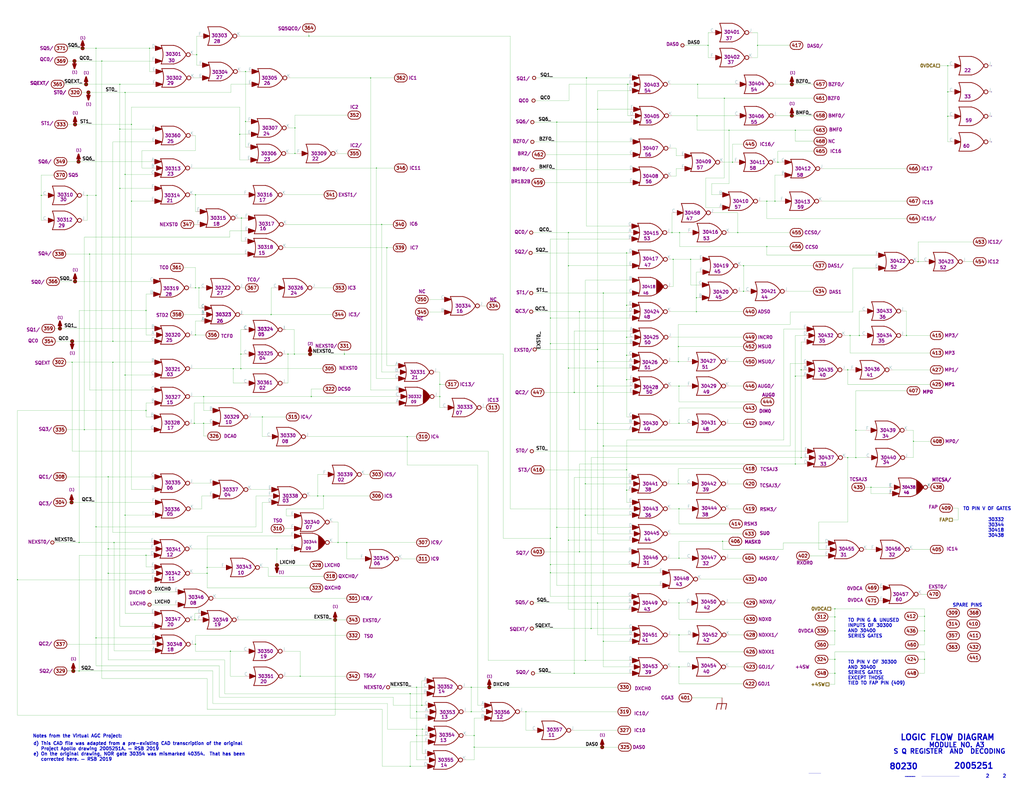
<source format=kicad_sch>
(kicad_sch (version 20211123) (generator eeschema)
  (paper "E")
  (lib_symbols
    (symbol "AGC_DSKY:ArrowTwiddle" (pin_numbers hide) (pin_names (offset 0) hide)
      (property "Number" "(N)" (at 0 10.541 0))
      (symbol "ArrowTwiddle_0_0"
        (pin passive line (at 0 0 90) (length 0) (name "pwr") (number "1"))
      )
    )
    (symbol "AGC_DSKY:ConnectorA1-300" (pin_numbers hide) (pin_names (offset 0) hide)
      (property "Caption" "PAD" (at 0 5.715 0))
      (symbol "ConnectorA1-300_1_0"
        (text "301" (at 0 0 0) (effects (font (size 3.556 3.556) bold)))
      )
      (symbol "ConnectorA1-300_1_1"
        (pin passive line (at 6.985 0 180) (length 0) (name "301") (number "301"))
      )
      (symbol "ConnectorA1-300_1_2"
        (pin passive line (at 0 4.445 270) (length 0) (name "301") (number "301"))
      )
      (symbol "ConnectorA1-300_2_0"
        (text "302" (at 0 0 0) (effects (font (size 3.556 3.556) bold)))
      )
      (symbol "ConnectorA1-300_2_1"
        (pin passive line (at 6.985 0 180) (length 0) (name "302") (number "302"))
      )
      (symbol "ConnectorA1-300_2_2"
        (pin passive line (at 0 4.445 270) (length 0) (name "302") (number "302"))
      )
      (symbol "ConnectorA1-300_3_0"
        (text "303" (at 0 0 0) (effects (font (size 3.556 3.556) bold)))
      )
      (symbol "ConnectorA1-300_3_1"
        (pin passive line (at 6.985 0 180) (length 0) (name "303") (number "303"))
      )
      (symbol "ConnectorA1-300_3_2"
        (pin passive line (at 0 4.445 270) (length 0) (name "303") (number "303"))
      )
      (symbol "ConnectorA1-300_4_0"
        (text "304" (at 0 0 0) (effects (font (size 3.556 3.556) bold)))
      )
      (symbol "ConnectorA1-300_4_1"
        (pin passive line (at 6.985 0 180) (length 0) (name "304") (number "304"))
      )
      (symbol "ConnectorA1-300_4_2"
        (pin passive line (at 0 4.445 270) (length 0) (name "304") (number "304"))
      )
      (symbol "ConnectorA1-300_5_0"
        (text "305" (at 0 0 0) (effects (font (size 3.556 3.556) bold)))
      )
      (symbol "ConnectorA1-300_5_1"
        (pin passive line (at 6.985 0 180) (length 0) (name "305") (number "305"))
      )
      (symbol "ConnectorA1-300_5_2"
        (pin passive line (at 0 4.445 270) (length 0) (name "305") (number "305"))
      )
      (symbol "ConnectorA1-300_6_0"
        (text "306" (at 0 0 0) (effects (font (size 3.556 3.556) bold)))
      )
      (symbol "ConnectorA1-300_6_1"
        (pin passive line (at 6.985 0 180) (length 0) (name "306") (number "306"))
      )
      (symbol "ConnectorA1-300_6_2"
        (pin passive line (at 0 4.445 270) (length 0) (name "306") (number "306"))
      )
      (symbol "ConnectorA1-300_7_0"
        (text "307" (at 0 0 0) (effects (font (size 3.556 3.556) bold)))
      )
      (symbol "ConnectorA1-300_7_1"
        (pin passive line (at 6.985 0 180) (length 0) (name "307") (number "307"))
      )
      (symbol "ConnectorA1-300_7_2"
        (pin passive line (at 0 4.445 270) (length 0) (name "307") (number "307"))
      )
      (symbol "ConnectorA1-300_8_0"
        (text "308" (at 0 0 0) (effects (font (size 3.556 3.556) bold)))
      )
      (symbol "ConnectorA1-300_8_1"
        (pin passive line (at 6.985 0 180) (length 0) (name "308") (number "308"))
      )
      (symbol "ConnectorA1-300_8_2"
        (pin passive line (at 0 4.445 270) (length 0) (name "308") (number "308"))
      )
      (symbol "ConnectorA1-300_9_0"
        (text "309" (at 0 0 0) (effects (font (size 3.556 3.556) bold)))
      )
      (symbol "ConnectorA1-300_9_1"
        (pin passive line (at 6.985 0 180) (length 0) (name "309") (number "309"))
      )
      (symbol "ConnectorA1-300_9_2"
        (pin passive line (at 0 4.445 270) (length 0) (name "309") (number "309"))
      )
      (symbol "ConnectorA1-300_10_0"
        (text "310" (at 0 0 0) (effects (font (size 3.556 3.556) bold)))
      )
      (symbol "ConnectorA1-300_10_1"
        (pin passive line (at 6.985 0 180) (length 0) (name "310") (number "310"))
      )
      (symbol "ConnectorA1-300_10_2"
        (pin passive line (at 0 4.445 270) (length 0) (name "310") (number "310"))
      )
      (symbol "ConnectorA1-300_11_0"
        (text "311" (at 0 0 0) (effects (font (size 3.556 3.556) bold)))
      )
      (symbol "ConnectorA1-300_11_1"
        (pin passive line (at 6.985 0 180) (length 0) (name "311") (number "311"))
      )
      (symbol "ConnectorA1-300_11_2"
        (pin passive line (at 0 4.445 270) (length 0) (name "311") (number "311"))
      )
      (symbol "ConnectorA1-300_12_0"
        (text "312" (at 0 0 0) (effects (font (size 3.556 3.556) bold)))
      )
      (symbol "ConnectorA1-300_12_1"
        (pin passive line (at 6.985 0 180) (length 0) (name "312") (number "312"))
      )
      (symbol "ConnectorA1-300_12_2"
        (pin passive line (at 0 4.445 270) (length 0) (name "312") (number "312"))
      )
      (symbol "ConnectorA1-300_13_0"
        (text "313" (at 0 0 0) (effects (font (size 3.556 3.556) bold)))
      )
      (symbol "ConnectorA1-300_13_1"
        (pin passive line (at 6.985 0 180) (length 0) (name "313") (number "313"))
      )
      (symbol "ConnectorA1-300_13_2"
        (pin passive line (at 0 4.445 270) (length 0) (name "313") (number "313"))
      )
      (symbol "ConnectorA1-300_14_0"
        (text "314" (at 0 0 0) (effects (font (size 3.556 3.556) bold)))
      )
      (symbol "ConnectorA1-300_14_1"
        (pin passive line (at 6.985 0 180) (length 0) (name "314") (number "314"))
      )
      (symbol "ConnectorA1-300_14_2"
        (pin passive line (at 0 4.445 270) (length 0) (name "314") (number "314"))
      )
      (symbol "ConnectorA1-300_15_0"
        (text "315" (at 0 0 0) (effects (font (size 3.556 3.556) bold)))
      )
      (symbol "ConnectorA1-300_15_1"
        (pin passive line (at 6.985 0 180) (length 0) (name "315") (number "315"))
      )
      (symbol "ConnectorA1-300_15_2"
        (pin passive line (at 0 4.445 270) (length 0) (name "315") (number "315"))
      )
      (symbol "ConnectorA1-300_16_0"
        (text "316" (at 0 0 0) (effects (font (size 3.556 3.556) bold)))
      )
      (symbol "ConnectorA1-300_16_1"
        (pin passive line (at 6.985 0 180) (length 0) (name "316") (number "316"))
      )
      (symbol "ConnectorA1-300_16_2"
        (pin passive line (at 0 4.445 270) (length 0) (name "316") (number "316"))
      )
      (symbol "ConnectorA1-300_17_0"
        (text "317" (at 0 0 0) (effects (font (size 3.556 3.556) bold)))
      )
      (symbol "ConnectorA1-300_17_1"
        (pin passive line (at 6.985 0 180) (length 0) (name "317") (number "317"))
      )
      (symbol "ConnectorA1-300_17_2"
        (pin passive line (at 0 4.445 270) (length 0) (name "317") (number "317"))
      )
      (symbol "ConnectorA1-300_18_0"
        (text "318" (at 0 0 0) (effects (font (size 3.556 3.556) bold)))
      )
      (symbol "ConnectorA1-300_18_1"
        (pin passive line (at 6.985 0 180) (length 0) (name "318") (number "318"))
      )
      (symbol "ConnectorA1-300_18_2"
        (pin passive line (at 0 4.445 270) (length 0) (name "318") (number "318"))
      )
      (symbol "ConnectorA1-300_19_0"
        (text "319" (at 0 0 0) (effects (font (size 3.556 3.556) bold)))
      )
      (symbol "ConnectorA1-300_19_1"
        (pin passive line (at 6.985 0 180) (length 0) (name "319") (number "319"))
      )
      (symbol "ConnectorA1-300_19_2"
        (pin passive line (at 0 4.445 270) (length 0) (name "319") (number "319"))
      )
      (symbol "ConnectorA1-300_20_0"
        (text "320" (at 0 0 0) (effects (font (size 3.556 3.556) bold)))
      )
      (symbol "ConnectorA1-300_20_1"
        (pin passive line (at 6.985 0 180) (length 0) (name "320") (number "320"))
      )
      (symbol "ConnectorA1-300_20_2"
        (pin passive line (at 0 4.445 270) (length 0) (name "320") (number "320"))
      )
      (symbol "ConnectorA1-300_21_0"
        (text "321" (at 0 0 0) (effects (font (size 3.556 3.556) bold)))
      )
      (symbol "ConnectorA1-300_22_0"
        (text "322" (at 0 0 0) (effects (font (size 3.556 3.556) bold)))
      )
      (symbol "ConnectorA1-300_22_1"
        (pin passive line (at 6.985 0 180) (length 0) (name "322") (number "322"))
      )
      (symbol "ConnectorA1-300_22_2"
        (pin passive line (at 0 4.445 270) (length 0) (name "322") (number "322"))
      )
      (symbol "ConnectorA1-300_23_0"
        (text "323" (at 0 0 0) (effects (font (size 3.556 3.556) bold)))
      )
      (symbol "ConnectorA1-300_23_1"
        (pin passive line (at 6.985 0 180) (length 0) (name "323") (number "323"))
      )
      (symbol "ConnectorA1-300_23_2"
        (pin passive line (at 0 4.445 270) (length 0) (name "323") (number "323"))
      )
      (symbol "ConnectorA1-300_24_0"
        (text "324" (at 0 0 0) (effects (font (size 3.556 3.556) bold)))
      )
      (symbol "ConnectorA1-300_24_1"
        (pin passive line (at 6.985 0 180) (length 0) (name "324") (number "324"))
      )
      (symbol "ConnectorA1-300_24_2"
        (pin passive line (at 0 4.445 270) (length 0) (name "324") (number "324"))
      )
      (symbol "ConnectorA1-300_25_0"
        (text "325" (at 0 0 0) (effects (font (size 3.556 3.556) bold)))
      )
      (symbol "ConnectorA1-300_25_1"
        (pin passive line (at 6.985 0 180) (length 0) (name "325") (number "325"))
      )
      (symbol "ConnectorA1-300_25_2"
        (pin passive line (at 0 4.445 270) (length 0) (name "325") (number "325"))
      )
      (symbol "ConnectorA1-300_26_0"
        (text "326" (at 0 0 0) (effects (font (size 3.556 3.556) bold)))
      )
      (symbol "ConnectorA1-300_26_1"
        (pin passive line (at 6.985 0 180) (length 0) (name "326") (number "326"))
      )
      (symbol "ConnectorA1-300_26_2"
        (pin passive line (at 0 4.445 270) (length 0) (name "326") (number "326"))
      )
      (symbol "ConnectorA1-300_27_0"
        (text "327" (at 0 0 0) (effects (font (size 3.556 3.556) bold)))
      )
      (symbol "ConnectorA1-300_27_1"
        (pin passive line (at 6.985 0 180) (length 0) (name "327") (number "327"))
      )
      (symbol "ConnectorA1-300_27_2"
        (pin passive line (at 0 4.445 270) (length 0) (name "327") (number "327"))
      )
      (symbol "ConnectorA1-300_28_0"
        (text "328" (at 0 0 0) (effects (font (size 3.556 3.556) bold)))
      )
      (symbol "ConnectorA1-300_28_1"
        (pin passive line (at 6.985 0 180) (length 0) (name "328") (number "328"))
      )
      (symbol "ConnectorA1-300_28_2"
        (pin passive line (at 0 4.445 270) (length 0) (name "328") (number "328"))
      )
      (symbol "ConnectorA1-300_29_0"
        (text "329" (at 0 0 0) (effects (font (size 3.556 3.556) bold)))
      )
      (symbol "ConnectorA1-300_29_1"
        (pin passive line (at 6.985 0 180) (length 0) (name "329") (number "329"))
      )
      (symbol "ConnectorA1-300_29_2"
        (pin passive line (at 0 4.445 270) (length 0) (name "329") (number "329"))
      )
      (symbol "ConnectorA1-300_30_0"
        (text "330" (at 0 0 0) (effects (font (size 3.556 3.556) bold)))
      )
      (symbol "ConnectorA1-300_30_1"
        (pin passive line (at 6.985 0 180) (length 0) (name "330") (number "330"))
      )
      (symbol "ConnectorA1-300_30_2"
        (pin passive line (at 0 4.445 270) (length 0) (name "330") (number "330"))
      )
      (symbol "ConnectorA1-300_31_0"
        (text "331" (at 0 0 0) (effects (font (size 3.556 3.556) bold)))
      )
      (symbol "ConnectorA1-300_31_1"
        (pin passive line (at 6.985 0 180) (length 0) (name "331") (number "331"))
      )
      (symbol "ConnectorA1-300_31_2"
        (pin passive line (at 0 4.445 270) (length 0) (name "331") (number "331"))
      )
      (symbol "ConnectorA1-300_32_0"
        (text "332" (at 0 0 0) (effects (font (size 3.556 3.556) bold)))
      )
      (symbol "ConnectorA1-300_32_1"
        (pin passive line (at 6.985 0 180) (length 0) (name "332") (number "332"))
      )
      (symbol "ConnectorA1-300_32_2"
        (pin passive line (at 0 4.445 270) (length 0) (name "332") (number "332"))
      )
      (symbol "ConnectorA1-300_33_0"
        (text "333" (at 0 0 0) (effects (font (size 3.556 3.556) bold)))
      )
      (symbol "ConnectorA1-300_33_1"
        (pin passive line (at 6.985 0 180) (length 0) (name "333") (number "333"))
      )
      (symbol "ConnectorA1-300_33_2"
        (pin passive line (at 0 4.445 270) (length 0) (name "333") (number "333"))
      )
      (symbol "ConnectorA1-300_34_0"
        (text "334" (at 0 0 0) (effects (font (size 3.556 3.556) bold)))
      )
      (symbol "ConnectorA1-300_34_1"
        (pin passive line (at 6.985 0 180) (length 0) (name "334") (number "334"))
      )
      (symbol "ConnectorA1-300_34_2"
        (pin passive line (at 0 4.445 270) (length 0) (name "334") (number "334"))
      )
      (symbol "ConnectorA1-300_35_0"
        (text "335" (at 0 0 0) (effects (font (size 3.556 3.556) bold)))
      )
      (symbol "ConnectorA1-300_35_1"
        (pin passive line (at 6.985 0 180) (length 0) (name "335") (number "335"))
      )
      (symbol "ConnectorA1-300_35_2"
        (pin passive line (at 0 4.445 270) (length 0) (name "335") (number "335"))
      )
      (symbol "ConnectorA1-300_36_0"
        (text "336" (at 0 0 0) (effects (font (size 3.556 3.556) bold)))
      )
      (symbol "ConnectorA1-300_36_1"
        (pin passive line (at 6.985 0 180) (length 0) (name "336") (number "336"))
      )
      (symbol "ConnectorA1-300_36_2"
        (pin passive line (at 0 4.445 270) (length 0) (name "336") (number "336"))
      )
      (symbol "ConnectorA1-300_37_0"
        (text "337" (at 0 0 0) (effects (font (size 3.556 3.556) bold)))
      )
      (symbol "ConnectorA1-300_37_1"
        (pin passive line (at 6.985 0 180) (length 0) (name "337") (number "337"))
      )
      (symbol "ConnectorA1-300_37_2"
        (pin passive line (at 0 4.445 270) (length 0) (name "337") (number "337"))
      )
      (symbol "ConnectorA1-300_38_0"
        (text "338" (at 0 0 0) (effects (font (size 3.556 3.556) bold)))
      )
      (symbol "ConnectorA1-300_38_1"
        (pin passive line (at 6.985 0 180) (length 0) (name "338") (number "338"))
      )
      (symbol "ConnectorA1-300_38_2"
        (pin passive line (at 0 4.445 270) (length 0) (name "338") (number "338"))
      )
      (symbol "ConnectorA1-300_39_0"
        (text "339" (at 0 0 0) (effects (font (size 3.556 3.556) bold)))
      )
      (symbol "ConnectorA1-300_39_1"
        (pin passive line (at 6.985 0 180) (length 0) (name "339") (number "339"))
      )
      (symbol "ConnectorA1-300_39_2"
        (pin passive line (at 0 4.445 270) (length 0) (name "339") (number "339"))
      )
      (symbol "ConnectorA1-300_40_0"
        (text "340" (at 0 0 0) (effects (font (size 3.556 3.556) bold)))
      )
      (symbol "ConnectorA1-300_40_1"
        (pin passive line (at 6.985 0 180) (length 0) (name "340") (number "340"))
      )
      (symbol "ConnectorA1-300_40_2"
        (pin passive line (at 0 4.445 270) (length 0) (name "340") (number "340"))
      )
      (symbol "ConnectorA1-300_41_0"
        (text "341" (at 0 0 0) (effects (font (size 3.556 3.556) bold)))
      )
      (symbol "ConnectorA1-300_41_1"
        (pin passive line (at 6.985 0 180) (length 0) (name "341") (number "341"))
      )
      (symbol "ConnectorA1-300_41_2"
        (pin passive line (at 0 4.445 270) (length 0) (name "341") (number "341"))
      )
      (symbol "ConnectorA1-300_42_0"
        (text "342" (at 0 0 0) (effects (font (size 3.556 3.556) bold)))
      )
      (symbol "ConnectorA1-300_42_1"
        (pin passive line (at 6.985 0 180) (length 0) (name "342") (number "342"))
      )
      (symbol "ConnectorA1-300_42_2"
        (pin passive line (at 0 4.445 270) (length 0) (name "342") (number "342"))
      )
      (symbol "ConnectorA1-300_43_0"
        (text "343" (at 0 0 0) (effects (font (size 3.556 3.556) bold)))
      )
      (symbol "ConnectorA1-300_43_1"
        (pin passive line (at 6.985 0 180) (length 0) (name "343") (number "343"))
      )
      (symbol "ConnectorA1-300_43_2"
        (pin passive line (at 0 4.445 270) (length 0) (name "343") (number "343"))
      )
      (symbol "ConnectorA1-300_44_0"
        (text "344" (at 0 0 0) (effects (font (size 3.556 3.556) bold)))
      )
      (symbol "ConnectorA1-300_44_1"
        (pin passive line (at 6.985 0 180) (length 0) (name "344") (number "344"))
      )
      (symbol "ConnectorA1-300_44_2"
        (pin passive line (at 0 4.445 270) (length 0) (name "344") (number "344"))
      )
      (symbol "ConnectorA1-300_45_0"
        (text "345" (at 0 0 0) (effects (font (size 3.556 3.556) bold)))
      )
      (symbol "ConnectorA1-300_45_1"
        (pin passive line (at 6.985 0 180) (length 0) (name "345") (number "345"))
      )
      (symbol "ConnectorA1-300_45_2"
        (pin passive line (at 0 4.445 270) (length 0) (name "345") (number "345"))
      )
      (symbol "ConnectorA1-300_46_0"
        (text "346" (at 0 0 0) (effects (font (size 3.556 3.556) bold)))
      )
      (symbol "ConnectorA1-300_46_1"
        (pin passive line (at 6.985 0 180) (length 0) (name "346") (number "346"))
      )
      (symbol "ConnectorA1-300_46_2"
        (pin passive line (at 0 4.445 270) (length 0) (name "346") (number "346"))
      )
      (symbol "ConnectorA1-300_47_0"
        (text "347" (at 0 0 0) (effects (font (size 3.556 3.556) bold)))
      )
      (symbol "ConnectorA1-300_47_1"
        (pin passive line (at 6.985 0 180) (length 0) (name "347") (number "347"))
      )
      (symbol "ConnectorA1-300_47_2"
        (pin passive line (at 0 4.445 270) (length 0) (name "347") (number "347"))
      )
      (symbol "ConnectorA1-300_48_0"
        (text "348" (at 0 0 0) (effects (font (size 3.556 3.556) bold)))
      )
      (symbol "ConnectorA1-300_48_1"
        (pin passive line (at 6.985 0 180) (length 0) (name "348") (number "348"))
      )
      (symbol "ConnectorA1-300_48_2"
        (pin passive line (at 0 4.445 270) (length 0) (name "348") (number "348"))
      )
      (symbol "ConnectorA1-300_49_0"
        (text "349" (at 0 0 0) (effects (font (size 3.556 3.556) bold)))
      )
      (symbol "ConnectorA1-300_49_1"
        (pin passive line (at 6.985 0 180) (length 0) (name "349") (number "349"))
      )
      (symbol "ConnectorA1-300_49_2"
        (pin passive line (at 0 4.445 270) (length 0) (name "349") (number "349"))
      )
      (symbol "ConnectorA1-300_50_0"
        (text "350" (at 0 0 0) (effects (font (size 3.556 3.556) bold)))
      )
      (symbol "ConnectorA1-300_50_1"
        (pin passive line (at 6.985 0 180) (length 0) (name "350") (number "350"))
      )
      (symbol "ConnectorA1-300_50_2"
        (pin passive line (at 0 4.445 270) (length 0) (name "350") (number "350"))
      )
      (symbol "ConnectorA1-300_51_0"
        (text "351" (at 0 0 0) (effects (font (size 3.556 3.556) bold)))
      )
      (symbol "ConnectorA1-300_52_0"
        (text "352" (at 0 0 0) (effects (font (size 3.556 3.556) bold)))
      )
      (symbol "ConnectorA1-300_52_1"
        (pin passive line (at 6.985 0 180) (length 0) (name "352") (number "352"))
      )
      (symbol "ConnectorA1-300_52_2"
        (pin passive line (at 0 4.445 270) (length 0) (name "352") (number "352"))
      )
      (symbol "ConnectorA1-300_53_0"
        (text "353" (at 0 0 0) (effects (font (size 3.556 3.556) bold)))
      )
      (symbol "ConnectorA1-300_53_1"
        (pin passive line (at 6.985 0 180) (length 0) (name "353") (number "353"))
      )
      (symbol "ConnectorA1-300_53_2"
        (pin passive line (at 0 4.445 270) (length 0) (name "353") (number "353"))
      )
      (symbol "ConnectorA1-300_54_0"
        (text "354" (at 0 0 0) (effects (font (size 3.556 3.556) bold)))
      )
      (symbol "ConnectorA1-300_54_1"
        (pin passive line (at 6.985 0 180) (length 0) (name "354") (number "354"))
      )
      (symbol "ConnectorA1-300_54_2"
        (pin passive line (at 0 4.445 270) (length 0) (name "354") (number "354"))
      )
      (symbol "ConnectorA1-300_55_0"
        (text "355" (at 0 0 0) (effects (font (size 3.556 3.556) bold)))
      )
      (symbol "ConnectorA1-300_55_1"
        (pin passive line (at 6.985 0 180) (length 0) (name "355") (number "355"))
      )
      (symbol "ConnectorA1-300_55_2"
        (pin passive line (at 0 4.445 270) (length 0) (name "355") (number "355"))
      )
      (symbol "ConnectorA1-300_56_0"
        (text "356" (at 0 0 0) (effects (font (size 3.556 3.556) bold)))
      )
      (symbol "ConnectorA1-300_56_1"
        (pin passive line (at 6.985 0 180) (length 0) (name "356") (number "356"))
      )
      (symbol "ConnectorA1-300_56_2"
        (pin passive line (at 0 4.445 270) (length 0) (name "356") (number "356"))
      )
      (symbol "ConnectorA1-300_57_0"
        (text "357" (at 0 0 0) (effects (font (size 3.556 3.556) bold)))
      )
      (symbol "ConnectorA1-300_57_1"
        (pin passive line (at 6.985 0 180) (length 0) (name "357") (number "357"))
      )
      (symbol "ConnectorA1-300_57_2"
        (pin passive line (at 0 4.445 270) (length 0) (name "357") (number "357"))
      )
      (symbol "ConnectorA1-300_58_0"
        (text "358" (at 0 0 0) (effects (font (size 3.556 3.556) bold)))
      )
      (symbol "ConnectorA1-300_58_1"
        (pin passive line (at 6.985 0 180) (length 0) (name "358") (number "358"))
      )
      (symbol "ConnectorA1-300_58_2"
        (pin passive line (at 0 4.445 270) (length 0) (name "358") (number "358"))
      )
      (symbol "ConnectorA1-300_59_0"
        (text "359" (at 0 0 0) (effects (font (size 3.556 3.556) bold)))
      )
      (symbol "ConnectorA1-300_59_1"
        (pin passive line (at 6.985 0 180) (length 0) (name "359") (number "359"))
      )
      (symbol "ConnectorA1-300_59_2"
        (pin passive line (at 0 4.445 270) (length 0) (name "359") (number "359"))
      )
      (symbol "ConnectorA1-300_60_0"
        (text "360" (at 0 0 0) (effects (font (size 3.556 3.556) bold)))
      )
      (symbol "ConnectorA1-300_60_1"
        (pin passive line (at 6.985 0 180) (length 0) (name "360") (number "360"))
      )
      (symbol "ConnectorA1-300_60_2"
        (pin passive line (at 0 4.445 270) (length 0) (name "360") (number "360"))
      )
      (symbol "ConnectorA1-300_61_0"
        (text "361" (at 0 0 0) (effects (font (size 3.556 3.556) bold)))
      )
      (symbol "ConnectorA1-300_61_1"
        (pin passive line (at 6.985 0 180) (length 0) (name "361") (number "361"))
      )
      (symbol "ConnectorA1-300_61_2"
        (pin passive line (at 0 4.445 270) (length 0) (name "361") (number "361"))
      )
      (symbol "ConnectorA1-300_62_0"
        (text "362" (at 0 0 0) (effects (font (size 3.556 3.556) bold)))
      )
      (symbol "ConnectorA1-300_62_1"
        (pin passive line (at 6.985 0 180) (length 0) (name "362") (number "362"))
      )
      (symbol "ConnectorA1-300_62_2"
        (pin passive line (at 0 4.445 270) (length 0) (name "362") (number "362"))
      )
      (symbol "ConnectorA1-300_63_0"
        (text "363" (at 0 0 0) (effects (font (size 3.556 3.556) bold)))
      )
      (symbol "ConnectorA1-300_63_1"
        (pin passive line (at 6.985 0 180) (length 0) (name "363") (number "363"))
      )
      (symbol "ConnectorA1-300_63_2"
        (pin passive line (at 0 4.445 270) (length 0) (name "363") (number "363"))
      )
      (symbol "ConnectorA1-300_64_0"
        (text "364" (at 0 0 0) (effects (font (size 3.556 3.556) bold)))
      )
      (symbol "ConnectorA1-300_64_1"
        (pin passive line (at 6.985 0 180) (length 0) (name "364") (number "364"))
      )
      (symbol "ConnectorA1-300_64_2"
        (pin passive line (at 0 4.445 270) (length 0) (name "364") (number "364"))
      )
      (symbol "ConnectorA1-300_65_0"
        (text "365" (at 0 0 0) (effects (font (size 3.556 3.556) bold)))
      )
      (symbol "ConnectorA1-300_65_1"
        (pin passive line (at 6.985 0 180) (length 0) (name "365") (number "365"))
      )
      (symbol "ConnectorA1-300_65_2"
        (pin passive line (at 0 4.445 270) (length 0) (name "365") (number "365"))
      )
      (symbol "ConnectorA1-300_66_0"
        (text "366" (at 0 0 0) (effects (font (size 3.556 3.556) bold)))
      )
      (symbol "ConnectorA1-300_66_1"
        (pin passive line (at 6.985 0 180) (length 0) (name "366") (number "366"))
      )
      (symbol "ConnectorA1-300_66_2"
        (pin passive line (at 0 4.445 270) (length 0) (name "366") (number "366"))
      )
      (symbol "ConnectorA1-300_67_0"
        (text "367" (at 0 0 0) (effects (font (size 3.556 3.556) bold)))
      )
      (symbol "ConnectorA1-300_67_1"
        (pin passive line (at 6.985 0 180) (length 0) (name "367") (number "367"))
      )
      (symbol "ConnectorA1-300_67_2"
        (pin passive line (at 0 4.445 270) (length 0) (name "367") (number "367"))
      )
      (symbol "ConnectorA1-300_68_0"
        (text "368" (at 0 0 0) (effects (font (size 3.556 3.556) bold)))
      )
      (symbol "ConnectorA1-300_68_1"
        (pin passive line (at 6.985 0 180) (length 0) (name "368") (number "368"))
      )
      (symbol "ConnectorA1-300_68_2"
        (pin passive line (at 0 4.445 270) (length 0) (name "368") (number "368"))
      )
      (symbol "ConnectorA1-300_69_0"
        (text "369" (at 0 0 0) (effects (font (size 3.556 3.556) bold)))
      )
      (symbol "ConnectorA1-300_69_1"
        (pin passive line (at 6.985 0 180) (length 0) (name "369") (number "369"))
      )
      (symbol "ConnectorA1-300_69_2"
        (pin passive line (at 0 4.445 270) (length 0) (name "369") (number "369"))
      )
      (symbol "ConnectorA1-300_70_0"
        (text "370" (at 0 0 0) (effects (font (size 3.556 3.556) bold)))
      )
      (symbol "ConnectorA1-300_70_1"
        (pin passive line (at 6.985 0 180) (length 0) (name "370") (number "370"))
      )
      (symbol "ConnectorA1-300_70_2"
        (pin passive line (at 0 4.445 270) (length 0) (name "370") (number "370"))
      )
      (symbol "ConnectorA1-300_71_0"
        (text "371" (at 0 0 0) (effects (font (size 3.556 3.556) bold)))
      )
      (symbol "ConnectorA1-300_71_1"
        (pin passive line (at 6.985 0 180) (length 0) (name "371") (number "371"))
      )
      (symbol "ConnectorA1-300_71_2"
        (pin passive line (at 0 4.445 270) (length 0) (name "371") (number "371"))
      )
    )
    (symbol "AGC_DSKY:ConnectorA1-400" (pin_numbers hide) (pin_names (offset 0) hide)
      (property "Caption" "PAD" (at 0 5.715 0))
      (symbol "ConnectorA1-400_1_0"
        (text "401" (at 0 0 0) (effects (font (size 3.556 3.556) bold)))
      )
      (symbol "ConnectorA1-400_1_1"
        (pin passive line (at 6.985 0 180) (length 0) (name "401") (number "401"))
      )
      (symbol "ConnectorA1-400_1_2"
        (pin passive line (at 0 4.445 270) (length 0) (name "401") (number "401"))
      )
      (symbol "ConnectorA1-400_2_0"
        (text "402" (at 0 0 0) (effects (font (size 3.556 3.556) bold)))
      )
      (symbol "ConnectorA1-400_2_1"
        (pin passive line (at 6.985 0 180) (length 0) (name "402") (number "402"))
      )
      (symbol "ConnectorA1-400_2_2"
        (pin passive line (at 0 4.445 270) (length 0) (name "402") (number "402"))
      )
      (symbol "ConnectorA1-400_3_0"
        (text "403" (at 0 0 0) (effects (font (size 3.556 3.556) bold)))
      )
      (symbol "ConnectorA1-400_3_1"
        (pin passive line (at 6.985 0 180) (length 0) (name "403") (number "403"))
      )
      (symbol "ConnectorA1-400_3_2"
        (pin passive line (at 0 4.445 270) (length 0) (name "403") (number "403"))
      )
      (symbol "ConnectorA1-400_4_0"
        (text "404" (at 0 0 0) (effects (font (size 3.556 3.556) bold)))
      )
      (symbol "ConnectorA1-400_4_1"
        (pin passive line (at 6.985 0 180) (length 0) (name "404") (number "404"))
      )
      (symbol "ConnectorA1-400_4_2"
        (pin passive line (at 0 4.445 270) (length 0) (name "404") (number "404"))
      )
      (symbol "ConnectorA1-400_5_0"
        (text "405" (at 0 0 0) (effects (font (size 3.556 3.556) bold)))
      )
      (symbol "ConnectorA1-400_5_1"
        (pin passive line (at 6.985 0 180) (length 0) (name "405") (number "405"))
      )
      (symbol "ConnectorA1-400_5_2"
        (pin passive line (at 0 4.445 270) (length 0) (name "405") (number "405"))
      )
      (symbol "ConnectorA1-400_6_0"
        (text "406" (at 0 0 0) (effects (font (size 3.556 3.556) bold)))
      )
      (symbol "ConnectorA1-400_6_1"
        (pin passive line (at 6.985 0 180) (length 0) (name "406") (number "406"))
      )
      (symbol "ConnectorA1-400_6_2"
        (pin passive line (at 0 4.445 270) (length 0) (name "406") (number "406"))
      )
      (symbol "ConnectorA1-400_7_0"
        (text "407" (at 0 0 0) (effects (font (size 3.556 3.556) bold)))
      )
      (symbol "ConnectorA1-400_7_1"
        (pin passive line (at 6.985 0 180) (length 0) (name "407") (number "407"))
      )
      (symbol "ConnectorA1-400_7_2"
        (pin passive line (at 0 4.445 270) (length 0) (name "407") (number "407"))
      )
      (symbol "ConnectorA1-400_8_0"
        (text "408" (at 0 0 0) (effects (font (size 3.556 3.556) bold)))
      )
      (symbol "ConnectorA1-400_8_1"
        (pin passive line (at 6.985 0 180) (length 0) (name "408") (number "408"))
      )
      (symbol "ConnectorA1-400_8_2"
        (pin passive line (at 0 4.445 270) (length 0) (name "408") (number "408"))
      )
      (symbol "ConnectorA1-400_9_0"
        (text "409" (at 0 0 0) (effects (font (size 3.556 3.556) bold)))
      )
      (symbol "ConnectorA1-400_9_1"
        (pin passive line (at 6.985 0 180) (length 0) (name "409") (number "409"))
      )
      (symbol "ConnectorA1-400_9_2"
        (pin passive line (at 0 4.445 270) (length 0) (name "409") (number "409"))
      )
      (symbol "ConnectorA1-400_10_0"
        (text "410" (at 0 0 0) (effects (font (size 3.556 3.556) bold)))
      )
      (symbol "ConnectorA1-400_10_1"
        (pin passive line (at 6.985 0 180) (length 0) (name "410") (number "410"))
      )
      (symbol "ConnectorA1-400_10_2"
        (pin passive line (at 0 4.445 270) (length 0) (name "410") (number "410"))
      )
      (symbol "ConnectorA1-400_11_0"
        (text "411" (at 0 0 0) (effects (font (size 3.556 3.556) bold)))
      )
      (symbol "ConnectorA1-400_11_1"
        (pin passive line (at 6.985 0 180) (length 0) (name "411") (number "411"))
      )
      (symbol "ConnectorA1-400_11_2"
        (pin passive line (at 0 4.445 270) (length 0) (name "411") (number "411"))
      )
      (symbol "ConnectorA1-400_12_0"
        (text "412" (at 0 0 0) (effects (font (size 3.556 3.556) bold)))
      )
      (symbol "ConnectorA1-400_12_1"
        (pin passive line (at 6.985 0 180) (length 0) (name "412") (number "412"))
      )
      (symbol "ConnectorA1-400_12_2"
        (pin passive line (at 0 4.445 270) (length 0) (name "412") (number "412"))
      )
      (symbol "ConnectorA1-400_13_0"
        (text "413" (at 0 0 0) (effects (font (size 3.556 3.556) bold)))
      )
      (symbol "ConnectorA1-400_13_1"
        (pin passive line (at 6.985 0 180) (length 0) (name "413") (number "413"))
      )
      (symbol "ConnectorA1-400_13_2"
        (pin passive line (at 0 4.445 270) (length 0) (name "413") (number "413"))
      )
      (symbol "ConnectorA1-400_14_0"
        (text "414" (at 0 0 0) (effects (font (size 3.556 3.556) bold)))
      )
      (symbol "ConnectorA1-400_14_1"
        (pin passive line (at 6.985 0 180) (length 0) (name "414") (number "414"))
      )
      (symbol "ConnectorA1-400_14_2"
        (pin passive line (at 0 4.445 270) (length 0) (name "414") (number "414"))
      )
      (symbol "ConnectorA1-400_15_0"
        (text "415" (at 0 0 0) (effects (font (size 3.556 3.556) bold)))
      )
      (symbol "ConnectorA1-400_15_1"
        (pin passive line (at 6.985 0 180) (length 0) (name "415") (number "415"))
      )
      (symbol "ConnectorA1-400_15_2"
        (pin passive line (at 0 4.445 270) (length 0) (name "415") (number "415"))
      )
      (symbol "ConnectorA1-400_16_0"
        (text "416" (at 0 0 0) (effects (font (size 3.556 3.556) bold)))
      )
      (symbol "ConnectorA1-400_16_1"
        (pin passive line (at 6.985 0 180) (length 0) (name "416") (number "416"))
      )
      (symbol "ConnectorA1-400_16_2"
        (pin passive line (at 0 4.445 270) (length 0) (name "416") (number "416"))
      )
      (symbol "ConnectorA1-400_17_0"
        (text "417" (at 0 0 0) (effects (font (size 3.556 3.556) bold)))
      )
      (symbol "ConnectorA1-400_17_1"
        (pin passive line (at 6.985 0 180) (length 0) (name "417") (number "417"))
      )
      (symbol "ConnectorA1-400_17_2"
        (pin passive line (at 0 4.445 270) (length 0) (name "417") (number "417"))
      )
      (symbol "ConnectorA1-400_18_0"
        (text "418" (at 0 0 0) (effects (font (size 3.556 3.556) bold)))
      )
      (symbol "ConnectorA1-400_18_1"
        (pin passive line (at 6.985 0 180) (length 0) (name "418") (number "418"))
      )
      (symbol "ConnectorA1-400_18_2"
        (pin passive line (at 0 4.445 270) (length 0) (name "418") (number "418"))
      )
      (symbol "ConnectorA1-400_19_0"
        (text "419" (at 0 0 0) (effects (font (size 3.556 3.556) bold)))
      )
      (symbol "ConnectorA1-400_19_1"
        (pin passive line (at 6.985 0 180) (length 0) (name "419") (number "419"))
      )
      (symbol "ConnectorA1-400_19_2"
        (pin passive line (at 0 4.445 270) (length 0) (name "419") (number "419"))
      )
      (symbol "ConnectorA1-400_20_0"
        (text "420" (at 0 0 0) (effects (font (size 3.556 3.556) bold)))
      )
      (symbol "ConnectorA1-400_20_1"
        (pin passive line (at 6.985 0 180) (length 0) (name "420") (number "420"))
      )
      (symbol "ConnectorA1-400_20_2"
        (pin passive line (at 0 4.445 270) (length 0) (name "420") (number "420"))
      )
      (symbol "ConnectorA1-400_21_0"
        (text "421" (at 0 0 0) (effects (font (size 3.556 3.556) bold)))
      )
      (symbol "ConnectorA1-400_22_0"
        (text "422" (at 0 0 0) (effects (font (size 3.556 3.556) bold)))
      )
      (symbol "ConnectorA1-400_22_1"
        (pin passive line (at 6.985 0 180) (length 0) (name "422") (number "422"))
      )
      (symbol "ConnectorA1-400_22_2"
        (pin passive line (at 0 4.445 270) (length 0) (name "422") (number "422"))
      )
      (symbol "ConnectorA1-400_23_0"
        (text "423" (at 0 0 0) (effects (font (size 3.556 3.556) bold)))
      )
      (symbol "ConnectorA1-400_23_1"
        (pin passive line (at 6.985 0 180) (length 0) (name "423") (number "423"))
      )
      (symbol "ConnectorA1-400_23_2"
        (pin passive line (at 0 4.445 270) (length 0) (name "423") (number "423"))
      )
      (symbol "ConnectorA1-400_24_0"
        (text "424" (at 0 0 0) (effects (font (size 3.556 3.556) bold)))
      )
      (symbol "ConnectorA1-400_24_1"
        (pin passive line (at 6.985 0 180) (length 0) (name "424") (number "424"))
      )
      (symbol "ConnectorA1-400_24_2"
        (pin passive line (at 0 4.445 270) (length 0) (name "424") (number "424"))
      )
      (symbol "ConnectorA1-400_25_0"
        (text "425" (at 0 0 0) (effects (font (size 3.556 3.556) bold)))
      )
      (symbol "ConnectorA1-400_25_1"
        (pin passive line (at 6.985 0 180) (length 0) (name "425") (number "425"))
      )
      (symbol "ConnectorA1-400_25_2"
        (pin passive line (at 0 4.445 270) (length 0) (name "425") (number "425"))
      )
      (symbol "ConnectorA1-400_26_0"
        (text "426" (at 0 0 0) (effects (font (size 3.556 3.556) bold)))
      )
      (symbol "ConnectorA1-400_26_1"
        (pin passive line (at 6.985 0 180) (length 0) (name "426") (number "426"))
      )
      (symbol "ConnectorA1-400_26_2"
        (pin passive line (at 0 4.445 270) (length 0) (name "426") (number "426"))
      )
      (symbol "ConnectorA1-400_27_0"
        (text "427" (at 0 0 0) (effects (font (size 3.556 3.556) bold)))
      )
      (symbol "ConnectorA1-400_27_1"
        (pin passive line (at 6.985 0 180) (length 0) (name "427") (number "427"))
      )
      (symbol "ConnectorA1-400_27_2"
        (pin passive line (at 0 4.445 270) (length 0) (name "427") (number "427"))
      )
      (symbol "ConnectorA1-400_28_0"
        (text "428" (at 0 0 0) (effects (font (size 3.556 3.556) bold)))
      )
      (symbol "ConnectorA1-400_28_1"
        (pin passive line (at 6.985 0 180) (length 0) (name "428") (number "428"))
      )
      (symbol "ConnectorA1-400_28_2"
        (pin passive line (at 0 4.445 270) (length 0) (name "428") (number "428"))
      )
      (symbol "ConnectorA1-400_29_0"
        (text "429" (at 0 0 0) (effects (font (size 3.556 3.556) bold)))
      )
      (symbol "ConnectorA1-400_29_1"
        (pin passive line (at 6.985 0 180) (length 0) (name "429") (number "429"))
      )
      (symbol "ConnectorA1-400_29_2"
        (pin passive line (at 0 4.445 270) (length 0) (name "429") (number "429"))
      )
      (symbol "ConnectorA1-400_30_0"
        (text "430" (at 0 0 0) (effects (font (size 3.556 3.556) bold)))
      )
      (symbol "ConnectorA1-400_30_1"
        (pin passive line (at 6.985 0 180) (length 0) (name "430") (number "430"))
      )
      (symbol "ConnectorA1-400_30_2"
        (pin passive line (at 0 4.445 270) (length 0) (name "430") (number "430"))
      )
      (symbol "ConnectorA1-400_31_0"
        (text "431" (at 0 0 0) (effects (font (size 3.556 3.556) bold)))
      )
      (symbol "ConnectorA1-400_31_1"
        (pin passive line (at 6.985 0 180) (length 0) (name "431") (number "431"))
      )
      (symbol "ConnectorA1-400_31_2"
        (pin passive line (at 0 4.445 270) (length 0) (name "431") (number "431"))
      )
      (symbol "ConnectorA1-400_32_0"
        (text "432" (at 0 0 0) (effects (font (size 3.556 3.556) bold)))
      )
      (symbol "ConnectorA1-400_32_1"
        (pin passive line (at 6.985 0 180) (length 0) (name "432") (number "432"))
      )
      (symbol "ConnectorA1-400_32_2"
        (pin passive line (at 0 4.445 270) (length 0) (name "432") (number "432"))
      )
      (symbol "ConnectorA1-400_33_0"
        (text "433" (at 0 0 0) (effects (font (size 3.556 3.556) bold)))
      )
      (symbol "ConnectorA1-400_33_1"
        (pin passive line (at 6.985 0 180) (length 0) (name "433") (number "433"))
      )
      (symbol "ConnectorA1-400_33_2"
        (pin passive line (at 0 4.445 270) (length 0) (name "433") (number "433"))
      )
      (symbol "ConnectorA1-400_34_0"
        (text "434" (at 0 0 0) (effects (font (size 3.556 3.556) bold)))
      )
      (symbol "ConnectorA1-400_34_1"
        (pin passive line (at 6.985 0 180) (length 0) (name "434") (number "434"))
      )
      (symbol "ConnectorA1-400_34_2"
        (pin passive line (at 0 4.445 270) (length 0) (name "434") (number "434"))
      )
      (symbol "ConnectorA1-400_35_0"
        (text "435" (at 0 0 0) (effects (font (size 3.556 3.556) bold)))
      )
      (symbol "ConnectorA1-400_35_1"
        (pin passive line (at 6.985 0 180) (length 0) (name "435") (number "435"))
      )
      (symbol "ConnectorA1-400_35_2"
        (pin passive line (at 0 4.445 270) (length 0) (name "435") (number "435"))
      )
      (symbol "ConnectorA1-400_36_0"
        (text "436" (at 0 0 0) (effects (font (size 3.556 3.556) bold)))
      )
      (symbol "ConnectorA1-400_36_1"
        (pin passive line (at 6.985 0 180) (length 0) (name "436") (number "436"))
      )
      (symbol "ConnectorA1-400_36_2"
        (pin passive line (at 0 4.445 270) (length 0) (name "436") (number "436"))
      )
      (symbol "ConnectorA1-400_37_0"
        (text "437" (at 0 0 0) (effects (font (size 3.556 3.556) bold)))
      )
      (symbol "ConnectorA1-400_37_1"
        (pin passive line (at 6.985 0 180) (length 0) (name "437") (number "437"))
      )
      (symbol "ConnectorA1-400_37_2"
        (pin passive line (at 0 4.445 270) (length 0) (name "437") (number "437"))
      )
      (symbol "ConnectorA1-400_38_0"
        (text "438" (at 0 0 0) (effects (font (size 3.556 3.556) bold)))
      )
      (symbol "ConnectorA1-400_38_1"
        (pin passive line (at 6.985 0 180) (length 0) (name "438") (number "438"))
      )
      (symbol "ConnectorA1-400_38_2"
        (pin passive line (at 0 4.445 270) (length 0) (name "438") (number "438"))
      )
      (symbol "ConnectorA1-400_39_0"
        (text "439" (at 0 0 0) (effects (font (size 3.556 3.556) bold)))
      )
      (symbol "ConnectorA1-400_39_1"
        (pin passive line (at 6.985 0 180) (length 0) (name "439") (number "439"))
      )
      (symbol "ConnectorA1-400_39_2"
        (pin passive line (at 0 4.445 270) (length 0) (name "439") (number "439"))
      )
      (symbol "ConnectorA1-400_40_0"
        (text "440" (at 0 0 0) (effects (font (size 3.556 3.556) bold)))
      )
      (symbol "ConnectorA1-400_40_1"
        (pin passive line (at 6.985 0 180) (length 0) (name "440") (number "440"))
      )
      (symbol "ConnectorA1-400_40_2"
        (pin passive line (at 0 4.445 270) (length 0) (name "440") (number "440"))
      )
      (symbol "ConnectorA1-400_41_0"
        (text "441" (at 0 0 0) (effects (font (size 3.556 3.556) bold)))
      )
      (symbol "ConnectorA1-400_41_1"
        (pin passive line (at 6.985 0 180) (length 0) (name "441") (number "441"))
      )
      (symbol "ConnectorA1-400_41_2"
        (pin passive line (at 0 4.445 270) (length 0) (name "441") (number "441"))
      )
      (symbol "ConnectorA1-400_42_0"
        (text "442" (at 0 0 0) (effects (font (size 3.556 3.556) bold)))
      )
      (symbol "ConnectorA1-400_42_1"
        (pin passive line (at 6.985 0 180) (length 0) (name "442") (number "442"))
      )
      (symbol "ConnectorA1-400_42_2"
        (pin passive line (at 0 4.445 270) (length 0) (name "442") (number "442"))
      )
      (symbol "ConnectorA1-400_43_0"
        (text "443" (at 0 0 0) (effects (font (size 3.556 3.556) bold)))
      )
      (symbol "ConnectorA1-400_43_1"
        (pin passive line (at 6.985 0 180) (length 0) (name "443") (number "443"))
      )
      (symbol "ConnectorA1-400_43_2"
        (pin passive line (at 0 4.445 270) (length 0) (name "443") (number "443"))
      )
      (symbol "ConnectorA1-400_44_0"
        (text "444" (at 0 0 0) (effects (font (size 3.556 3.556) bold)))
      )
      (symbol "ConnectorA1-400_44_1"
        (pin passive line (at 6.985 0 180) (length 0) (name "444") (number "444"))
      )
      (symbol "ConnectorA1-400_44_2"
        (pin passive line (at 0 4.445 270) (length 0) (name "444") (number "444"))
      )
      (symbol "ConnectorA1-400_45_0"
        (text "445" (at 0 0 0) (effects (font (size 3.556 3.556) bold)))
      )
      (symbol "ConnectorA1-400_45_1"
        (pin passive line (at 6.985 0 180) (length 0) (name "445") (number "445"))
      )
      (symbol "ConnectorA1-400_45_2"
        (pin passive line (at 0 4.445 270) (length 0) (name "445") (number "445"))
      )
      (symbol "ConnectorA1-400_46_0"
        (text "446" (at 0 0 0) (effects (font (size 3.556 3.556) bold)))
      )
      (symbol "ConnectorA1-400_46_1"
        (pin passive line (at 6.985 0 180) (length 0) (name "446") (number "446"))
      )
      (symbol "ConnectorA1-400_46_2"
        (pin passive line (at 0 4.445 270) (length 0) (name "446") (number "446"))
      )
      (symbol "ConnectorA1-400_47_0"
        (text "447" (at 0 0 0) (effects (font (size 3.556 3.556) bold)))
      )
      (symbol "ConnectorA1-400_47_1"
        (pin passive line (at 6.985 0 180) (length 0) (name "447") (number "447"))
      )
      (symbol "ConnectorA1-400_47_2"
        (pin passive line (at 0 4.445 270) (length 0) (name "447") (number "447"))
      )
      (symbol "ConnectorA1-400_48_0"
        (text "448" (at 0 0 0) (effects (font (size 3.556 3.556) bold)))
      )
      (symbol "ConnectorA1-400_48_1"
        (pin passive line (at 6.985 0 180) (length 0) (name "448") (number "448"))
      )
      (symbol "ConnectorA1-400_48_2"
        (pin passive line (at 0 4.445 270) (length 0) (name "448") (number "448"))
      )
      (symbol "ConnectorA1-400_49_0"
        (text "449" (at 0 0 0) (effects (font (size 3.556 3.556) bold)))
      )
      (symbol "ConnectorA1-400_49_1"
        (pin passive line (at 6.985 0 180) (length 0) (name "449") (number "449"))
      )
      (symbol "ConnectorA1-400_49_2"
        (pin passive line (at 0 4.445 270) (length 0) (name "449") (number "449"))
      )
      (symbol "ConnectorA1-400_50_0"
        (text "450" (at 0 0 0) (effects (font (size 3.556 3.556) bold)))
      )
      (symbol "ConnectorA1-400_50_1"
        (pin passive line (at 6.985 0 180) (length 0) (name "450") (number "450"))
      )
      (symbol "ConnectorA1-400_50_2"
        (pin passive line (at 0 4.445 270) (length 0) (name "450") (number "450"))
      )
      (symbol "ConnectorA1-400_51_0"
        (text "451" (at 0 0 0) (effects (font (size 3.556 3.556) bold)))
      )
      (symbol "ConnectorA1-400_52_0"
        (text "452" (at 0 0 0) (effects (font (size 3.556 3.556) bold)))
      )
      (symbol "ConnectorA1-400_52_1"
        (pin passive line (at 6.985 0 180) (length 0) (name "452") (number "452"))
      )
      (symbol "ConnectorA1-400_52_2"
        (pin passive line (at 0 4.445 270) (length 0) (name "452") (number "452"))
      )
      (symbol "ConnectorA1-400_53_0"
        (text "453" (at 0 0 0) (effects (font (size 3.556 3.556) bold)))
      )
      (symbol "ConnectorA1-400_53_1"
        (pin passive line (at 6.985 0 180) (length 0) (name "453") (number "453"))
      )
      (symbol "ConnectorA1-400_53_2"
        (pin passive line (at 0 4.445 270) (length 0) (name "453") (number "453"))
      )
      (symbol "ConnectorA1-400_54_0"
        (text "454" (at 0 0 0) (effects (font (size 3.556 3.556) bold)))
      )
      (symbol "ConnectorA1-400_54_1"
        (pin passive line (at 6.985 0 180) (length 0) (name "454") (number "454"))
      )
      (symbol "ConnectorA1-400_54_2"
        (pin passive line (at 0 4.445 270) (length 0) (name "454") (number "454"))
      )
      (symbol "ConnectorA1-400_55_0"
        (text "455" (at 0 0 0) (effects (font (size 3.556 3.556) bold)))
      )
      (symbol "ConnectorA1-400_55_1"
        (pin passive line (at 6.985 0 180) (length 0) (name "455") (number "455"))
      )
      (symbol "ConnectorA1-400_55_2"
        (pin passive line (at 0 4.445 270) (length 0) (name "455") (number "455"))
      )
      (symbol "ConnectorA1-400_56_0"
        (text "456" (at 0 0 0) (effects (font (size 3.556 3.556) bold)))
      )
      (symbol "ConnectorA1-400_56_1"
        (pin passive line (at 6.985 0 180) (length 0) (name "456") (number "456"))
      )
      (symbol "ConnectorA1-400_56_2"
        (pin passive line (at 0 4.445 270) (length 0) (name "456") (number "456"))
      )
      (symbol "ConnectorA1-400_57_0"
        (text "457" (at 0 0 0) (effects (font (size 3.556 3.556) bold)))
      )
      (symbol "ConnectorA1-400_57_1"
        (pin passive line (at 6.985 0 180) (length 0) (name "457") (number "457"))
      )
      (symbol "ConnectorA1-400_57_2"
        (pin passive line (at 0 4.445 270) (length 0) (name "457") (number "457"))
      )
      (symbol "ConnectorA1-400_58_0"
        (text "458" (at 0 0 0) (effects (font (size 3.556 3.556) bold)))
      )
      (symbol "ConnectorA1-400_58_1"
        (pin passive line (at 6.985 0 180) (length 0) (name "458") (number "458"))
      )
      (symbol "ConnectorA1-400_58_2"
        (pin passive line (at 0 4.445 270) (length 0) (name "458") (number "458"))
      )
      (symbol "ConnectorA1-400_59_0"
        (text "459" (at 0 0 0) (effects (font (size 3.556 3.556) bold)))
      )
      (symbol "ConnectorA1-400_59_1"
        (pin passive line (at 6.985 0 180) (length 0) (name "459") (number "459"))
      )
      (symbol "ConnectorA1-400_59_2"
        (pin passive line (at 0 4.445 270) (length 0) (name "459") (number "459"))
      )
      (symbol "ConnectorA1-400_60_0"
        (text "460" (at 0 0 0) (effects (font (size 3.556 3.556) bold)))
      )
      (symbol "ConnectorA1-400_60_1"
        (pin passive line (at 6.985 0 180) (length 0) (name "460") (number "460"))
      )
      (symbol "ConnectorA1-400_60_2"
        (pin passive line (at 0 4.445 270) (length 0) (name "460") (number "460"))
      )
      (symbol "ConnectorA1-400_61_0"
        (text "461" (at 0 0 0) (effects (font (size 3.556 3.556) bold)))
      )
      (symbol "ConnectorA1-400_61_1"
        (pin passive line (at 6.985 0 180) (length 0) (name "461") (number "461"))
      )
      (symbol "ConnectorA1-400_61_2"
        (pin passive line (at 0 4.445 270) (length 0) (name "461") (number "461"))
      )
      (symbol "ConnectorA1-400_62_0"
        (text "462" (at 0 0 0) (effects (font (size 3.556 3.556) bold)))
      )
      (symbol "ConnectorA1-400_62_1"
        (pin passive line (at 6.985 0 180) (length 0) (name "462") (number "462"))
      )
      (symbol "ConnectorA1-400_62_2"
        (pin passive line (at 0 4.445 270) (length 0) (name "462") (number "462"))
      )
      (symbol "ConnectorA1-400_63_0"
        (text "463" (at 0 0 0) (effects (font (size 3.556 3.556) bold)))
      )
      (symbol "ConnectorA1-400_63_1"
        (pin passive line (at 6.985 0 180) (length 0) (name "463") (number "463"))
      )
      (symbol "ConnectorA1-400_63_2"
        (pin passive line (at 0 4.445 270) (length 0) (name "463") (number "463"))
      )
      (symbol "ConnectorA1-400_64_0"
        (text "464" (at 0 0 0) (effects (font (size 3.556 3.556) bold)))
      )
      (symbol "ConnectorA1-400_64_1"
        (pin passive line (at 6.985 0 180) (length 0) (name "464") (number "464"))
      )
      (symbol "ConnectorA1-400_64_2"
        (pin passive line (at 0 4.445 270) (length 0) (name "464") (number "464"))
      )
      (symbol "ConnectorA1-400_65_0"
        (text "465" (at 0 0 0) (effects (font (size 3.556 3.556) bold)))
      )
      (symbol "ConnectorA1-400_65_1"
        (pin passive line (at 6.985 0 180) (length 0) (name "465") (number "465"))
      )
      (symbol "ConnectorA1-400_65_2"
        (pin passive line (at 0 4.445 270) (length 0) (name "465") (number "465"))
      )
      (symbol "ConnectorA1-400_66_0"
        (text "466" (at 0 0 0) (effects (font (size 3.556 3.556) bold)))
      )
      (symbol "ConnectorA1-400_66_1"
        (pin passive line (at 6.985 0 180) (length 0) (name "466") (number "466"))
      )
      (symbol "ConnectorA1-400_66_2"
        (pin passive line (at 0 4.445 270) (length 0) (name "466") (number "466"))
      )
      (symbol "ConnectorA1-400_67_0"
        (text "467" (at 0 0 0) (effects (font (size 3.556 3.556) bold)))
      )
      (symbol "ConnectorA1-400_67_1"
        (pin passive line (at 6.985 0 180) (length 0) (name "467") (number "467"))
      )
      (symbol "ConnectorA1-400_67_2"
        (pin passive line (at 0 4.445 270) (length 0) (name "467") (number "467"))
      )
      (symbol "ConnectorA1-400_68_0"
        (text "468" (at 0 0 0) (effects (font (size 3.556 3.556) bold)))
      )
      (symbol "ConnectorA1-400_68_1"
        (pin passive line (at 6.985 0 180) (length 0) (name "468") (number "468"))
      )
      (symbol "ConnectorA1-400_68_2"
        (pin passive line (at 0 4.445 270) (length 0) (name "468") (number "468"))
      )
      (symbol "ConnectorA1-400_69_0"
        (text "469" (at 0 0 0) (effects (font (size 3.556 3.556) bold)))
      )
      (symbol "ConnectorA1-400_69_1"
        (pin passive line (at 6.985 0 180) (length 0) (name "469") (number "469"))
      )
      (symbol "ConnectorA1-400_69_2"
        (pin passive line (at 0 4.445 270) (length 0) (name "469") (number "469"))
      )
      (symbol "ConnectorA1-400_70_0"
        (text "470" (at 0 0 0) (effects (font (size 3.556 3.556) bold)))
      )
      (symbol "ConnectorA1-400_70_1"
        (pin passive line (at 6.985 0 180) (length 0) (name "470") (number "470"))
      )
      (symbol "ConnectorA1-400_70_2"
        (pin passive line (at 0 4.445 270) (length 0) (name "470") (number "470"))
      )
      (symbol "ConnectorA1-400_71_0"
        (text "471" (at 0 0 0) (effects (font (size 3.556 3.556) bold)))
      )
      (symbol "ConnectorA1-400_71_1"
        (pin passive line (at 6.985 0 180) (length 0) (name "471") (number "471"))
      )
      (symbol "ConnectorA1-400_71_2"
        (pin passive line (at 0 4.445 270) (length 0) (name "471") (number "471"))
      )
    )
    (symbol "AGC_DSKY:Ground-chassis" (pin_numbers hide) (pin_names (offset 0) hide)
      (property "Reference" "G" (at -3.81 2.54 0))
      (symbol "Ground-chassis_1_1"
        (pin passive line (at 0 6.35 270) (length 0) hide (name "1") (number "1"))
      )
    )
    (symbol "AGC_DSKY:Node2" (pin_numbers hide) (pin_names (offset 0) hide)
      (property "Caption" "NODE" (at -1.905 0 0))
      (symbol "Node2_1_1"
        (pin passive line (at 1.905 0 180) (length 0) (name "1") (number "1"))
      )
    )
    (symbol "D3NOR-+4SW-0VDCA:D3NOR-+4SW-0VDCA-ABC-E_F" (pin_numbers hide) (pin_names (offset 0))
      (property "Location" "NNNNN" (at 0 0 0))
      (property "Location2" "NN" (at -1.905 -5.08 0))
      (symbol "D3NOR-+4SW-0VDCA-ABC-E_F_1_1"
        (pin open_collector line (at 22.86 0 180) (length 3.81) (name "J") (number "1"))
        (pin power_in line (at -4.445 8.89 270) (length 0) hide (name "+4SW") (number "10"))
        (pin input line (at -22.86 -6.985 0) (length 3.556) (name "C") (number "2"))
        (pin input line (at -22.86 0 0) (length 3.556) (name "B") (number "3"))
        (pin input line (at -22.86 6.985 0) (length 3.556) (name "A") (number "4"))
        (pin power_in line (at -4.445 -8.89 90) (length 0) hide (name "0VDCA") (number "5"))
      )
      (symbol "D3NOR-+4SW-0VDCA-ABC-E_F_2_1"
        (pin power_in line (at -10.795 0 0) (length 0) hide (name "0VDCA") (number "6"))
        (pin input line (at -22.86 6.985 0) (length 3.556) (name "E") (number "7"))
        (pin input line (at -22.86 -6.985 0) (length 3.556) (name "F") (number "8"))
        (pin open_collector line (at 22.86 0 180) (length 3.81) (name "K") (number "9"))
      )
    )
    (symbol "D3NOR-+4SW-0VDCA:D3NOR-+4SW-0VDCA-ABC-_D_" (pin_numbers hide) (pin_names (offset 0))
      (property "Location" "NNNNN" (at 0 0 0))
      (property "Location2" "NN" (at -1.905 -5.08 0))
      (symbol "D3NOR-+4SW-0VDCA-ABC-_D__1_1"
        (pin open_collector line (at 22.86 0 180) (length 3.81) (name "J") (number "1"))
        (pin power_in line (at -4.445 8.89 270) (length 0) hide (name "+4SW") (number "10"))
        (pin input line (at -22.86 -6.985 0) (length 3.556) (name "C") (number "2"))
        (pin input line (at -22.86 0 0) (length 3.556) (name "B") (number "3"))
        (pin input line (at -22.86 6.985 0) (length 3.556) (name "A") (number "4"))
        (pin power_in line (at -4.445 -8.89 90) (length 0) hide (name "0VDCA") (number "5"))
      )
      (symbol "D3NOR-+4SW-0VDCA-ABC-_D__2_1"
        (pin input line (at -22.86 0 0) (length 3.556) (name "D") (number "6"))
        (pin power_in line (at -12.065 6.985 0) (length 0) hide (name "0VDCA") (number "7"))
        (pin power_in line (at -12.065 -6.985 0) (length 0) hide (name "0VDCA") (number "8"))
        (pin open_collector line (at 22.86 0 180) (length 3.81) (name "K") (number "9"))
      )
    )
    (symbol "D3NOR-+4SW-0VDCA:D3NOR-+4SW-0VDCA-ABC-_F_" (pin_numbers hide) (pin_names (offset 0))
      (property "Location" "NNNNN" (at 0 0 0))
      (property "Location2" "NN" (at -1.905 -5.08 0))
      (symbol "D3NOR-+4SW-0VDCA-ABC-_F__1_1"
        (pin open_collector line (at 22.86 0 180) (length 3.81) (name "J") (number "1"))
        (pin power_in line (at -4.445 8.89 270) (length 0) hide (name "+4SW") (number "10"))
        (pin input line (at -22.86 -6.985 0) (length 3.556) (name "C") (number "2"))
        (pin input line (at -22.86 0 0) (length 3.556) (name "B") (number "3"))
        (pin input line (at -22.86 6.985 0) (length 3.556) (name "A") (number "4"))
        (pin power_in line (at -4.445 -8.89 90) (length 0) hide (name "0VDCA") (number "5"))
      )
      (symbol "D3NOR-+4SW-0VDCA-ABC-_F__2_1"
        (pin power_in line (at -12.065 6.985 0) (length 0) hide (name "0VDCA") (number "6"))
        (pin power_in line (at -12.065 -6.985 0) (length 0) hide (name "0VDCA") (number "7"))
        (pin input line (at -22.86 0 0) (length 3.556) (name "F") (number "8"))
        (pin open_collector line (at 22.86 0 180) (length 3.81) (name "K") (number "9"))
      )
    )
    (symbol "D3NOR-+4SW-0VDCA:D3NOR-+4SW-0VDCA-ACB-DFE" (pin_numbers hide) (pin_names (offset 0))
      (property "Location" "NNNNN" (at 0 0 0))
      (property "Location2" "NN" (at -1.905 -5.08 0))
      (symbol "D3NOR-+4SW-0VDCA-ACB-DFE_1_1"
        (pin open_collector line (at 22.86 0 180) (length 3.81) (name "J") (number "1"))
        (pin power_in line (at -4.445 8.89 270) (length 0) hide (name "+4SW") (number "10"))
        (pin input line (at -22.86 0 0) (length 3.556) (name "C") (number "2"))
        (pin input line (at -22.86 -6.985 0) (length 3.556) (name "B") (number "3"))
        (pin input line (at -22.86 6.985 0) (length 3.556) (name "A") (number "4"))
        (pin power_in line (at -4.445 -8.89 90) (length 0) hide (name "0VDCA") (number "5"))
      )
      (symbol "D3NOR-+4SW-0VDCA-ACB-DFE_2_1"
        (pin input line (at -22.86 6.985 0) (length 3.556) (name "D") (number "6"))
        (pin input line (at -22.86 -6.985 0) (length 3.556) (name "E") (number "7"))
        (pin input line (at -22.86 0 0) (length 3.556) (name "F") (number "8"))
        (pin open_collector line (at 22.86 0 180) (length 3.81) (name "K") (number "9"))
      )
    )
    (symbol "D3NOR-+4SW-0VDCA:D3NOR-+4SW-0VDCA-ACB-EDF" (pin_numbers hide) (pin_names (offset 0))
      (property "Location" "NNNNN" (at 0 0 0))
      (property "Location2" "NN" (at -1.905 -5.08 0))
      (symbol "D3NOR-+4SW-0VDCA-ACB-EDF_1_1"
        (pin open_collector line (at 22.86 0 180) (length 3.81) (name "J") (number "1"))
        (pin power_in line (at -4.445 8.89 270) (length 0) hide (name "+4SW") (number "10"))
        (pin input line (at -22.86 0 0) (length 3.556) (name "C") (number "2"))
        (pin input line (at -22.86 -6.985 0) (length 3.556) (name "B") (number "3"))
        (pin input line (at -22.86 6.985 0) (length 3.556) (name "A") (number "4"))
        (pin power_in line (at -4.445 -8.89 90) (length 0) hide (name "0VDCA") (number "5"))
      )
      (symbol "D3NOR-+4SW-0VDCA-ACB-EDF_2_1"
        (pin input line (at -22.86 0 0) (length 3.556) (name "D") (number "6"))
        (pin input line (at -22.86 6.985 0) (length 3.556) (name "E") (number "7"))
        (pin input line (at -22.86 -6.985 0) (length 3.556) (name "F") (number "8"))
        (pin open_collector line (at 22.86 0 180) (length 3.81) (name "K") (number "9"))
      )
    )
    (symbol "D3NOR-+4SW-0VDCA:D3NOR-+4SW-0VDCA-A_B-E_F" (pin_numbers hide) (pin_names (offset 0))
      (property "Location" "NNNNN" (at 0 0 0))
      (property "Location2" "NN" (at -1.905 -5.08 0))
      (symbol "D3NOR-+4SW-0VDCA-A_B-E_F_1_1"
        (pin open_collector line (at 22.86 0 180) (length 3.81) (name "J") (number "1"))
        (pin power_in line (at -4.445 8.89 270) (length 0) hide (name "+4SW") (number "10"))
        (pin power_in line (at -10.795 0 0) (length 0) hide (name "0VDCA") (number "2"))
        (pin input line (at -22.86 -6.985 0) (length 3.556) (name "B") (number "3"))
        (pin input line (at -22.86 6.985 0) (length 3.556) (name "A") (number "4"))
        (pin power_in line (at -4.445 -8.89 90) (length 0) hide (name "0VDCA") (number "5"))
      )
      (symbol "D3NOR-+4SW-0VDCA-A_B-E_F_2_1"
        (pin power_in line (at -10.795 0 0) (length 0) hide (name "0VDCA") (number "6"))
        (pin input line (at -22.86 6.985 0) (length 3.556) (name "E") (number "7"))
        (pin input line (at -22.86 -6.985 0) (length 3.556) (name "F") (number "8"))
        (pin open_collector line (at 22.86 0 180) (length 3.81) (name "K") (number "9"))
      )
    )
    (symbol "D3NOR-+4SW-0VDCA:D3NOR-+4SW-0VDCA-BAC-EDF" (pin_numbers hide) (pin_names (offset 0))
      (property "Location" "NNNNN" (at 0 0 0))
      (property "Location2" "NN" (at -1.905 -5.08 0))
      (symbol "D3NOR-+4SW-0VDCA-BAC-EDF_1_1"
        (pin open_collector line (at 22.86 0 180) (length 3.81) (name "J") (number "1"))
        (pin power_in line (at -4.445 8.89 270) (length 0) hide (name "+4SW") (number "10"))
        (pin input line (at -22.86 -6.985 0) (length 3.556) (name "C") (number "2"))
        (pin input line (at -22.86 6.985 0) (length 3.556) (name "B") (number "3"))
        (pin input line (at -22.86 0 0) (length 3.556) (name "A") (number "4"))
        (pin power_in line (at -4.445 -8.89 90) (length 0) hide (name "0VDCA") (number "5"))
      )
      (symbol "D3NOR-+4SW-0VDCA-BAC-EDF_2_1"
        (pin input line (at -22.86 0 0) (length 3.556) (name "D") (number "6"))
        (pin input line (at -22.86 6.985 0) (length 3.556) (name "E") (number "7"))
        (pin input line (at -22.86 -6.985 0) (length 3.556) (name "F") (number "8"))
        (pin open_collector line (at 22.86 0 180) (length 3.81) (name "K") (number "9"))
      )
    )
    (symbol "D3NOR-+4SW-0VDCA:D3NOR-+4SW-0VDCA-BAC-E_F" (pin_numbers hide) (pin_names (offset 0))
      (property "Location" "NNNNN" (at 0 0 0))
      (property "Location2" "NN" (at -1.905 -5.08 0))
      (symbol "D3NOR-+4SW-0VDCA-BAC-E_F_1_1"
        (pin open_collector line (at 22.86 0 180) (length 3.81) (name "J") (number "1"))
        (pin power_in line (at -4.445 8.89 270) (length 0) hide (name "+4SW") (number "10"))
        (pin input line (at -22.86 -6.985 0) (length 3.556) (name "C") (number "2"))
        (pin input line (at -22.86 6.985 0) (length 3.556) (name "B") (number "3"))
        (pin input line (at -22.86 0 0) (length 3.556) (name "A") (number "4"))
        (pin power_in line (at -4.445 -8.89 90) (length 0) hide (name "0VDCA") (number "5"))
      )
      (symbol "D3NOR-+4SW-0VDCA-BAC-E_F_2_1"
        (pin power_in line (at -10.795 0 0) (length 0) hide (name "0VDCA") (number "6"))
        (pin input line (at -22.86 6.985 0) (length 3.556) (name "E") (number "7"))
        (pin input line (at -22.86 -6.985 0) (length 3.556) (name "F") (number "8"))
        (pin open_collector line (at 22.86 0 180) (length 3.81) (name "K") (number "9"))
      )
    )
    (symbol "D3NOR-+4SW-0VDCA:D3NOR-+4SW-0VDCA-BAC-_F_" (pin_numbers hide) (pin_names (offset 0))
      (property "Location" "NNNNN" (at 0 0 0))
      (property "Location2" "NN" (at -1.905 -5.08 0))
      (symbol "D3NOR-+4SW-0VDCA-BAC-_F__1_1"
        (pin open_collector line (at 22.86 0 180) (length 3.81) (name "J") (number "1"))
        (pin power_in line (at -4.445 8.89 270) (length 0) hide (name "+4SW") (number "10"))
        (pin input line (at -22.86 -6.985 0) (length 3.556) (name "C") (number "2"))
        (pin input line (at -22.86 6.985 0) (length 3.556) (name "B") (number "3"))
        (pin input line (at -22.86 0 0) (length 3.556) (name "A") (number "4"))
        (pin power_in line (at -4.445 -8.89 90) (length 0) hide (name "0VDCA") (number "5"))
      )
      (symbol "D3NOR-+4SW-0VDCA-BAC-_F__2_1"
        (pin power_in line (at -12.065 6.985 0) (length 0) hide (name "0VDCA") (number "6"))
        (pin power_in line (at -12.065 -6.985 0) (length 0) hide (name "0VDCA") (number "7"))
        (pin input line (at -22.86 0 0) (length 3.556) (name "F") (number "8"))
        (pin open_collector line (at 22.86 0 180) (length 3.81) (name "K") (number "9"))
      )
    )
    (symbol "D3NOR-+4SW-0VDCA:D3NOR-+4SW-0VDCA-B_C-DFE" (pin_numbers hide) (pin_names (offset 0))
      (property "Location" "NNNNN" (at 0 0 0))
      (property "Location2" "NN" (at -1.905 -5.08 0))
      (symbol "D3NOR-+4SW-0VDCA-B_C-DFE_1_1"
        (pin open_collector line (at 22.86 0 180) (length 3.81) (name "J") (number "1"))
        (pin power_in line (at -4.445 8.89 270) (length 0) hide (name "+4SW") (number "10"))
        (pin input line (at -22.86 -6.985 0) (length 3.556) (name "C") (number "2"))
        (pin input line (at -22.86 6.985 0) (length 3.556) (name "B") (number "3"))
        (pin power_in line (at -10.795 0 0) (length 0) hide (name "0VDCA") (number "4"))
        (pin power_in line (at -4.445 -8.89 90) (length 0) hide (name "0VDCA") (number "5"))
      )
      (symbol "D3NOR-+4SW-0VDCA-B_C-DFE_2_1"
        (pin input line (at -22.86 6.985 0) (length 3.556) (name "D") (number "6"))
        (pin input line (at -22.86 -6.985 0) (length 3.556) (name "E") (number "7"))
        (pin input line (at -22.86 0 0) (length 3.556) (name "F") (number "8"))
        (pin open_collector line (at 22.86 0 180) (length 3.81) (name "K") (number "9"))
      )
    )
    (symbol "D3NOR-+4SW-0VDCA:D3NOR-+4SW-0VDCA-B_C-D_E" (pin_numbers hide) (pin_names (offset 0))
      (property "Location" "NNNNN" (at 0 0 0))
      (property "Location2" "NN" (at -1.905 -5.08 0))
      (symbol "D3NOR-+4SW-0VDCA-B_C-D_E_1_1"
        (pin open_collector line (at 22.86 0 180) (length 3.81) (name "J") (number "1"))
        (pin power_in line (at -4.445 8.89 270) (length 0) hide (name "+4SW") (number "10"))
        (pin input line (at -22.86 -6.985 0) (length 3.556) (name "C") (number "2"))
        (pin input line (at -22.86 6.985 0) (length 3.556) (name "B") (number "3"))
        (pin power_in line (at -10.795 0 0) (length 0) hide (name "0VDCA") (number "4"))
        (pin power_in line (at -4.445 -8.89 90) (length 0) hide (name "0VDCA") (number "5"))
      )
      (symbol "D3NOR-+4SW-0VDCA-B_C-D_E_2_1"
        (pin input line (at -22.86 6.985 0) (length 3.556) (name "D") (number "6"))
        (pin input line (at -22.86 -6.985 0) (length 3.556) (name "E") (number "7"))
        (pin power_in line (at -10.795 0 0) (length 0) hide (name "0VDCA") (number "8"))
        (pin open_collector line (at 22.86 0 180) (length 3.81) (name "K") (number "9"))
      )
    )
    (symbol "D3NOR-+4SW-0VDCA:D3NOR-+4SW-0VDCA-B_C-E_F" (pin_numbers hide) (pin_names (offset 0))
      (property "Location" "NNNNN" (at 0 0 0))
      (property "Location2" "NN" (at -1.905 -5.08 0))
      (symbol "D3NOR-+4SW-0VDCA-B_C-E_F_1_1"
        (pin open_collector line (at 22.86 0 180) (length 3.81) (name "J") (number "1"))
        (pin power_in line (at -4.445 8.89 270) (length 0) hide (name "+4SW") (number "10"))
        (pin input line (at -22.86 -6.985 0) (length 3.556) (name "C") (number "2"))
        (pin input line (at -22.86 6.985 0) (length 3.556) (name "B") (number "3"))
        (pin power_in line (at -10.795 0 0) (length 0) hide (name "0VDCA") (number "4"))
        (pin power_in line (at -4.445 -8.89 90) (length 0) hide (name "0VDCA") (number "5"))
      )
      (symbol "D3NOR-+4SW-0VDCA-B_C-E_F_2_1"
        (pin power_in line (at -10.795 0 0) (length 0) hide (name "0VDCA") (number "6"))
        (pin input line (at -22.86 6.985 0) (length 3.556) (name "E") (number "7"))
        (pin input line (at -22.86 -6.985 0) (length 3.556) (name "F") (number "8"))
        (pin open_collector line (at 22.86 0 180) (length 3.81) (name "K") (number "9"))
      )
    )
    (symbol "D3NOR-+4SW-0VDCA:D3NOR-+4SW-0VDCA-B_C-_F_" (pin_numbers hide) (pin_names (offset 0))
      (property "Location" "NNNNN" (at 0 0 0))
      (property "Location2" "NN" (at -1.905 -5.08 0))
      (symbol "D3NOR-+4SW-0VDCA-B_C-_F__1_1"
        (pin open_collector line (at 22.86 0 180) (length 3.81) (name "J") (number "1"))
        (pin power_in line (at -4.445 8.89 270) (length 0) hide (name "+4SW") (number "10"))
        (pin input line (at -22.86 -6.985 0) (length 3.556) (name "C") (number "2"))
        (pin input line (at -22.86 6.985 0) (length 3.556) (name "B") (number "3"))
        (pin power_in line (at -10.795 0 0) (length 0) hide (name "0VDCA") (number "4"))
        (pin power_in line (at -4.445 -8.89 90) (length 0) hide (name "0VDCA") (number "5"))
      )
      (symbol "D3NOR-+4SW-0VDCA-B_C-_F__2_1"
        (pin power_in line (at -12.065 6.985 0) (length 0) hide (name "0VDCA") (number "6"))
        (pin power_in line (at -12.065 -6.985 0) (length 0) hide (name "0VDCA") (number "7"))
        (pin input line (at -22.86 0 0) (length 3.556) (name "F") (number "8"))
        (pin open_collector line (at 22.86 0 180) (length 3.81) (name "K") (number "9"))
      )
    )
    (symbol "D3NOR-+4SW-0VDCA:D3NOR-+4SW-0VDCA-_C_-DEF" (pin_numbers hide) (pin_names (offset 0))
      (property "Location" "NNNNN" (at 0 0 0))
      (property "Location2" "NN" (at -1.905 -5.08 0))
      (symbol "D3NOR-+4SW-0VDCA-_C_-DEF_1_1"
        (pin open_collector line (at 22.86 0 180) (length 3.81) (name "J") (number "1"))
        (pin power_in line (at -4.445 8.89 270) (length 0) hide (name "+4SW") (number "10"))
        (pin input line (at -22.86 0 0) (length 3.556) (name "C") (number "2"))
        (pin power_in line (at -12.065 -6.985 0) (length 0) hide (name "0VDCA") (number "3"))
        (pin power_in line (at -12.065 6.985 0) (length 0) hide (name "0VDCA") (number "4"))
        (pin power_in line (at -4.445 -8.89 90) (length 0) hide (name "0VDCA") (number "5"))
      )
      (symbol "D3NOR-+4SW-0VDCA-_C_-DEF_2_1"
        (pin input line (at -22.86 6.985 0) (length 3.556) (name "D") (number "6"))
        (pin input line (at -22.86 0 0) (length 3.556) (name "E") (number "7"))
        (pin input line (at -22.86 -6.985 0) (length 3.556) (name "F") (number "8"))
        (pin open_collector line (at 22.86 0 180) (length 3.81) (name "K") (number "9"))
      )
    )
    (symbol "D3NOR-+4SW-0VDCA:D3NOR-+4SW-0VDCA-_C_-DFE" (pin_numbers hide) (pin_names (offset 0))
      (property "Location" "NNNNN" (at 0 0 0))
      (property "Location2" "NN" (at -1.905 -5.08 0))
      (symbol "D3NOR-+4SW-0VDCA-_C_-DFE_1_1"
        (pin open_collector line (at 22.86 0 180) (length 3.81) (name "J") (number "1"))
        (pin power_in line (at -4.445 8.89 270) (length 0) hide (name "+4SW") (number "10"))
        (pin input line (at -22.86 0 0) (length 3.556) (name "C") (number "2"))
        (pin power_in line (at -12.065 -6.985 0) (length 0) hide (name "0VDCA") (number "3"))
        (pin power_in line (at -12.065 6.985 0) (length 0) hide (name "0VDCA") (number "4"))
        (pin power_in line (at -4.445 -8.89 90) (length 0) hide (name "0VDCA") (number "5"))
      )
      (symbol "D3NOR-+4SW-0VDCA-_C_-DFE_2_1"
        (pin input line (at -22.86 6.985 0) (length 3.556) (name "D") (number "6"))
        (pin input line (at -22.86 -6.985 0) (length 3.556) (name "E") (number "7"))
        (pin input line (at -22.86 0 0) (length 3.556) (name "F") (number "8"))
        (pin open_collector line (at 22.86 0 180) (length 3.81) (name "K") (number "9"))
      )
    )
    (symbol "D3NOR-+4SW-0VDCA:D3NOR-+4SW-0VDCA-_C_-D_E" (pin_numbers hide) (pin_names (offset 0))
      (property "Location" "NNNNN" (at 0 0 0))
      (property "Location2" "NN" (at -1.905 -5.08 0))
      (symbol "D3NOR-+4SW-0VDCA-_C_-D_E_1_1"
        (pin open_collector line (at 22.86 0 180) (length 3.81) (name "J") (number "1"))
        (pin power_in line (at -4.445 8.89 270) (length 0) hide (name "+4SW") (number "10"))
        (pin input line (at -22.86 0 0) (length 3.556) (name "C") (number "2"))
        (pin power_in line (at -12.065 -6.985 0) (length 0) hide (name "0VDCA") (number "3"))
        (pin power_in line (at -12.065 6.985 0) (length 0) hide (name "0VDCA") (number "4"))
        (pin power_in line (at -4.445 -8.89 90) (length 0) hide (name "0VDCA") (number "5"))
      )
      (symbol "D3NOR-+4SW-0VDCA-_C_-D_E_2_1"
        (pin input line (at -22.86 6.985 0) (length 3.556) (name "D") (number "6"))
        (pin input line (at -22.86 -6.985 0) (length 3.556) (name "E") (number "7"))
        (pin power_in line (at -10.795 0 0) (length 0) hide (name "0VDCA") (number "8"))
        (pin open_collector line (at 22.86 0 180) (length 3.81) (name "K") (number "9"))
      )
    )
    (symbol "D3NOR-+4SW-0VDCA:D3NOR-+4SW-0VDCA-_C_-D_F" (pin_numbers hide) (pin_names (offset 0))
      (property "Location" "NNNNN" (at 0 0 0))
      (property "Location2" "NN" (at -1.905 -5.08 0))
      (symbol "D3NOR-+4SW-0VDCA-_C_-D_F_1_1"
        (pin open_collector line (at 22.86 0 180) (length 3.81) (name "J") (number "1"))
        (pin power_in line (at -4.445 8.89 270) (length 0) hide (name "+4SW") (number "10"))
        (pin input line (at -22.86 0 0) (length 3.556) (name "C") (number "2"))
        (pin power_in line (at -12.065 -6.985 0) (length 0) hide (name "0VDCA") (number "3"))
        (pin power_in line (at -12.065 6.985 0) (length 0) hide (name "0VDCA") (number "4"))
        (pin power_in line (at -4.445 -8.89 90) (length 0) hide (name "0VDCA") (number "5"))
      )
      (symbol "D3NOR-+4SW-0VDCA-_C_-D_F_2_1"
        (pin input line (at -22.86 6.985 0) (length 3.556) (name "D") (number "6"))
        (pin power_in line (at -10.795 0 0) (length 0) hide (name "0VDCA") (number "7"))
        (pin input line (at -22.86 -6.985 0) (length 3.556) (name "F") (number "8"))
        (pin open_collector line (at 22.86 0 180) (length 3.81) (name "K") (number "9"))
      )
    )
    (symbol "D3NOR-+4SW-0VDCA:D3NOR-+4SW-0VDCA-_C_-EDF" (pin_numbers hide) (pin_names (offset 0))
      (property "Location" "NNNNN" (at 0 0 0))
      (property "Location2" "NN" (at -1.905 -5.08 0))
      (symbol "D3NOR-+4SW-0VDCA-_C_-EDF_1_1"
        (pin open_collector line (at 22.86 0 180) (length 3.81) (name "J") (number "1"))
        (pin power_in line (at -4.445 8.89 270) (length 0) hide (name "+4SW") (number "10"))
        (pin input line (at -22.86 0 0) (length 3.556) (name "C") (number "2"))
        (pin power_in line (at -12.065 -6.985 0) (length 0) hide (name "0VDCA") (number "3"))
        (pin power_in line (at -12.065 6.985 0) (length 0) hide (name "0VDCA") (number "4"))
        (pin power_in line (at -4.445 -8.89 90) (length 0) hide (name "0VDCA") (number "5"))
      )
      (symbol "D3NOR-+4SW-0VDCA-_C_-EDF_2_1"
        (pin input line (at -22.86 0 0) (length 3.556) (name "D") (number "6"))
        (pin input line (at -22.86 6.985 0) (length 3.556) (name "E") (number "7"))
        (pin input line (at -22.86 -6.985 0) (length 3.556) (name "F") (number "8"))
        (pin open_collector line (at 22.86 0 180) (length 3.81) (name "K") (number "9"))
      )
    )
    (symbol "D3NOR-+4SW-0VDCA:D3NOR-+4SW-0VDCA-_C_-EF_" (pin_numbers hide) (pin_names (offset 0))
      (property "Location" "NNNNN" (at 0 0 0))
      (property "Location2" "NN" (at -1.905 -5.08 0))
      (symbol "D3NOR-+4SW-0VDCA-_C_-EF__1_1"
        (pin open_collector line (at 22.86 0 180) (length 3.81) (name "J") (number "1"))
        (pin power_in line (at -4.445 8.89 270) (length 0) hide (name "+4SW") (number "10"))
        (pin input line (at -22.86 0 0) (length 3.556) (name "C") (number "2"))
        (pin power_in line (at -12.065 -6.985 0) (length 0) hide (name "0VDCA") (number "3"))
        (pin power_in line (at -12.065 6.985 0) (length 0) hide (name "0VDCA") (number "4"))
        (pin power_in line (at -4.445 -8.89 90) (length 0) hide (name "0VDCA") (number "5"))
      )
      (symbol "D3NOR-+4SW-0VDCA-_C_-EF__2_1"
        (pin power_in line (at -12.065 -6.985 0) (length 0) hide (name "0VDCA") (number "6"))
        (pin input line (at -22.86 6.985 0) (length 3.556) (name "E") (number "7"))
        (pin input line (at -22.86 0 0) (length 3.556) (name "F") (number "8"))
        (pin open_collector line (at 22.86 0 180) (length 3.81) (name "K") (number "9"))
      )
    )
    (symbol "D3NOR-+4SW-0VDCA:D3NOR-+4SW-0VDCA-_C_-E_F" (pin_numbers hide) (pin_names (offset 0))
      (property "Location" "NNNNN" (at 0 0 0))
      (property "Location2" "NN" (at -1.905 -5.08 0))
      (symbol "D3NOR-+4SW-0VDCA-_C_-E_F_1_1"
        (pin open_collector line (at 22.86 0 180) (length 3.81) (name "J") (number "1"))
        (pin power_in line (at -4.445 8.89 270) (length 0) hide (name "+4SW") (number "10"))
        (pin input line (at -22.86 0 0) (length 3.556) (name "C") (number "2"))
        (pin power_in line (at -12.065 -6.985 0) (length 0) hide (name "0VDCA") (number "3"))
        (pin power_in line (at -12.065 6.985 0) (length 0) hide (name "0VDCA") (number "4"))
        (pin power_in line (at -4.445 -8.89 90) (length 0) hide (name "0VDCA") (number "5"))
      )
      (symbol "D3NOR-+4SW-0VDCA-_C_-E_F_2_1"
        (pin power_in line (at -10.795 0 0) (length 0) hide (name "0VDCA") (number "6"))
        (pin input line (at -22.86 6.985 0) (length 3.556) (name "E") (number "7"))
        (pin input line (at -22.86 -6.985 0) (length 3.556) (name "F") (number "8"))
        (pin open_collector line (at 22.86 0 180) (length 3.81) (name "K") (number "9"))
      )
    )
    (symbol "D3NOR-+4SW-0VDCA:D3NOR-+4SW-0VDCA-_C_-_D_" (pin_numbers hide) (pin_names (offset 0))
      (property "Location" "NNNNN" (at 0 0 0))
      (property "Location2" "NN" (at -1.905 -5.08 0))
      (symbol "D3NOR-+4SW-0VDCA-_C_-_D__1_1"
        (pin open_collector line (at 22.86 0 180) (length 3.81) (name "J") (number "1"))
        (pin power_in line (at -4.445 8.89 270) (length 0) hide (name "+4SW") (number "10"))
        (pin input line (at -22.86 0 0) (length 3.556) (name "C") (number "2"))
        (pin power_in line (at -12.065 -6.985 0) (length 0) hide (name "0VDCA") (number "3"))
        (pin power_in line (at -12.065 6.985 0) (length 0) hide (name "0VDCA") (number "4"))
        (pin power_in line (at -4.445 -8.89 90) (length 0) hide (name "0VDCA") (number "5"))
      )
      (symbol "D3NOR-+4SW-0VDCA-_C_-_D__2_1"
        (pin input line (at -22.86 0 0) (length 3.556) (name "D") (number "6"))
        (pin power_in line (at -12.065 6.985 0) (length 0) hide (name "0VDCA") (number "7"))
        (pin power_in line (at -12.065 -6.985 0) (length 0) hide (name "0VDCA") (number "8"))
        (pin open_collector line (at 22.86 0 180) (length 3.81) (name "K") (number "9"))
      )
    )
    (symbol "D3NOR-+4SW-0VDCA:D3NOR-+4SW-0VDCA-_C_-_F_" (pin_numbers hide) (pin_names (offset 0))
      (property "Location" "NNNNN" (at 0 0 0))
      (property "Location2" "NN" (at -1.905 -5.08 0))
      (symbol "D3NOR-+4SW-0VDCA-_C_-_F__1_1"
        (pin open_collector line (at 22.86 0 180) (length 3.81) (name "J") (number "1"))
        (pin power_in line (at -4.445 8.89 270) (length 0) hide (name "+4SW") (number "10"))
        (pin input line (at -22.86 0 0) (length 3.556) (name "C") (number "2"))
        (pin power_in line (at -12.065 -6.985 0) (length 0) hide (name "0VDCA") (number "3"))
        (pin power_in line (at -12.065 6.985 0) (length 0) hide (name "0VDCA") (number "4"))
        (pin power_in line (at -4.445 -8.89 90) (length 0) hide (name "0VDCA") (number "5"))
      )
      (symbol "D3NOR-+4SW-0VDCA-_C_-_F__2_1"
        (pin power_in line (at -12.065 6.985 0) (length 0) hide (name "0VDCA") (number "6"))
        (pin power_in line (at -12.065 -6.985 0) (length 0) hide (name "0VDCA") (number "7"))
        (pin input line (at -22.86 0 0) (length 3.556) (name "F") (number "8"))
        (pin open_collector line (at 22.86 0 180) (length 3.81) (name "K") (number "9"))
      )
    )
    (symbol "D3NOR-FAP-0VDCA-expander:D3NOR-FAP-0VDCA-expander-ACB-E_F" (pin_numbers hide) (pin_names (offset 0))
      (property "Location" "NNNNN" (at -1.905 0 0))
      (property "Location2" "NN" (at -3.175 -5.08 0))
      (symbol "D3NOR-FAP-0VDCA-expander-ACB-E_F_1_1"
        (pin open_collector line (at 22.86 0 180) (length 3.81) (name "J") (number "1"))
        (pin power_in line (at -4.445 8.89 270) (length 0) hide (name "FAP") (number "10"))
        (pin input line (at -22.86 0 0) (length 3.556) (name "C") (number "2"))
        (pin input line (at -22.86 -6.985 0) (length 3.556) (name "B") (number "3"))
        (pin input line (at -22.86 6.985 0) (length 3.556) (name "A") (number "4"))
        (pin power_in line (at -4.445 -8.89 90) (length 0) hide (name "0VDCA") (number "5"))
      )
      (symbol "D3NOR-FAP-0VDCA-expander-ACB-E_F_2_1"
        (pin power_in line (at -10.795 0 0) (length 0) hide (name "0VDCA") (number "6"))
        (pin input line (at -22.86 6.985 0) (length 3.556) (name "E") (number "7"))
        (pin input line (at -22.86 -6.985 0) (length 3.556) (name "F") (number "8"))
        (pin open_collector line (at 22.86 0 180) (length 3.81) (name "K") (number "9"))
      )
    )
    (symbol "D3NOR-FAP-0VDCA-expander:D3NOR-FAP-0VDCA-expander-B_C-FE_" (pin_numbers hide) (pin_names (offset 0))
      (property "Location" "NNNNN" (at -1.905 0 0))
      (property "Location2" "NN" (at -3.175 -5.08 0))
      (symbol "D3NOR-FAP-0VDCA-expander-B_C-FE__1_1"
        (pin open_collector line (at 22.86 0 180) (length 3.81) (name "J") (number "1"))
        (pin power_in line (at -4.445 8.89 270) (length 0) hide (name "FAP") (number "10"))
        (pin input line (at -22.86 -6.985 0) (length 3.556) (name "C") (number "2"))
        (pin input line (at -22.86 6.985 0) (length 3.556) (name "B") (number "3"))
        (pin power_in line (at -10.795 0 0) (length 0) hide (name "0VDCA") (number "4"))
        (pin power_in line (at -4.445 -8.89 90) (length 0) hide (name "0VDCA") (number "5"))
      )
      (symbol "D3NOR-FAP-0VDCA-expander-B_C-FE__2_1"
        (pin power_in line (at -12.065 -6.985 0) (length 0) hide (name "0VDCA") (number "6"))
        (pin input line (at -22.86 0 0) (length 3.556) (name "E") (number "7"))
        (pin input line (at -22.86 6.985 0) (length 3.556) (name "F") (number "8"))
        (pin open_collector line (at 22.86 0 180) (length 3.81) (name "K") (number "9"))
      )
    )
  )
  (junction (at 95.25 213.36))
  (junction (at 338.455 386.715))
  (junction (at 927.735 366.395))
  (junction (at 1034.415 100.33))
  (junction (at 845.82 219.71))
  (junction (at 217.17 314.325))
  (junction (at 136.525 100.965))
  (junction (at 790.575 107.315))
  (junction (at 874.395 499.745))
  (junction (at 911.225 673.735))
  (junction (at 136.525 409.575))
  (junction (at 327.66 738.505))
  (junction (at 86.36 592.455))
  (junction (at 422.275 270.51))
  (junction (at 97.79 277.495))
  (junction (at 600.71 625.475))
  (junction (at 868.045 410.845))
  (junction (at 130.81 92.075))
  (junction (at 683.895 333.375))
  (junction (at 645.16 686.435))
  (junction (at 454.66 803.275))
  (junction (at 163.195 52.705))
  (junction (at 934.085 499.745))
  (junction (at 600.71 375.285))
  (junction (at 447.675 757.555))
  (junction (at 600.71 347.345))
  (junction (at 638.81 562.61))
  (junction (at 638.81 528.32))
  (junction (at 811.53 290.195))
  (junction (at 302.26 617.22))
  (junction (at 925.195 499.745))
  (junction (at 741.045 555.625))
  (junction (at 925.195 403.86))
  (junction (at 826.77 49.53))
  (junction (at 368.935 592.455))
  (junction (at 1034.415 71.755))
  (junction (at 937.895 366.395))
  (junction (at 213.36 365.76))
  (junction (at 213.36 703.58))
  (junction (at 353.06 541.655))
  (junction (at 934.085 469.9))
  (junction (at 517.525 815.975))
  (junction (at 302.26 599.44))
  (junction (at 214.63 59.69))
  (junction (at 159.385 448.31))
  (junction (at 365.76 676.91))
  (junction (at 226.06 619.76))
  (junction (at 111.125 66.675))
  (junction (at 81.28 66.675))
  (junction (at 130.81 205.74))
  (junction (at 632.46 602.615))
  (junction (at 1009.015 673.1))
  (junction (at 222.25 433.07))
  (junction (at 795.655 142.24))
  (junction (at 45.085 213.36))
  (junction (at 375.92 386.715))
  (junction (at 461.01 796.29))
  (junction (at 286.385 455.295))
  (junction (at 1034.415 127))
  (junction (at 683.895 387.985))
  (junction (at 632.46 340.36))
  (junction (at 78.105 548.64))
  (junction (at 416.56 245.11))
  (junction (at 657.225 815.975))
  (junction (at 864.235 92.075))
  (junction (at 760.095 340.36))
  (junction (at 836.93 219.71))
  (junction (at 658.495 320.04))
  (junction (at 733.425 254))
  (junction (at 640.08 85.09))
  (junction (at 262.89 386.715))
  (junction (at 514.35 777.24))
  (junction (at 86.36 732.79))
  (junction (at 78.74 372.745))
  (junction (at 761.365 92.075))
  (junction (at 799.465 177.165))
  (junction (at 760.73 126.365))
  (junction (at 454.66 750.57))
  (junction (at 911.225 664.845))
  (junction (at 267.97 132.715))
  (junction (at 118.11 626.11))
  (junction (at 295.91 343.535))
  (junction (at 734.695 283.21))
  (junction (at 626.745 428.625))
  (junction (at 607.695 133.35))
  (junction (at 1009.015 688.975))
  (junction (at 868.045 506.73))
  (junction (at 874.395 403.86))
  (junction (at 19.05 633.095))
  (junction (at 740.41 528.32))
  (junction (at 652.145 462.28))
  (junction (at 620.395 589.915))
  (junction (at 410.845 183.515))
  (junction (at 337.185 39.37))
  (junction (at 314.325 386.715))
  (junction (at 378.46 592.455))
  (junction (at 772.795 49.53))
  (junction (at 480.06 419.735))
  (junction (at 96.52 100.965))
  (junction (at 741.045 728.345))
  (junction (at 90.17 52.705))
  (junction (at 760.095 325.12))
  (junction (at 159.385 339.09))
  (junction (at 339.725 433.07))
  (junction (at 80.01 732.79))
  (junction (at 444.5 476.885))
  (junction (at 93.98 92.075))
  (junction (at 658.495 700.405))
  (junction (at 911.225 735.33))
  (junction (at 911.225 688.975))
  (junction (at 911.225 720.09))
  (junction (at 741.045 658.495))
  (junction (at 262.89 402.59))
  (junction (at 534.035 750.57))
  (junction (at 652.145 394.97))
  (junction (at 81.915 135.89))
  (junction (at 574.04 777.24))
  (junction (at 251.46 711.2))
  (junction (at 1002.03 285.75))
  (junction (at 685.165 92.075))
  (junction (at 658.495 487.045))
  (junction (at 321.945 167.64))
  (junction (at 118.11 599.44))
  (junction (at 480.06 433.07))
  (junction (at 267.97 78.105))
  (junction (at 514.35 750.57))
  (junction (at 741.045 693.42))
  (junction (at 104.775 575.31))
  (junction (at 683.895 276.225))
  (junction (at 226.06 626.11))
  (junction (at 254.635 402.59))
  (junction (at 143.51 219.71))
  (junction (at 620.395 290.195))
  (junction (at 65.405 358.775))
  (junction (at 263.525 238.125))
  (junction (at 620.395 254))
  (junction (at 753.745 283.21))
  (junction (at 989.33 366.395))
  (junction (at 652.145 658.495))
  (junction (at 212.725 676.91))
  (junction (at 136.525 190.5))
  (junction (at 683.895 368.3))
  (junction (at 996.95 481.965))
  (junction (at 741.045 462.28))
  (junction (at 740.41 394.97))
  (junction (at 321.945 139.7))
  (junction (at 683.895 513.08))
  (junction (at 346.71 541.655))
  (junction (at 607.695 575.945))
  (junction (at 1009.015 720.09))
  (junction (at 213.36 314.325))
  (junction (at 447.675 836.93))
  (junction (at 124.46 592.455))
  (junction (at 652.145 119.38))
  (junction (at 620.395 401.955))
  (junction (at 143.51 135.89))
  (junction (at 85.725 176.53))
  (junction (at 626.745 735.33))
  (junction (at 868.045 142.24))
  (junction (at 638.81 721.36))
  (junction (at 683.895 414.655))
  (junction (at 222.25 462.28))
  (junction (at 864.235 126.365))
  (junction (at 683.895 535.305))
  (junction (at 404.495 85.09))
  (junction (at 104.775 696.595))
  (junction (at 848.995 177.165))
  (junction (at 652.145 381.635))
  (junction (at 78.74 395.605))
  (junction (at 81.915 307.34))
  (junction (at 104.775 213.36))
  (junction (at 600.71 588.01))
  (junction (at 740.41 378.46))
  (junction (at 118.11 520.7))
  (junction (at 460.375 770.255))
  (junction (at 212.09 462.28))
  (junction (at 805.18 254))
  (junction (at 261.62 146.685))
  (junction (at 321.31 386.715))
  (junction (at 600.71 616.585))
  (junction (at 950.595 532.13))
  (junction (at 213.36 212.725))
  (junction (at 788.67 591.185))
  (junction (at 104.775 52.705))
  (junction (at 123.19 372.745))
  (junction (at 123.19 395.605))
  (junction (at 741.68 254))
  (junction (at 652.145 421.64))
  (junction (at 741.045 421.64))
  (junction (at 92.075 469.265))
  (junction (at 454.66 777.24))
  (junction (at 136.525 562.61))
  (junction (at 159.385 606.425))
  (junction (at 741.045 609.6))
  (junction (at 517.525 803.275))
  (junction (at 811.53 318.135))
  (junction (at 836.93 269.24))
  (junction (at 130.81 140.97))
  (no_connect (at 1047.115 669.29))
  (no_connect (at 1047.115 694.055))
  (no_connect (at 1069.975 694.055))
  (no_connect (at 1082.04 154.94))
  (no_connect (at 1082.04 100.33))
  (no_connect (at 1082.04 71.755))
  (no_connect (at 1047.115 681.355))
  (no_connect (at 1069.975 669.29))
  (no_connect (at 1069.34 681.355))
  (no_connect (at 1047.115 706.755))
  (no_connect (at 1082.04 127))
  (no_connect (at 1069.975 706.755))
  (no_connect (at 1069.975 718.185))
  (wire (pts (xy 600.71 625.475) (xy 600.71 616.585)))
  (wire (pts (xy 960.12 655.955) (xy 958.85 655.955)))
  (wire (pts (xy 685.8 521.335) (xy 626.745 521.335)))
  (wire (pts (xy 274.32 455.295) (xy 286.385 455.295)))
  (wire (pts (xy 422.91 796.29) (xy 422.91 768.35)))
  (wire (pts (xy 686.435 85.09) (xy 640.08 85.09)))
  (wire (pts (xy 213.36 365.76) (xy 213.36 350.52)))
  (wire (pts (xy 213.36 711.2) (xy 213.36 703.58)))
  (wire (pts (xy 528.955 445.135) (xy 530.86 445.135)))
  (wire (pts (xy 59.69 358.775) (xy 65.405 358.775)))
  (wire (pts (xy 517.525 815.975) (xy 517.525 829.945)))
  (wire (pts (xy 719.455 625.475) (xy 600.71 625.475)))
  (wire (pts (xy 847.725 92.075) (xy 864.235 92.075)))
  (wire (pts (xy 279.4 575.31) (xy 104.775 575.31)))
  (wire (pts (xy 836.93 269.24) (xy 862.33 269.24)))
  (wire (pts (xy 159.385 619.125) (xy 165.1 619.125)))
  (wire (pts (xy 645.16 499.745) (xy 645.16 686.435)))
  (wire (pts (xy 772.795 49.53) (xy 772.795 62.865)))
  (wire (pts (xy 262.89 386.715) (xy 262.89 402.59)))
  (wire (pts (xy 59.055 592.455) (xy 86.36 592.455)))
  (wire (pts (xy 314.325 386.715) (xy 321.31 386.715)))
  (wire (pts (xy 226.06 774.7) (xy 417.195 774.7)))
  (wire (pts (xy 226.06 585.47) (xy 226.06 619.76)))
  (wire (pts (xy 461.01 796.29) (xy 463.55 796.29)))
  (wire (pts (xy 836.93 219.71) (xy 830.58 219.71)))
  (wire (pts (xy 266.7 738.505) (xy 251.46 738.505)))
  (wire (pts (xy 876.935 373.38) (xy 874.395 373.38)))
  (wire (pts (xy 1054.1 285.75) (xy 1062.355 285.75)))
  (wire (pts (xy 521.335 508) (xy 521.335 770.255)))
  (wire (pts (xy 925.195 570.23) (xy 893.445 570.23)))
  (wire (pts (xy 73.025 176.53) (xy 85.725 176.53)))
  (wire (pts (xy 220.345 555.625) (xy 220.345 541.655)))
  (wire (pts (xy 80.01 732.79) (xy 73.025 732.79)))
  (wire (pts (xy 323.85 167.64) (xy 321.945 167.64)))
  (wire (pts (xy 454.66 750.57) (xy 462.28 750.57)))
  (wire (pts (xy 600.71 347.345) (xy 600.71 260.985)))
  (polyline (pts (xy 882.65 844.55) (xy 895.985 844.55)) (stroke (width 0) (type solid)))
  (wire (pts (xy 864.235 126.365) (xy 847.725 126.365)))
  (wire (pts (xy 165.735 562.61) (xy 136.525 562.61)))
  (wire (pts (xy 85.725 176.53) (xy 165.1 176.53)))
  (wire (pts (xy 937.895 366.395) (xy 941.07 366.395)))
  (wire (pts (xy 600.71 375.285) (xy 600.71 588.01)))
  (wire (pts (xy 874.395 403.86) (xy 876.935 403.86)))
  (wire (pts (xy 353.06 541.655) (xy 403.86 541.655)))
  (wire (pts (xy 927.735 366.395) (xy 927.735 385.445)))
  (wire (pts (xy 864.235 92.075) (xy 888.365 92.075)))
  (wire (pts (xy 737.87 192.405) (xy 732.79 192.405)))
  (wire (pts (xy 847.09 177.165) (xy 848.995 177.165)))
  (wire (pts (xy 733.425 126.365) (xy 760.73 126.365)))
  (wire (pts (xy 481.33 327.025) (xy 467.36 327.025)))
  (wire (pts (xy 868.045 506.73) (xy 877.57 506.73)))
  (wire (pts (xy 261.62 146.685) (xy 261.62 174.625)))
  (wire (pts (xy 267.97 78.105) (xy 262.89 78.105)))
  (wire (pts (xy 1002.03 285.75) (xy 1008.38 285.75)))
  (wire (pts (xy 339.725 433.07) (xy 339.725 424.815)))
  (wire (pts (xy 732.155 555.625) (xy 741.045 555.625)))
  (wire (pts (xy 903.605 735.33) (xy 911.225 735.33)))
  (wire (pts (xy 922.655 366.395) (xy 927.735 366.395)))
  (wire (pts (xy 989.965 219.71) (xy 897.255 219.71)))
  (wire (pts (xy 211.455 245.11) (xy 214.63 245.11)))
  (wire (pts (xy 422.275 270.51) (xy 422.275 399.415)))
  (wire (pts (xy 286.385 455.295) (xy 312.42 455.295)))
  (wire (pts (xy 269.875 160.655) (xy 267.97 160.655)))
  (wire (pts (xy 165.1 646.43) (xy 190.5 646.43)))
  (wire (pts (xy 1002.03 285.75) (xy 1000.76 285.75)))
  (wire (pts (xy 369.57 167.64) (xy 379.73 167.64)))
  (wire (pts (xy 417.195 836.93) (xy 447.675 836.93)))
  (wire (pts (xy 799.465 177.165) (xy 801.37 177.165)))
  (wire (pts (xy 274.32 534.67) (xy 292.735 534.67)))
  (wire (pts (xy 514.35 777.24) (xy 525.145 777.24)))
  (wire (pts (xy 687.07 368.3) (xy 683.895 368.3)))
  (wire (pts (xy 480.06 433.07) (xy 477.52 433.07)))
  (wire (pts (xy 795.655 462.28) (xy 811.53 462.28)))
  (wire (pts (xy 514.35 750.57) (xy 534.035 750.57)))
  (wire (pts (xy 658.495 728.345) (xy 658.495 700.405)))
  (wire (pts (xy 868.045 366.395) (xy 868.045 410.845)))
  (wire (pts (xy 422.275 270.51) (xy 312.42 270.51)))
  (wire (pts (xy 687.07 414.655) (xy 683.895 414.655)))
  (wire (pts (xy 1009.015 711.835) (xy 1009.015 720.09)))
  (wire (pts (xy 944.88 469.9) (xy 934.085 469.9)))
  (wire (pts (xy 686.435 700.405) (xy 658.495 700.405)))
  (wire (pts (xy 1025.525 71.755) (xy 1034.415 71.755)))
  (wire (pts (xy 213.36 212.725) (xy 266.065 212.725)))
  (wire (pts (xy 118.11 520.7) (xy 165.1 520.7)))
  (wire (pts (xy 888.365 107.315) (xy 790.575 107.315)))
  (wire (pts (xy 732.155 394.97) (xy 740.41 394.97)))
  (wire (pts (xy 210.82 527.685) (xy 228.6 527.685)))
  (wire (pts (xy 339.725 433.07) (xy 431.8 433.07)))
  (wire (pts (xy 226.06 626.11) (xy 226.06 619.76)))
  (wire (pts (xy 741.045 462.28) (xy 749.935 462.28)))
  (wire (pts (xy 638.81 562.61) (xy 638.81 721.36)))
  (wire (pts (xy 741.045 462.28) (xy 732.155 462.28)))
  (wire (pts (xy 353.695 629.285) (xy 292.735 629.285)))
  (wire (pts (xy 686.435 394.97) (xy 652.145 394.97)))
  (wire (pts (xy 1009.015 688.975) (xy 1009.015 704.215)))
  (wire (pts (xy 404.495 85.09) (xy 404.495 426.085)))
  (wire (pts (xy 640.08 85.09) (xy 584.835 85.09)))
  (wire (pts (xy 626.745 428.625) (xy 593.725 428.625)))
  (wire (pts (xy 19.05 781.05) (xy 19.05 633.095)))
  (wire (pts (xy 429.26 270.51) (xy 422.275 270.51)))
  (wire (pts (xy 210.82 433.07) (xy 222.25 433.07)))
  (wire (pts (xy 124.46 710.565) (xy 124.46 592.455)))
  (wire (pts (xy 741.045 591.185) (xy 741.045 609.6)))
  (wire (pts (xy 685.8 602.615) (xy 632.46 602.615)))
  (wire (pts (xy 353.06 541.655) (xy 353.06 555.625)))
  (wire (pts (xy 311.785 212.725) (xy 353.695 212.725)))
  (wire (pts (xy 581.66 254) (xy 620.395 254)))
  (wire (pts (xy 795.655 528.32) (xy 811.53 528.32)))
  (wire (pts (xy 213.36 292.1) (xy 200.025 292.1)))
  (wire (pts (xy 675.005 815.975) (xy 657.225 815.975)))
  (wire (pts (xy 165.1 190.5) (xy 136.525 190.5)))
  (wire (pts (xy 686.435 555.625) (xy 556.895 555.625)))
  (wire (pts (xy 159.385 339.09) (xy 159.385 321.31)))
  (wire (pts (xy 795.655 200.66) (xy 795.655 142.24)))
  (wire (pts (xy 222.25 462.28) (xy 222.25 476.25)))
  (wire (pts (xy 130.81 92.075) (xy 130.81 140.97)))
  (wire (pts (xy 480.06 445.135) (xy 483.235 445.135)))
  (wire (pts (xy 795.655 555.625) (xy 811.53 555.625)))
  (wire (pts (xy 429.26 245.11) (xy 416.56 245.11)))
  (wire (pts (xy 86.36 592.455) (xy 124.46 592.455)))
  (wire (pts (xy 620.395 665.48) (xy 685.8 665.48)))
  (wire (pts (xy 808.355 318.135) (xy 811.53 318.135)))
  (wire (pts (xy 454.66 803.275) (xy 454.66 777.24)))
  (wire (pts (xy 1039.495 554.99) (xy 1045.845 554.99)))
  (wire (pts (xy 911.225 673.735) (xy 911.225 688.975)))
  (wire (pts (xy 686.435 333.375) (xy 683.895 333.375)))
  (wire (pts (xy 848.995 165.1) (xy 848.995 177.165)))
  (wire (pts (xy 632.46 340.36) (xy 686.435 340.36)))
  (wire (pts (xy 447.675 757.555) (xy 447.675 784.225)))
  (wire (pts (xy 73.025 703.58) (xy 165.735 703.58)))
  (wire (pts (xy 620.395 401.955) (xy 620.395 589.915)))
  (wire (pts (xy 210.82 365.76) (xy 213.36 365.76)))
  (wire (pts (xy 95.25 213.36) (xy 104.775 213.36)))
  (wire (pts (xy 911.225 664.845) (xy 1009.015 664.845)))
  (wire (pts (xy 934.085 499.745) (xy 934.085 469.9)))
  (wire (pts (xy 674.37 777.24) (xy 574.04 777.24)))
  (wire (pts (xy 772.795 62.865) (xy 775.335 62.865)))
  (wire (pts (xy 685.8 658.495) (xy 652.145 658.495)))
  (wire (pts (xy 262.89 360.045) (xy 262.89 386.715)))
  (wire (pts (xy 784.86 212.725) (xy 776.605 212.725)))
  (wire (pts (xy 154.94 164.465) (xy 154.94 183.515)))
  (wire (pts (xy 731.52 658.495) (xy 741.045 658.495)))
  (wire (pts (xy 934.085 426.72) (xy 989.965 426.72)))
  (wire (pts (xy 159.385 321.31) (xy 163.83 321.31)))
  (wire (pts (xy 136.525 562.61) (xy 136.525 669.925)))
  (wire (pts (xy 164.465 599.44) (xy 118.11 599.44)))
  (wire (pts (xy 855.345 359.41) (xy 876.935 359.41)))
  (wire (pts (xy 808.99 290.195) (xy 811.53 290.195)))
  (wire (pts (xy 950.595 539.115) (xy 970.28 539.115)))
  (wire (pts (xy 640.08 247.015) (xy 685.8 247.015)))
  (wire (pts (xy 989.965 238.76) (xy 836.93 238.76)))
  (wire (pts (xy 136.525 409.575) (xy 136.525 190.5)))
  (wire (pts (xy 683.895 535.305) (xy 683.895 513.08)))
  (wire (pts (xy 1009.015 673.1) (xy 1009.015 688.975)))
  (wire (pts (xy 753.745 283.21) (xy 763.27 283.21)))
  (wire (pts (xy 431.8 440.055) (xy 212.09 440.055)))
  (wire (pts (xy 911.225 720.09) (xy 911.225 711.835)))
  (wire (pts (xy 286.385 581.66) (xy 123.19 581.66)))
  (wire (pts (xy 245.11 757.555) (xy 245.11 720.725)))
  (wire (pts (xy 652.145 421.64) (xy 652.145 462.28)))
  (wire (pts (xy 826.77 49.53) (xy 826.77 62.865)))
  (wire (pts (xy 210.82 212.725) (xy 213.36 212.725)))
  (wire (pts (xy 790.575 107.315) (xy 761.365 107.315)))
  (wire (pts (xy 632.46 602.615) (xy 593.725 602.615)))
  (wire (pts (xy 534.035 750.57) (xy 674.37 750.57)))
  (wire (pts (xy 989.33 366.395) (xy 1015.365 366.395)))
  (wire (pts (xy 444.5 476.885) (xy 454.66 476.885)))
  (wire (pts (xy 581.025 276.225) (xy 683.895 276.225)))
  (wire (pts (xy 213.36 365.76) (xy 224.79 365.76)))
  (wire (pts (xy 165.735 154.94) (xy 123.19 154.94)))
  (wire (pts (xy 69.85 92.075) (xy 93.98 92.075)))
  (wire (pts (xy 719.455 639.445) (xy 607.695 639.445)))
  (wire (pts (xy 368.935 570.23) (xy 368.935 592.455)))
  (wire (pts (xy 46.99 213.36) (xy 45.085 213.36)))
  (wire (pts (xy 733.425 232.41) (xy 733.425 254)))
  (wire (pts (xy 626.745 735.33) (xy 583.565 735.33)))
  (wire (pts (xy 581.66 320.04) (xy 658.495 320.04)))
  (wire (pts (xy 1009.015 704.215) (xy 1002.03 704.215)))
  (wire (pts (xy 461.01 796.29) (xy 422.91 796.29)))
  (wire (pts (xy 626.745 521.335) (xy 626.745 735.33)))
  (wire (pts (xy 447.675 784.225) (xy 463.55 784.225)))
  (wire (pts (xy 321.31 360.045) (xy 311.785 360.045)))
  (wire (pts (xy 760.095 297.18) (xy 763.27 297.18)))
  (wire (pts (xy 658.495 487.045) (xy 658.495 320.04)))
  (wire (pts (xy 378.46 592.455) (xy 454.66 592.455)))
  (wire (pts (xy 159.385 455.295) (xy 164.465 455.295)))
  (wire (pts (xy 811.53 378.46) (xy 740.41 378.46)))
  (wire (pts (xy 762.635 311.15) (xy 753.745 311.15)))
  (wire (pts (xy 438.785 610.235) (xy 454.66 610.235)))
  (wire (pts (xy 732.79 161.925) (xy 737.87 161.925)))
  (wire (pts (xy 130.81 140.97) (xy 165.735 140.97)))
  (wire (pts (xy 607.695 133.35) (xy 687.705 133.35)))
  (wire (pts (xy 404.495 85.09) (xy 316.865 85.09)))
  (wire (pts (xy 130.81 205.74) (xy 130.81 683.895)))
  (wire (pts (xy 989.965 184.15) (xy 898.525 184.15)))
  (wire (pts (xy 215.9 676.91) (xy 212.725 676.91)))
  (wire (pts (xy 893.445 570.23) (xy 893.445 600.075)))
  (wire (pts (xy 245.11 720.725) (xy 118.11 720.725)))
  (wire (pts (xy 795.655 142.24) (xy 868.045 142.24)))
  (wire (pts (xy 731.52 528.32) (xy 740.41 528.32)))
  (wire (pts (xy 78.74 492.76) (xy 532.765 492.76)))
  (wire (pts (xy 687.07 421.64) (xy 652.145 421.64)))
  (wire (pts (xy 254.635 402.59) (xy 210.82 402.59)))
  (wire (pts (xy 378.46 610.235) (xy 393.065 610.235)))
  (wire (pts (xy 509.27 803.275) (xy 517.525 803.275)))
  (wire (pts (xy 632.46 469.265) (xy 632.46 340.36)))
  (wire (pts (xy 321.945 167.64) (xy 321.945 139.7)))
  (wire (pts (xy 454.66 777.24) (xy 454.66 750.57)))
  (wire (pts (xy 876.935 366.395) (xy 868.045 366.395)))
  (wire (pts (xy 740.41 394.97) (xy 749.935 394.97)))
  (wire (pts (xy 996.315 600.075) (xy 1015.365 600.075)))
  (wire (pts (xy 159.385 365.76) (xy 159.385 339.09)))
  (wire (pts (xy 213.36 314.325) (xy 217.17 314.325)))
  (wire (pts (xy 476.885 406.4) (xy 480.06 406.4)))
  (wire (pts (xy 923.29 499.745) (xy 925.195 499.745)))
  (wire (pts (xy 685.8 651.51) (xy 600.71 651.51)))
  (wire (pts (xy 19.05 633.095) (xy 19.05 448.31)))
  (wire (pts (xy 549.275 386.715) (xy 549.275 588.01)))
  (wire (pts (xy 737.87 170.18) (xy 743.585 170.18)))
  (wire (pts (xy 685.8 616.585) (xy 600.71 616.585)))
  (wire (pts (xy 737.87 161.925) (xy 737.87 170.18)))
  (wire (pts (xy 903.605 688.975) (xy 911.225 688.975)))
  (wire (pts (xy 368.935 592.455) (xy 378.46 592.455)))
  (wire (pts (xy 741.045 728.345) (xy 732.155 728.345)))
  (wire (pts (xy 770.255 194.31) (xy 770.255 226.695)))
  (wire (pts (xy 460.375 770.255) (xy 463.55 770.255)))
  (wire (pts (xy 788.67 600.075) (xy 854.71 600.075)))
  (wire (pts (xy 78.74 372.745) (xy 60.325 372.745)))
  (wire (pts (xy 686.435 728.345) (xy 658.495 728.345)))
  (wire (pts (xy 795.655 394.97) (xy 811.53 394.97)))
  (wire (pts (xy 480.06 419.735) (xy 486.41 419.735)))
  (wire (pts (xy 761.365 107.315) (xy 761.365 92.075)))
  (wire (pts (xy 795.655 421.64) (xy 811.53 421.64)))
  (wire (pts (xy 327.66 738.505) (xy 327.66 711.2)))
  (wire (pts (xy 761.365 92.075) (xy 732.155 92.075)))
  (wire (pts (xy 607.695 133.35) (xy 582.93 133.35)))
  (wire (pts (xy 734.695 283.21) (xy 732.155 283.21)))
  (wire (pts (xy 339.725 424.815) (xy 353.06 424.815)))
  (wire (pts (xy 321.31 386.715) (xy 321.31 360.045)))
  (wire (pts (xy 594.995 168.91) (xy 687.07 168.91)))
  (wire (pts (xy 683.895 455.295) (xy 686.435 455.295)))
  (wire (pts (xy 104.775 696.595) (xy 104.775 575.31)))
  (wire (pts (xy 213.36 164.465) (xy 154.94 164.465)))
  (wire (pts (xy 521.335 770.255) (xy 525.145 770.255)))
  (wire (pts (xy 262.89 402.59) (xy 254.635 402.59)))
  (wire (pts (xy 165.1 365.76) (xy 159.385 365.76)))
  (wire (pts (xy 960.12 641.985) (xy 958.85 641.985)))
  (wire (pts (xy 416.56 245.11) (xy 416.56 406.4)))
  (wire (pts (xy 327.66 738.505) (xy 378.46 738.505)))
  (wire (pts (xy 217.17 336.55) (xy 217.17 314.325)))
  (wire (pts (xy 683.895 368.3) (xy 683.895 387.985)))
  (wire (pts (xy 741.045 693.42) (xy 750.57 693.42)))
  (wire (pts (xy 416.56 245.11) (xy 313.055 245.11)))
  (wire (pts (xy 213.36 350.52) (xy 219.71 350.52)))
  (wire (pts (xy 86.36 732.79) (xy 80.01 732.79)))
  (wire (pts (xy 212.09 440.055) (xy 212.09 462.28)))
  (wire (pts (xy 292.735 541.655) (xy 279.4 541.655)))
  (wire (pts (xy 911.225 747.395) (xy 911.225 735.33)))
  (wire (pts (xy 73.66 135.89) (xy 81.915 135.89)))
  (wire (pts (xy 903.605 704.215) (xy 911.225 704.215)))
  (wire (pts (xy 81.915 307.34) (xy 64.77 307.34)))
  (wire (pts (xy 429.26 761.365) (xy 239.395 761.365)))
  (wire (pts (xy 295.91 343.535) (xy 295.91 314.325)))
  (wire (pts (xy 549.275 588.01) (xy 600.71 588.01)))
  (wire (pts (xy 686.435 347.345) (xy 600.71 347.345)))
  (wire (pts (xy 292.735 629.285) (xy 292.735 619.76)))
  (wire (pts (xy 222.25 433.07) (xy 339.725 433.07)))
  (wire (pts (xy 480.06 406.4) (xy 480.06 419.735)))
  (wire (pts (xy 217.17 314.325) (xy 219.71 314.325)))
  (wire (pts (xy 760.73 142.24) (xy 760.73 126.365)))
  (wire (pts (xy 911.225 664.845) (xy 911.225 673.735)))
  (wire (pts (xy 212.725 669.925) (xy 212.725 676.91)))
  (wire (pts (xy 796.29 572.135) (xy 741.045 572.135)))
  (wire (pts (xy 741.045 728.345) (xy 749.935 728.345)))
  (wire (pts (xy 657.225 815.975) (xy 517.525 815.975)))
  (wire (pts (xy 214.63 59.69) (xy 211.455 59.69)))
  (wire (pts (xy 874.395 403.86) (xy 874.395 499.745)))
  (wire (pts (xy 104.775 575.31) (xy 104.775 213.36)))
  (wire (pts (xy 640.08 85.09) (xy 640.08 247.015)))
  (wire (pts (xy 45.085 213.36) (xy 45.085 240.665)))
  (wire (pts (xy 687.07 199.39) (xy 594.36 199.39)))
  (wire (pts (xy 410.845 183.515) (xy 210.82 183.515)))
  (wire (pts (xy 447.675 757.555) (xy 245.11 757.555)))
  (wire (pts (xy 638.81 721.36) (xy 686.435 721.36)))
  (wire (pts (xy 165.735 66.675) (xy 111.125 66.675)))
  (wire (pts (xy 741.045 421.64) (xy 749.935 421.64)))
  (wire (pts (xy 845.82 219.71) (xy 851.535 219.71)))
  (wire (pts (xy 556.895 555.625) (xy 556.895 39.37)))
  (wire (pts (xy 925.195 499.745) (xy 934.085 499.745)))
  (wire (pts (xy 740.41 378.46) (xy 740.41 394.97)))
  (wire (pts (xy 799.465 157.48) (xy 799.465 177.165)))
  (wire (pts (xy 790.575 107.315) (xy 790.575 194.31)))
  (wire (pts (xy 862.33 354.33) (xy 862.33 340.995)))
  (wire (pts (xy 365.76 781.05) (xy 19.05 781.05)))
  (wire (pts (xy 732.155 340.36) (xy 760.095 340.36)))
  (wire (pts (xy 71.755 277.495) (xy 97.79 277.495)))
  (wire (pts (xy 621.03 92.075) (xy 685.165 92.075)))
  (wire (pts (xy 686.435 306.07) (xy 638.81 306.07)))
  (wire (pts (xy 447.675 836.93) (xy 447.675 810.26)))
  (wire (pts (xy 686.435 290.195) (xy 620.395 290.195)))
  (wire (pts (xy 312.42 555.625) (xy 353.06 555.625)))
  (wire (pts (xy 760.095 325.12) (xy 760.095 297.18)))
  (wire (pts (xy 352.425 402.59) (xy 262.89 402.59)))
  (wire (pts (xy 92.075 469.265) (xy 72.39 469.265)))
  (wire (pts (xy 481.33 340.995) (xy 467.36 340.995)))
  (wire (pts (xy 1001.395 673.1) (xy 1009.015 673.1)))
  (wire (pts (xy 363.22 592.455) (xy 368.935 592.455)))
  (wire (pts (xy 687.07 361.315) (xy 626.745 361.315)))
  (wire (pts (xy 337.185 39.37) (xy 262.255 39.37)))
  (wire (pts (xy 222.25 433.07) (xy 222.25 448.31)))
  (wire (pts (xy 574.04 797.56) (xy 574.04 777.24)))
  (wire (pts (xy 45.085 240.665) (xy 46.99 240.665)))
  (wire (pts (xy 73.66 66.675) (xy 81.28 66.675)))
  (wire (pts (xy 143.51 116.84) (xy 261.62 116.84)))
  (wire (pts (xy 1045.845 554.99) (xy 1045.845 567.69)))
  (wire (pts (xy 996.95 499.745) (xy 991.235 499.745)))
  (wire (pts (xy 460.375 770.255) (xy 429.26 770.255)))
  (wire (pts (xy 582.295 492.76) (xy 877.57 492.76)))
  (wire (pts (xy 430.53 85.09) (xy 404.495 85.09)))
  (wire (pts (xy 295.91 314.325) (xy 298.45 314.325)))
  (wire (pts (xy 687.07 154.94) (xy 582.93 154.94)))
  (wire (pts (xy 213.36 212.725) (xy 213.36 231.14)))
  (wire (pts (xy 241.3 619.76) (xy 226.06 619.76)))
  (wire (pts (xy 118.11 626.11) (xy 118.11 599.44)))
  (wire (pts (xy 209.55 314.325) (xy 213.36 314.325)))
  (wire (pts (xy 130.81 683.895) (xy 165.1 683.895)))
  (wire (pts (xy 760.73 126.365) (xy 802.005 126.365)))
  (wire (pts (xy 581.66 340.36) (xy 632.46 340.36)))
  (wire (pts (xy 517.525 784.225) (xy 525.145 784.225)))
  (wire (pts (xy 270.51 132.715) (xy 267.97 132.715)))
  (wire (pts (xy 811.53 746.76) (xy 741.045 746.76)))
  (wire (pts (xy 836.93 238.76) (xy 836.93 219.71)))
  (wire (pts (xy 1002.03 264.16) (xy 1002.03 285.75)))
  (wire (pts (xy 118.11 720.725) (xy 118.11 626.11)))
  (wire (pts (xy 97.79 277.495) (xy 266.7 277.495)))
  (wire (pts (xy 765.175 632.46) (xy 811.53 632.46)))
  (wire (pts (xy 213.36 231.14) (xy 214.63 231.14)))
  (wire (pts (xy 222.25 476.25) (xy 226.695 476.25)))
  (wire (pts (xy 683.895 387.985) (xy 683.895 414.655)))
  (wire (pts (xy 760.095 340.36) (xy 760.095 325.12)))
  (wire (pts (xy 732.79 421.64) (xy 741.045 421.64)))
  (wire (pts (xy 252.095 92.075) (xy 252.095 100.965)))
  (wire (pts (xy 123.19 581.66) (xy 123.19 395.605)))
  (wire (pts (xy 683.895 480.695) (xy 855.345 480.695)))
  (wire (pts (xy 165.1 626.11) (xy 118.11 626.11)))
  (wire (pts (xy 741.045 609.6) (xy 749.935 609.6)))
  (wire (pts (xy 1009.015 664.845) (xy 1009.015 673.1)))
  (wire (pts (xy 811.53 445.77) (xy 741.045 445.77)))
  (wire (pts (xy 213.36 703.58) (xy 213.36 694.055)))
  (wire (pts (xy 444.5 508) (xy 521.335 508)))
  (wire (pts (xy 104.775 727.075) (xy 104.775 696.595)))
  (wire (pts (xy 295.91 343.535) (xy 363.22 343.535)))
  (wire (pts (xy 796.29 693.42) (xy 812.165 693.42)))
  (wire (pts (xy 90.17 52.705) (xy 104.775 52.705)))
  (wire (pts (xy 118.11 599.44) (xy 118.11 520.7)))
  (wire (pts (xy 214.63 39.37) (xy 214.63 59.69)))
  (wire (pts (xy 302.26 599.44) (xy 302.26 617.22)))
  (wire (pts (xy 165.1 660.4) (xy 190.5 660.4)))
  (wire (pts (xy 267.97 132.715) (xy 267.97 78.105)))
  (wire (pts (xy 214.63 71.12) (xy 217.17 71.12)))
  (wire (pts (xy 811.53 290.195) (xy 887.73 290.195)))
  (wire (pts (xy 416.56 406.4) (xy 431.165 406.4)))
  (wire (pts (xy 874.395 373.38) (xy 874.395 403.86)))
  (wire (pts (xy 398.145 518.16) (xy 403.86 518.16)))
  (wire (pts (xy 600.71 347.345) (xy 600.71 375.285)))
  (wire (pts (xy 876.935 410.845) (xy 868.045 410.845)))
  (wire (pts (xy 532.765 492.76) (xy 532.765 721.36)))
  (wire (pts (xy 574.04 777.24) (xy 570.865 777.24)))
  (wire (pts (xy 821.055 35.56) (xy 826.77 35.56)))
  (wire (pts (xy 261.62 116.84) (xy 261.62 146.685)))
  (wire (pts (xy 143.51 219.71) (xy 143.51 534.67)))
  (wire (pts (xy 263.525 238.125) (xy 267.335 238.125)))
  (wire (pts (xy 741.045 711.835) (xy 741.045 693.42)))
  (wire (pts (xy 317.5 577.215) (xy 309.88 577.215)))
  (wire (pts (xy 741.68 254) (xy 750.57 254)))
  (wire (pts (xy 934.085 499.745) (xy 945.515 499.745)))
  (wire (pts (xy 658.495 320.04) (xy 686.435 320.04)))
  (wire (pts (xy 900.43 607.06) (xy 883.285 607.06)))
  (wire (pts (xy 911.225 711.835) (xy 1009.015 711.835)))
  (wire (pts (xy 159.385 440.055) (xy 165.1 440.055)))
  (wire (pts (xy 210.185 599.44) (xy 302.26 599.44)))
  (wire (pts (xy 687.07 428.625) (xy 626.745 428.625)))
  (wire (pts (xy 422.275 399.415) (xy 431.165 399.415)))
  (wire (pts (xy 1012.19 648.97) (xy 1005.84 648.97)))
  (wire (pts (xy 868.045 142.24) (xy 888.365 142.24)))
  (wire (pts (xy 317.5 585.47) (xy 226.06 585.47)))
  (wire (pts (xy 461.01 822.96) (xy 461.01 796.29)))
  (wire (pts (xy 652.145 394.97) (xy 652.145 421.64)))
  (wire (pts (xy 734.695 313.055) (xy 734.695 283.21)))
  (wire (pts (xy 210.185 462.28) (xy 212.09 462.28)))
  (wire (pts (xy 337.185 476.885) (xy 444.5 476.885)))
  (wire (pts (xy 222.25 462.28) (xy 228.6 462.28)))
  (wire (pts (xy 906.78 664.845) (xy 911.225 664.845)))
  (wire (pts (xy 593.725 513.08) (xy 683.895 513.08)))
  (wire (pts (xy 226.06 641.985) (xy 226.06 626.11)))
  (wire (pts (xy 338.455 541.655) (xy 346.71 541.655)))
  (wire (pts (xy 868.045 410.845) (xy 868.045 506.73)))
  (wire (pts (xy 772.795 49.53) (xy 772.795 35.56)))
  (wire (pts (xy 620.395 290.195) (xy 620.395 401.955)))
  (wire (pts (xy 454.66 777.24) (xy 463.55 777.24)))
  (wire (pts (xy 845.82 219.71) (xy 845.82 191.135)))
  (wire (pts (xy 265.43 314.325) (xy 267.97 314.325)))
  (wire (pts (xy 854.71 593.09) (xy 900.43 593.09)))
  (wire (pts (xy 346.71 518.16) (xy 346.71 541.655)))
  (wire (pts (xy 1016 481.965) (xy 996.95 481.965)))
  (wire (pts (xy 986.79 339.725) (xy 989.33 339.725)))
  (wire (pts (xy 1001.395 688.975) (xy 1009.015 688.975)))
  (wire (pts (xy 626.745 361.315) (xy 626.745 428.625)))
  (wire (pts (xy 311.785 418.465) (xy 314.325 418.465)))
  (wire (pts (xy 607.695 575.945) (xy 607.695 133.35)))
  (wire (pts (xy 104.775 52.705) (xy 163.195 52.705)))
  (wire (pts (xy 789.305 177.165) (xy 799.465 177.165)))
  (wire (pts (xy 638.81 306.07) (xy 638.81 528.32)))
  (wire (pts (xy 317.5 563.245) (xy 312.42 563.245)))
  (wire (pts (xy 226.06 741.045) (xy 226.06 774.7)))
  (wire (pts (xy 683.895 513.08) (xy 683.895 480.695)))
  (wire (pts (xy 741.045 658.495) (xy 749.3 658.495)))
  (wire (pts (xy 267.335 252.095) (xy 250.825 252.095)))
  (wire (pts (xy 514.35 777.24) (xy 509.27 777.24)))
  (wire (pts (xy 327.66 711.2) (xy 311.785 711.2)))
  (wire (pts (xy 267.97 160.655) (xy 267.97 132.715)))
  (wire (pts (xy 941.07 339.725) (xy 937.895 339.725)))
  (wire (pts (xy 812.165 658.495) (xy 795.02 658.495)))
  (wire (pts (xy 88.9 100.965) (xy 96.52 100.965)))
  (wire (pts (xy 404.495 426.085) (xy 431.8 426.085)))
  (wire (pts (xy 582.93 185.42) (xy 687.07 185.42)))
  (wire (pts (xy 279.4 541.655) (xy 279.4 575.31)))
  (wire (pts (xy 686.435 462.28) (xy 652.145 462.28)))
  (wire (pts (xy 888.365 154.305) (xy 868.045 154.305)))
  (wire (pts (xy 740.41 354.33) (xy 862.33 354.33)))
  (wire (pts (xy 460.375 743.585) (xy 460.375 770.255)))
  (wire (pts (xy 19.05 448.31) (xy 159.385 448.31)))
  (wire (pts (xy 922.655 403.86) (xy 925.195 403.86)))
  (wire (pts (xy 338.455 641.985) (xy 226.06 641.985)))
  (wire (pts (xy 462.28 757.555) (xy 447.675 757.555)))
  (wire (pts (xy 251.46 711.2) (xy 266.065 711.2)))
  (wire (pts (xy 480.06 419.735) (xy 480.06 433.07)))
  (wire (pts (xy 462.915 822.96) (xy 461.01 822.96)))
  (wire (pts (xy 683.895 276.225) (xy 683.895 333.375)))
  (wire (pts (xy 740.41 511.81) (xy 740.41 528.32)))
  (wire (pts (xy 811.53 157.48) (xy 799.465 157.48)))
  (wire (pts (xy 166.37 78.105) (xy 163.195 78.105)))
  (wire (pts (xy 363.22 570.23) (xy 368.935 570.23)))
  (wire (pts (xy 600.71 651.51) (xy 600.71 625.475)))
  (wire (pts (xy 123.19 395.605) (xy 78.74 395.605)))
  (wire (pts (xy 836.93 219.71) (xy 845.82 219.71)))
  (wire (pts (xy 652.145 693.42) (xy 686.435 693.42)))
  (wire (pts (xy 741.045 555.625) (xy 749.935 555.625)))
  (wire (pts (xy 216.535 39.37) (xy 214.63 39.37)))
  (wire (pts (xy 159.385 448.31) (xy 159.385 440.055)))
  (wire (pts (xy 788.67 591.185) (xy 741.045 591.185)))
  (wire (pts (xy 776.605 212.725) (xy 776.605 200.66)))
  (wire (pts (xy 556.895 39.37) (xy 337.185 39.37)))
  (wire (pts (xy 632.46 506.73) (xy 632.46 602.615)))
  (wire (pts (xy 686.435 548.64) (xy 683.895 548.64)))
  (wire (pts (xy 251.46 711.2) (xy 213.36 711.2)))
  (wire (pts (xy 685.8 528.32) (xy 638.81 528.32)))
  (wire (pts (xy 136.525 190.5) (xy 136.525 100.965)))
  (wire (pts (xy 741.68 269.24) (xy 836.93 269.24)))
  (wire (pts (xy 620.395 589.915) (xy 620.395 665.48)))
  (wire (pts (xy 143.51 135.89) (xy 143.51 219.71)))
  (wire (pts (xy 862.33 49.53) (xy 826.77 49.53)))
  (wire (pts (xy 874.395 499.745) (xy 877.57 499.745)))
  (wire (pts (xy 652.145 119.38) (xy 652.145 381.635)))
  (wire (pts (xy 111.125 66.675) (xy 111.125 741.045)))
  (wire (pts (xy 321.945 125.73) (xy 379.73 125.73)))
  (wire (pts (xy 422.91 768.35) (xy 232.41 768.35)))
  (wire (pts (xy 111.125 741.045) (xy 226.06 741.045)))
  (wire (pts (xy 903.605 720.09) (xy 911.225 720.09)))
  (wire (pts (xy 97.79 426.085) (xy 97.79 277.495)))
  (wire (pts (xy 239.395 761.365) (xy 239.395 727.075)))
  (wire (pts (xy 217.17 85.09) (xy 212.09 85.09)))
  (wire (pts (xy 795.655 142.24) (xy 760.73 142.24)))
  (wire (pts (xy 687.07 375.285) (xy 600.71 375.285)))
  (wire (pts (xy 454.66 829.945) (xy 454.66 803.275)))
  (wire (pts (xy 795.655 609.6) (xy 810.895 609.6)))
  (wire (pts (xy 658.495 487.045) (xy 862.33 487.045)))
  (wire (pts (xy 429.26 770.255) (xy 429.26 761.365)))
  (wire (pts (xy 213.36 694.055) (xy 378.46 694.055)))
  (wire (pts (xy 154.94 183.515) (xy 165.1 183.515)))
  (wire (pts (xy 925.195 419.735) (xy 1015.365 419.735)))
  (wire (pts (xy 911.225 688.975) (xy 911.225 704.215)))
  (wire (pts (xy 1034.415 127) (xy 1034.415 100.33)))
  (wire (pts (xy 164.465 469.265) (xy 92.075 469.265)))
  (wire (pts (xy 271.145 78.105) (xy 267.97 78.105)))
  (wire (pts (xy 86.36 339.09) (xy 86.36 592.455)))
  (wire (pts (xy 236.22 653.415) (xy 378.46 653.415)))
  (wire (pts (xy 163.83 307.34) (xy 81.915 307.34)))
  (wire (pts (xy 93.98 92.075) (xy 130.81 92.075)))
  (wire (pts (xy 254.635 418.465) (xy 254.635 402.59)))
  (wire (pts (xy 292.735 619.76) (xy 287.02 619.76)))
  (wire (pts (xy 410.845 413.385) (xy 410.845 183.515)))
  (wire (pts (xy 211.455 147.955) (xy 213.36 147.955)))
  (wire (pts (xy 911.225 735.33) (xy 911.225 720.09)))
  (wire (pts (xy 943.61 532.13) (xy 950.595 532.13)))
  (wire (pts (xy 262.89 360.045) (xy 266.065 360.045)))
  (wire (pts (xy 762.635 325.12) (xy 760.095 325.12)))
  (wire (pts (xy 462.28 743.585) (xy 460.375 743.585)))
  (wire (pts (xy 927.735 385.445) (xy 1015.365 385.445)))
  (wire (pts (xy 1036.32 154.94) (xy 1034.415 154.94)))
  (wire (pts (xy 213.36 703.58) (xy 211.455 703.58)))
  (wire (pts (xy 517.525 829.945) (xy 508.635 829.945)))
  (wire (pts (xy 732.155 313.055) (xy 734.695 313.055)))
  (wire (pts (xy 862.33 487.045) (xy 862.33 396.875)))
  (wire (pts (xy 1002.03 720.09) (xy 1009.015 720.09)))
  (wire (pts (xy 286.385 476.885) (xy 291.465 476.885)))
  (wire (pts (xy 652.145 381.635) (xy 652.145 394.97)))
  (wire (pts (xy 645.16 499.745) (xy 874.395 499.745)))
  (wire (pts (xy 45.085 191.135) (xy 45.085 213.36)))
  (wire (pts (xy 946.15 600.075) (xy 950.595 600.075)))
  (wire (pts (xy 862.33 340.995) (xy 930.91 340.995)))
  (wire (pts (xy 271.145 92.075) (xy 252.095 92.075)))
  (wire (pts (xy 81.915 135.89) (xy 143.51 135.89)))
  (wire (pts (xy 286.385 548.64) (xy 286.385 581.66)))
  (wire (pts (xy 811.53 290.195) (xy 811.53 318.135)))
  (wire (pts (xy 741.045 572.135) (xy 741.045 555.625)))
  (wire (pts (xy 163.195 78.105) (xy 163.195 52.705)))
  (wire (pts (xy 731.52 609.6) (xy 741.045 609.6)))
  (wire (pts (xy 686.435 99.06) (xy 652.145 99.06)))
  (wire (pts (xy 302.26 599.44) (xy 317.5 599.44)))
  (wire (pts (xy 312.42 738.505) (xy 327.66 738.505)))
  (wire (pts (xy 862.33 396.875) (xy 876.935 396.875)))
  (wire (pts (xy 581.025 797.56) (xy 574.04 797.56)))
  (wire (pts (xy 737.87 184.15) (xy 737.87 192.405)))
  (wire (pts (xy 165.1 426.085) (xy 97.79 426.085)))
  (wire (pts (xy 86.36 606.425) (xy 159.385 606.425)))
  (wire (pts (xy 213.36 314.325) (xy 213.36 292.1)))
  (wire (pts (xy 732.155 582.93) (xy 810.895 582.93)))
  (wire (pts (xy 1034.415 100.33) (xy 1034.415 71.755)))
  (wire (pts (xy 795.655 728.345) (xy 812.165 728.345)))
  (wire (pts (xy 143.51 534.67) (xy 165.1 534.67)))
  (wire (pts (xy 652.145 658.495) (xy 582.295 658.495)))
  (wire (pts (xy 989.33 339.725) (xy 989.33 366.395)))
  (wire (pts (xy 210.82 626.11) (xy 226.06 626.11)))
  (wire (pts (xy 508 750.57) (xy 514.35 750.57)))
  (wire (pts (xy 250.825 259.08) (xy 92.075 259.08)))
  (wire (pts (xy 252.095 100.965) (xy 136.525 100.965)))
  (wire (pts (xy 788.67 591.185) (xy 788.67 600.075)))
  (wire (pts (xy 845.82 191.135) (xy 852.805 191.135)))
  (wire (pts (xy 826.77 35.56) (xy 826.77 49.53)))
  (wire (pts (xy 211.455 555.625) (xy 220.345 555.625)))
  (wire (pts (xy 123.19 372.745) (xy 78.74 372.745)))
  (wire (pts (xy 652.145 462.28) (xy 652.145 582.93)))
  (wire (pts (xy 741.045 445.77) (xy 741.045 462.28)))
  (wire (pts (xy 261.62 676.91) (xy 365.76 676.91)))
  (wire (pts (xy 222.25 448.31) (xy 228.6 448.31)))
  (wire (pts (xy 811.53 318.135) (xy 814.07 318.135)))
  (wire (pts (xy 686.435 735.33) (xy 626.745 735.33)))
  (wire (pts (xy 805.18 254) (xy 805.18 232.41)))
  (wire (pts (xy 159.385 606.425) (xy 159.385 619.125)))
  (wire (pts (xy 92.71 213.36) (xy 95.25 213.36)))
  (wire (pts (xy 805.18 232.41) (xy 779.145 232.41)))
  (wire (pts (xy 741.68 254) (xy 741.68 269.24)))
  (wire (pts (xy 212.09 462.28) (xy 222.25 462.28)))
  (wire (pts (xy 776.605 200.66) (xy 795.655 200.66)))
  (wire (pts (xy 86.36 732.79) (xy 86.36 606.425)))
  (wire (pts (xy 375.92 382.27) (xy 375.92 386.715)))
  (wire (pts (xy 893.445 600.075) (xy 900.43 600.075)))
  (wire (pts (xy 314.325 386.715) (xy 311.785 386.715)))
  (wire (pts (xy 658.495 700.405) (xy 658.495 487.045)))
  (wire (pts (xy 685.165 92.075) (xy 686.435 92.075)))
  (wire (pts (xy 1036.32 127) (xy 1034.415 127)))
  (wire (pts (xy 92.075 259.08) (xy 92.075 469.265)))
  (wire (pts (xy 925.195 403.86) (xy 928.37 403.86)))
  (wire (pts (xy 454.66 750.57) (xy 425.45 750.57)))
  (wire (pts (xy 927.735 366.395) (xy 937.895 366.395)))
  (wire (pts (xy 854.71 600.075) (xy 854.71 593.09)))
  (wire (pts (xy 260.35 238.125) (xy 263.525 238.125)))
  (wire (pts (xy 239.395 727.075) (xy 104.775 727.075)))
  (wire (pts (xy 462.915 829.945) (xy 454.66 829.945)))
  (wire (pts (xy 514.35 750.57) (xy 514.35 777.24)))
  (wire (pts (xy 855.345 480.695) (xy 855.345 359.41)))
  (wire (pts (xy 600.71 260.985) (xy 685.8 260.985)))
  (wire (pts (xy 795.655 591.185) (xy 788.67 591.185)))
  (wire (pts (xy 584.2 109.855) (xy 621.03 109.855)))
  (wire (pts (xy 732.79 368.3) (xy 811.53 368.3)))
  (wire (pts (xy 950.595 532.13) (xy 950.595 539.115)))
  (wire (pts (xy 136.525 100.965) (xy 96.52 100.965)))
  (wire (pts (xy 136.525 562.61) (xy 136.525 409.575)))
  (wire (pts (xy 165.1 395.605) (xy 123.19 395.605)))
  (wire (pts (xy 733.425 254) (xy 741.68 254)))
  (wire (pts (xy 1034.415 71.755) (xy 1036.32 71.755)))
  (wire (pts (xy 266.065 418.465) (xy 254.635 418.465)))
  (wire (pts (xy 219.71 336.55) (xy 217.17 336.55)))
  (wire (pts (xy 600.71 616.585) (xy 600.71 588.01)))
  (wire (pts (xy 925.195 403.86) (xy 925.195 419.735)))
  (wire (pts (xy 812.165 711.835) (xy 741.045 711.835)))
  (wire (pts (xy 620.395 254) (xy 620.395 290.195)))
  (wire (pts (xy 250.825 252.095) (xy 250.825 259.08)))
  (wire (pts (xy 463.55 803.275) (xy 454.66 803.275)))
  (wire (pts (xy 925.195 499.745) (xy 925.195 570.23)))
  (wire (pts (xy 95.25 213.36) (xy 95.25 240.665)))
  (wire (pts (xy 955.04 278.765) (xy 836.93 278.765)))
  (wire (pts (xy 868.045 154.305) (xy 868.045 142.24)))
  (wire (pts (xy 685.8 535.305) (xy 683.895 535.305)))
  (wire (pts (xy 686.435 401.955) (xy 620.395 401.955)))
  (wire (pts (xy 802.005 92.075) (xy 761.365 92.075)))
  (wire (pts (xy 73.66 52.705) (xy 90.17 52.705)))
  (wire (pts (xy 143.51 135.89) (xy 143.51 116.84)))
  (wire (pts (xy 848.995 177.165) (xy 852.805 177.165)))
  (wire (pts (xy 213.36 147.955) (xy 213.36 164.465)))
  (wire (pts (xy 417.195 774.7) (xy 417.195 836.93)))
  (wire (pts (xy 215.9 669.925) (xy 212.725 669.925)))
  (wire (pts (xy 165.1 205.74) (xy 130.81 205.74)))
  (wire (pts (xy 887.73 318.135) (xy 859.79 318.135)))
  (wire (pts (xy 78.74 395.605) (xy 78.74 492.76)))
  (wire (pts (xy 811.53 511.81) (xy 740.41 511.81)))
  (wire (pts (xy 352.425 518.16) (xy 346.71 518.16)))
  (wire (pts (xy 1009.015 720.09) (xy 1009.015 735.33)))
  (wire (pts (xy 733.425 254) (xy 731.52 254)))
  (wire (pts (xy 753.745 283.21) (xy 734.695 283.21)))
  (wire (pts (xy 626.745 797.56) (xy 674.37 797.56)))
  (wire (pts (xy 930.91 292.735) (xy 955.04 292.735)))
  (wire (pts (xy 740.41 378.46) (xy 740.41 354.33)))
  (wire (pts (xy 261.62 146.685) (xy 270.51 146.685)))
  (wire (pts (xy 687.705 126.365) (xy 685.165 126.365)))
  (wire (pts (xy 212.725 676.91) (xy 210.82 676.91)))
  (wire (pts (xy 753.745 311.15) (xy 753.745 283.21)))
  (wire (pts (xy 214.63 59.69) (xy 214.63 71.12)))
  (wire (pts (xy 123.19 372.745) (xy 165.1 372.745)))
  (wire (pts (xy 755.015 762) (xy 788.035 762)))
  (wire (pts (xy 143.51 219.71) (xy 165.1 219.71)))
  (wire (pts (xy 292.735 548.64) (xy 286.385 548.64)))
  (wire (pts (xy 685.165 126.365) (xy 685.165 92.075)))
  (wire (pts (xy 1062.355 264.16) (xy 1002.03 264.16)))
  (wire (pts (xy 1034.415 154.94) (xy 1034.415 127)))
  (wire (pts (xy 265.43 343.535) (xy 295.91 343.535)))
  (wire (pts (xy 930.91 340.995) (xy 930.91 292.735)))
  (wire (pts (xy 232.41 732.79) (xy 86.36 732.79)))
  (wire (pts (xy 864.235 126.365) (xy 888.365 126.365)))
  (wire (pts (xy 740.41 528.32) (xy 749.935 528.32)))
  (wire (pts (xy 904.875 747.395) (xy 911.225 747.395)))
  (wire (pts (xy 836.93 278.765) (xy 836.93 269.24)))
  (wire (pts (xy 312.42 563.245) (xy 312.42 555.625)))
  (wire (pts (xy 746.76 49.53) (xy 772.795 49.53)))
  (wire (pts (xy 165.735 696.595) (xy 104.775 696.595)))
  (wire (pts (xy 620.395 254) (xy 685.8 254)))
  (wire (pts (xy 375.92 386.715) (xy 338.455 386.715)))
  (wire (pts (xy 78.74 395.605) (xy 71.755 395.605)))
  (wire (pts (xy 104.775 52.705) (xy 104.775 213.36)))
  (wire (pts (xy 286.385 455.295) (xy 286.385 476.885)))
  (wire (pts (xy 378.46 592.455) (xy 378.46 610.235)))
  (wire (pts (xy 934.085 469.9) (xy 934.085 426.72)))
  (wire (pts (xy 95.25 240.665) (xy 92.71 240.665)))
  (wire (pts (xy 888.365 165.1) (xy 848.995 165.1)))
  (wire (pts (xy 741.045 438.785) (xy 830.58 438.785)))
  (wire (pts (xy 937.895 339.725) (xy 937.895 366.395)))
  (wire (pts (xy 365.76 676.91) (xy 365.76 781.05)))
  (wire (pts (xy 159.385 339.09) (xy 86.36 339.09)))
  (wire (pts (xy 760.095 340.36) (xy 811.53 340.36)))
  (wire (pts (xy 1009.015 735.33) (xy 1002.03 735.33)))
  (wire (pts (xy 130.81 140.97) (xy 130.81 205.74)))
  (wire (pts (xy 365.76 676.91) (xy 378.46 676.91)))
  (wire (pts (xy 532.765 721.36) (xy 638.81 721.36)))
  (wire (pts (xy 232.41 768.35) (xy 232.41 732.79)))
  (wire (pts (xy 263.525 238.125) (xy 263.525 263.525)))
  (wire (pts (xy 123.19 154.94) (xy 123.19 372.745)))
  (wire (pts (xy 645.16 686.435) (xy 582.295 686.435)))
  (wire (pts (xy 686.435 575.945) (xy 607.695 575.945)))
  (wire (pts (xy 159.385 448.31) (xy 159.385 455.295)))
  (wire (pts (xy 159.385 606.425) (xy 164.465 606.425)))
  (wire (pts (xy 136.525 669.925) (xy 165.1 669.925)))
  (wire (pts (xy 743.585 184.15) (xy 737.87 184.15)))
  (wire (pts (xy 165.1 409.575) (xy 136.525 409.575)))
  (wire (pts (xy 607.695 639.445) (xy 607.695 575.945)))
  (wire (pts (xy 261.62 174.625) (xy 269.875 174.625)))
  (wire (pts (xy 826.77 62.865) (xy 821.055 62.865)))
  (wire (pts (xy 638.81 528.32) (xy 638.81 562.61)))
  (wire (pts (xy 790.575 194.31) (xy 770.255 194.31)))
  (wire (pts (xy 950.595 532.13) (xy 970.28 532.13)))
  (wire (pts (xy 262.89 386.715) (xy 266.065 386.715)))
  (wire (pts (xy 620.395 589.915) (xy 686.435 589.915)))
  (wire (pts (xy 45.085 191.135) (xy 59.055 191.135)))
  (wire (pts (xy 683.895 333.375) (xy 683.895 368.3)))
  (wire (pts (xy 165.1 633.095) (xy 19.05 633.095)))
  (wire (pts (xy 444.5 476.885) (xy 444.5 508)))
  (wire (pts (xy 683.895 276.225) (xy 686.435 276.225)))
  (wire (pts (xy 219.71 343.535) (xy 200.025 343.535)))
  (wire (pts (xy 903.605 673.735) (xy 911.225 673.735)))
  (wire (pts (xy 314.325 418.465) (xy 314.325 386.715)))
  (wire (pts (xy 321.945 167.64) (xy 315.595 167.64)))
  (wire (pts (xy 686.435 469.265) (xy 632.46 469.265)))
  (wire (pts (xy 531.495 334.01) (xy 527.05 334.01)))
  (wire (pts (xy 337.185 34.925) (xy 337.185 39.37)))
  (wire (pts (xy 686.435 562.61) (xy 638.81 562.61)))
  (wire (pts (xy 741.045 676.275) (xy 812.165 676.275)))
  (wire (pts (xy 996.95 469.9) (xy 996.95 481.965)))
  (wire (pts (xy 517.525 803.275) (xy 517.525 784.225)))
  (wire (pts (xy 447.675 836.93) (xy 462.915 836.93)))
  (wire (pts (xy 78.105 548.64) (xy 72.39 548.64)))
  (wire (pts (xy 986.79 366.395) (xy 989.33 366.395)))
  (wire (pts (xy 447.675 810.26) (xy 463.55 810.26)))
  (wire (pts (xy 652.145 99.06) (xy 652.145 119.38)))
  (wire (pts (xy 430.53 183.515) (xy 410.845 183.515)))
  (polyline (pts (xy 1005.84 847.725) (xy 1047.115 847.725)) (stroke (width 0) (type solid)))
  (wire (pts (xy 375.92 386.715) (xy 549.275 386.715)))
  (wire (pts (xy 302.26 617.22) (xy 338.455 617.22)))
  (wire (pts (xy 996.95 481.965) (xy 996.95 499.745)))
  (wire (pts (xy 686.435 686.435) (xy 645.16 686.435)))
  (wire (pts (xy 686.435 387.985) (xy 683.895 387.985)))
  (wire (pts (xy 741.045 658.495) (xy 741.045 676.275)))
  (wire (pts (xy 585.47 381.635) (xy 652.145 381.635)))
  (wire (pts (xy 741.045 746.76) (xy 741.045 728.345)))
  (wire (pts (xy 65.405 358.775) (xy 165.1 358.775)))
  (wire (pts (xy 130.81 92.075) (xy 166.37 92.075)))
  (wire (pts (xy 316.23 139.7) (xy 321.945 139.7)))
  (wire (pts (xy 621.03 109.855) (xy 621.03 92.075)))
  (wire (pts (xy 974.09 403.86) (xy 1015.365 403.86)))
  (wire (pts (xy 687.705 119.38) (xy 652.145 119.38)))
  (wire (pts (xy 732.155 693.42) (xy 741.045 693.42)))
  (wire (pts (xy 263.525 263.525) (xy 266.7 263.525)))
  (wire (pts (xy 344.17 314.325) (xy 363.855 314.325)))
  (wire (pts (xy 770.255 226.695) (xy 784.86 226.695)))
  (wire (pts (xy 652.145 658.495) (xy 652.145 693.42)))
  (wire (pts (xy 796.29 254) (xy 805.18 254)))
  (wire (pts (xy 990.6 469.9) (xy 996.95 469.9)))
  (wire (pts (xy 321.31 386.715) (xy 338.455 386.715)))
  (wire (pts (xy 632.46 506.73) (xy 868.045 506.73)))
  (wire (pts (xy 805.18 254) (xy 862.33 254)))
  (wire (pts (xy 111.125 66.675) (xy 81.28 66.675)))
  (wire (pts (xy 251.46 738.505) (xy 251.46 711.2)))
  (wire (pts (xy 321.945 139.7) (xy 321.945 125.73)))
  (wire (pts (xy 772.795 35.56) (xy 775.335 35.56)))
  (wire (pts (xy 741.045 438.785) (xy 741.045 421.64)))
  (wire (pts (xy 517.525 815.975) (xy 517.525 803.275)))
  (wire (pts (xy 165.735 548.64) (xy 78.105 548.64)))
  (wire (pts (xy 683.895 548.64) (xy 683.895 535.305)))
  (wire (pts (xy 1034.415 100.33) (xy 1036.32 100.33)))
  (wire (pts (xy 124.46 592.455) (xy 164.465 592.455)))
  (wire (pts (xy 431.165 413.385) (xy 410.845 413.385)))
  (wire (pts (xy 1045.845 567.69) (xy 1039.495 567.69)))
  (wire (pts (xy 165.735 710.565) (xy 124.46 710.565)))
  (wire (pts (xy 480.06 433.07) (xy 480.06 445.135)))
  (wire (pts (xy 652.145 582.93) (xy 686.435 582.93)))
  (wire (pts (xy 683.895 414.655) (xy 683.895 455.295)))
  (wire (pts (xy 220.345 541.655) (xy 228.6 541.655)))
  (wire (pts (xy 346.71 541.655) (xy 353.06 541.655)))
  (wire (pts (xy 118.11 520.7) (xy 72.39 520.7)))
  (wire (pts (xy 163.195 52.705) (xy 165.735 52.705)))
  (text "S Q REGISTER  AND  DECODING" (at 974.725 823.595 0) (effects (font (size 5.08 5.08) (thickness 1.016) bold) (justify left bottom)))
  (text "30332\n30344\n30418\n30438" (at 1078.23 586.74 0) (effects (font (size 3.556 3.556) (thickness 0.7112) bold) (justify left bottom)))
  (text "SPARE PINS" (at 1039.495 662.94 0) (effects (font (size 3.556 3.556) (thickness 0.7112) bold) (justify left bottom)))
  (text "80230" (at 970.28 840.74 0) (effects (font (size 6.35 6.35) (thickness 1.27) bold) (justify left bottom)))
  (text "2" (at 1094.105 849.63 0) (effects (font (size 3.556 3.556) (thickness 0.7112) bold) (justify left bottom)))
  (text "Notes from the Virtual AGC Project:" (at 35.56 805.815 0) (effects (font (size 3.556 3.556) (thickness 0.7112) bold) (justify left bottom)))
  (text "d) This CAD file was adapted from a pre-existing CAD transcription of the original\n   Project Apollo drawing 2005251A. — RSB 2019\ne) On the original drawing, NOR gate 30354 was mismarked 40354.  That has been\n   corrected here. — RSB 2019" (at 36.195 831.215 0) (effects (font (size 3.556 3.556) (thickness 0.7112) bold) (justify left bottom)))
  (text "MODULE NO. A3" (at 1013.46 816.61 0) (effects (font (size 5.08 5.08) (thickness 1.016) bold) (justify left bottom)))
  (text "2" (at 1075.69 849.63 0) (effects (font (size 3.556 3.556) (thickness 0.7112) bold) (justify left bottom)))
  (text "____" (at 987.425 848.36 0) (effects (font (size 3.556 3.556) (thickness 0.7112) bold) (justify left bottom)))
  (text "LOGIC FLOW DIAGRAM" (at 982.345 808.99 0) (effects (font (size 6.35 6.35) (thickness 1.27) bold) (justify left bottom)))
  (text "2005251" (at 1040.765 840.105 0) (effects (font (size 6.35 6.35) (thickness 1.27) bold) (justify left bottom)))
  (text "TO PIN V OF 30300\nAND 30400\nSERIES GATES \nEXCEPT THOSE\nTIED TO FAP PIN (409)" (at 925.195 748.03 0) (effects (font (size 3.556 3.556) (thickness 0.7112) bold) (justify left bottom)))
  (text "TO PIN V OF GATES" (at 1050.925 557.53 0) (effects (font (size 3.556 3.556) (thickness 0.7112) bold) (justify left bottom)))
  (text "TO PIN G & UNUSED\nINPUTS OF 30300\nAND 30400\nSERIES GATES" (at 925.195 696.595 0) (effects (font (size 3.556 3.556) (thickness 0.7112) bold) (justify left bottom)))
  (label "DXCH0" (at 168.275 646.43 0) (effects (font (size 3.556 3.556) (thickness 0.7112) bold)))
  (label "NEXST0_" (at 59.055 592.455 0) (effects (font (size 3.556 3.556) (thickness 0.7112) bold)))
  (label "ST0_" (at 114.935 100.965 0) (effects (font (size 3.556 3.556) (thickness 0.7112) bold)))
  (label "NEXST0_" (at 425.45 750.57 0) (effects (font (size 3.556 3.556) (thickness 0.7112) bold)))
  (label "EXST0_" (at 342.265 676.91 0) (effects (font (size 3.556 3.556) (thickness 0.7112) bold)))
  (label "QC3_" (at 583.565 340.36 0) (effects (font (size 3.556 3.556) (thickness 0.7112) bold)))
  (label "SQEXT_" (at 583.565 686.435 0) (effects (font (size 3.556 3.556) (thickness 0.7112) bold)))
  (label "QC0" (at 589.28 109.855 0) (effects (font (size 3.556 3.556) (thickness 0.7112) bold)))
  (label "LXCH0" (at 168.275 660.4 0) (effects (font (size 3.556 3.556) (thickness 0.7112) bold)))
  (label "QC0_" (at 588.01 254 0) (effects (font (size 3.556 3.556) (thickness 0.7112) bold)))
  (label "SQ1_" (at 69.85 358.775 0) (effects (font (size 3.556 3.556) (thickness 0.7112) bold)))
  (label "SQ5_" (at 73.66 52.705 0) (effects (font (size 3.556 3.556) (thickness 0.7112) bold)))
  (label "SQ2_" (at 88.265 732.79 0) (effects (font (size 3.556 3.556) (thickness 0.7112) bold)))
  (label "BZF0_" (at 868.045 92.075 0) (effects (font (size 3.556 3.556) (thickness 0.7112) bold)))
  (label "DXCH0" (at 537.845 750.57 0) (effects (font (size 3.556 3.556) (thickness 0.7112) bold)))
  (label "SQEXT_" (at 69.85 92.075 0) (effects (font (size 3.556 3.556) (thickness 0.7112) bold)))
  (label "BZF0_" (at 588.01 154.94 0) (effects (font (size 3.556 3.556) (thickness 0.7112) bold)))
  (label "SQ1_" (at 589.28 85.09 0) (effects (font (size 3.556 3.556) (thickness 0.7112) bold)))
  (label "NEXST0_" (at 364.49 386.715 180) (effects (font (size 3.556 3.556) (thickness 0.7112) bold)))
  (label "QC3_" (at 88.9 548.64 0) (effects (font (size 3.556 3.556) (thickness 0.7112) bold)))
  (label "SQ0_" (at 587.375 735.33 0) (effects (font (size 3.556 3.556) (thickness 0.7112) bold)))
  (label "QC0_" (at 86.36 66.675 0) (effects (font (size 3.556 3.556) (thickness 0.7112) bold)))
  (label "DAS0" (at 638.81 815.975 0) (effects (font (size 3.556 3.556) (thickness 0.7112) bold)))
  (label "SQ0_" (at 64.77 307.34 0) (effects (font (size 3.556 3.556) (thickness 0.7112) bold)))
  (label "ST0_" (at 584.835 492.76 0) (effects (font (size 3.556 3.556) (thickness 0.7112) bold)))
  (label "SQ2_" (at 584.2 276.225 0) (effects (font (size 3.556 3.556) (thickness 0.7112) bold)))
  (label "SQ6_" (at 587.375 133.35 0) (effects (font (size 3.556 3.556) (thickness 0.7112) bold)))
  (label "EXST0_" (at 591.185 381.635 90) (effects (font (size 3.556 3.556) (thickness 0.7112) bold)))
  (label "BMF0_" (at 868.045 126.365 0) (effects (font (size 3.556 3.556) (thickness 0.7112) bold)))
  (label "DAS0" (at 749.935 49.53 0) (effects (font (size 3.556 3.556) (thickness 0.7112) bold)))
  (label "SQ5_" (at 585.47 658.495 0) (effects (font (size 3.556 3.556) (thickness 0.7112) bold)))
  (label "ST1_" (at 584.835 320.04 0) (effects (font (size 3.556 3.556) (thickness 0.7112) bold)))
  (label "LXCH0" (at 304.8 617.22 0) (effects (font (size 3.556 3.556) (thickness 0.7112) bold)))
  (label "SQ6_" (at 89.535 176.53 0) (effects (font (size 3.556 3.556) (thickness 0.7112) bold)))
  (label "QC0" (at 63.5 372.745 0) (effects (font (size 3.556 3.556) (thickness 0.7112) bold)))
  (label "BMF0_" (at 588.01 185.42 0) (effects (font (size 3.556 3.556) (thickness 0.7112) bold)))
  (label "ST1_" (at 86.995 135.89 0) (effects (font (size 3.556 3.556) (thickness 0.7112) bold)))
  (hierarchical_label "0VDCA" (shape passive) (at 906.78 664.845 180) (effects (font (size 3.556 3.556) (thickness 0.7112) bold)))
  (hierarchical_label "+4SW" (shape passive) (at 904.875 747.395 180) (effects (font (size 3.556 3.556) (thickness 0.7112) bold)))
  (hierarchical_label "FAP" (shape passive) (at 1039.495 567.69 180) (effects (font (size 3.556 3.556) (thickness 0.7112) bold)))
  (hierarchical_label "0VDCA" (shape passive) (at 1025.525 71.755 180) (effects (font (size 3.556 3.556) (thickness 0.7112) bold)))
  (symbol (lib_id "AGC_DSKY:ConnectorA1-300") (at 66.675 52.705 0) (unit 71)
    (property "Reference" "J3" (effects hide))
    (property "Value" "ConnectorA1-300" (effects hide))
    (property "Caption" "SQ5/" (at 50.8 52.705 0) (effects (font (size 3.556 3.556) bold)))
  )
  (symbol (lib_id "AGC_DSKY:ArrowTwiddle") (at 90.17 52.705 0) (unit 1)
    (property "Reference" "X14" (effects hide))
    (property "Value" "ArrowTwiddle" (effects hide))
    (property "Number" "(1)" (at 86.995 41.275 0) (effects (font (size 2.54 2.54) bold) (justify left)))
  )
  (symbol (lib_id "AGC_DSKY:ConnectorA1-300") (at 66.675 66.675 0) (unit 69)
    (property "Reference" "J3" (effects hide))
    (property "Value" "ConnectorA1-300" (effects hide))
    (property "Caption" "QC0/" (at 50.8 64.77 0) (effects (font (size 3.556 3.556) bold)))
  )
  (symbol (lib_id "AGC_DSKY:ConnectorA1-300") (at 62.865 92.075 0) (unit 65)
    (property "Reference" "J3" (effects hide))
    (property "Value" "ConnectorA1-300" (effects hide))
    (property "Caption" "SQEXT/" (at 43.18 90.805 0) (effects (font (size 3.556 3.556) bold)))
  )
  (symbol (lib_id "AGC_DSKY:ConnectorA1-300") (at 81.915 100.965 0) (unit 20)
    (property "Reference" "J3" (effects hide))
    (property "Value" "ConnectorA1-300" (effects hide))
    (property "Caption" "ST0/" (at 65.405 100.965 0) (effects (font (size 3.556 3.556) bold)))
  )
  (symbol (lib_id "AGC_DSKY:ConnectorA1-300") (at 66.675 135.89 0) (unit 33)
    (property "Reference" "J3" (effects hide))
    (property "Value" "ConnectorA1-300" (effects hide))
    (property "Caption" "ST1/" (at 51.435 134.62 0) (effects (font (size 3.556 3.556) bold)))
  )
  (symbol (lib_id "AGC_DSKY:ConnectorA1-300") (at 66.04 176.53 0) (unit 49)
    (property "Reference" "J3" (effects hide))
    (property "Value" "ConnectorA1-300" (effects hide))
    (property "Caption" "SQ6/" (at 48.895 176.53 0) (effects (font (size 3.556 3.556) bold)))
  )
  (symbol (lib_id "AGC_DSKY:ConnectorA1-300") (at 66.04 191.135 180) (unit 70)
    (property "Reference" "J3" (effects hide))
    (property "Value" "ConnectorA1-300" (effects hide))
    (property "Caption" "SQ5" (at 74.0156 191.135 0) (effects (font (size 3.556 3.556) bold) (justify right)))
  )
  (symbol (lib_id "AGC_DSKY:ConnectorA1-300") (at 204.47 245.11 0) (unit 47)
    (property "Reference" "J3" (effects hide))
    (property "Value" "ConnectorA1-300" (effects hide))
    (property "Caption" "NEXST0" (at 184.15 245.11 0) (effects (font (size 3.556 3.556) bold)))
  )
  (symbol (lib_id "AGC_DSKY:ConnectorA1-300") (at 64.77 277.495 0) (unit 38)
    (property "Reference" "J3" (effects hide))
    (property "Value" "ConnectorA1-300" (effects hide))
    (property "Caption" "SQ4/" (at 48.895 276.86 0) (effects (font (size 3.556 3.556) bold)))
  )
  (symbol (lib_id "AGC_DSKY:ConnectorA1-300") (at 193.04 292.1 0) (unit 61)
    (property "Reference" "J3" (effects hide))
    (property "Value" "ConnectorA1-300" (effects hide))
    (property "Caption" "TC0" (at 179.07 292.1 0) (effects (font (size 3.556 3.556) bold)))
  )
  (symbol (lib_id "AGC_DSKY:ConnectorA1-300") (at 57.785 307.34 0) (unit 66)
    (property "Reference" "J3" (effects hide))
    (property "Value" "ConnectorA1-300" (effects hide))
    (property "Caption" "SQ0/" (at 41.275 307.975 0) (effects (font (size 3.556 3.556) bold)))
  )
  (symbol (lib_id "AGC_DSKY:ConnectorA1-300") (at 52.705 358.775 0) (unit 59)
    (property "Reference" "J3" (effects hide))
    (property "Value" "ConnectorA1-300" (effects hide))
    (property "Caption" "SQ1/" (at 36.195 360.045 0) (effects (font (size 3.556 3.556) bold)))
  )
  (symbol (lib_id "AGC_DSKY:ConnectorA1-300") (at 193.04 343.535 0) (unit 58)
    (property "Reference" "J3" (effects hide))
    (property "Value" "ConnectorA1-300" (effects hide))
    (property "Caption" "STD2" (at 177.165 344.17 0) (effects (font (size 3.556 3.556) bold)))
  )
  (symbol (lib_id "AGC_DSKY:ConnectorA1-300") (at 231.775 365.76 180) (unit 56)
    (property "Reference" "J3" (effects hide))
    (property "Value" "ConnectorA1-300" (effects hide))
    (property "Caption" "TCF0" (at 240.665 367.03 0) (effects (font (size 3.556 3.556) bold) (justify right)))
  )
  (symbol (lib_id "AGC_DSKY:ConnectorA1-300") (at 53.34 372.745 0) (unit 54)
    (property "Reference" "J3" (effects hide))
    (property "Value" "ConnectorA1-300" (effects hide))
    (property "Caption" "QC0" (at 36.195 372.11 0) (effects (font (size 3.556 3.556) bold)))
  )
  (symbol (lib_id "AGC_DSKY:ConnectorA1-300") (at 64.77 395.605 0) (unit 2)
    (property "Reference" "J3" (effects hide))
    (property "Value" "ConnectorA1-300" (effects hide))
    (property "Caption" "SQEXT" (at 46.355 396.24 0) (effects (font (size 3.556 3.556) bold)))
  )
  (symbol (lib_id "AGC_DSKY:ConnectorA1-300") (at 65.405 548.64 0) (unit 4)
    (property "Reference" "J3" (effects hide))
    (property "Value" "ConnectorA1-300" (effects hide))
    (property "Caption" "QC3/" (at 49.53 549.91 0) (effects (font (size 3.556 3.556) bold)))
  )
  (symbol (lib_id "AGC_DSKY:ConnectorA1-300") (at 65.405 520.7 0) (unit 8)
    (property "Reference" "J3" (effects hide))
    (property "Value" "ConnectorA1-300" (effects hide))
    (property "Caption" "QC1/" (at 49.53 520.7 0) (effects (font (size 3.556 3.556) bold)))
  )
  (symbol (lib_id "AGC_DSKY:ConnectorA1-300") (at 233.68 476.25 180) (unit 26)
    (property "Reference" "J3" (effects hide))
    (property "Value" "ConnectorA1-300" (effects hide))
    (property "Caption" "DCA0" (at 243.84 476.25 0) (effects (font (size 3.556 3.556) bold) (justify right)))
  )
  (symbol (lib_id "AGC_DSKY:ConnectorA1-300") (at 65.405 469.265 0) (unit 35)
    (property "Reference" "J3" (effects hide))
    (property "Value" "ConnectorA1-300" (effects hide))
    (property "Caption" "SQ3/" (at 49.53 468.63 0) (effects (font (size 3.556 3.556) bold)))
  )
  (symbol (lib_id "AGC_DSKY:Node2") (at 57.15 592.455 0) (unit 1)
    (property "Reference" "N1" (effects hide))
    (property "Value" "Node2" (effects hide))
    (property "Caption" "NEXST0/" (at 42.545 591.82 0) (effects (font (size 3.556 3.556) bold)))
  )
  (symbol (lib_id "AGC_DSKY:ConnectorA1-300") (at 66.04 732.79 0) (unit 29)
    (property "Reference" "J3" (effects hide))
    (property "Value" "ConnectorA1-300" (effects hide))
    (property "Caption" "SQ2/" (at 50.165 732.79 0) (effects (font (size 3.556 3.556) bold)))
  )
  (symbol (lib_id "AGC_DSKY:ConnectorA1-300") (at 66.04 703.58 0) (unit 37)
    (property "Reference" "J3" (effects hide))
    (property "Value" "ConnectorA1-300" (effects hide))
    (property "Caption" "QC2/" (at 49.53 702.945 0) (effects (font (size 3.556 3.556) bold)))
  )
  (symbol (lib_id "AGC_DSKY:ConnectorA1-300") (at 385.445 738.505 180) (unit 42)
    (property "Reference" "J3" (effects hide))
    (property "Value" "ConnectorA1-300" (effects hide))
    (property "Caption" "TS0/" (at 396.24 737.87 0) (effects (font (size 3.556 3.556) bold) (justify right)))
  )
  (symbol (lib_id "AGC_DSKY:ConnectorA1-300") (at 385.445 676.91 180) (unit 43)
    (property "Reference" "J3" (effects hide))
    (property "Value" "ConnectorA1-300" (effects hide))
    (property "Caption" "EXST0/" (at 394.97 677.545 0) (effects (font (size 3.556 3.556) bold) (justify right)))
  )
  (symbol (lib_id "AGC_DSKY:ConnectorA1-300") (at 385.445 694.055 180) (unit 32)
    (property "Reference" "J3" (effects hide))
    (property "Value" "ConnectorA1-300" (effects hide))
    (property "Caption" "TS0" (at 396.875 694.69 0) (effects (font (size 3.556 3.556) bold) (justify right)))
  )
  (symbol (lib_id "AGC_DSKY:ConnectorA1-300") (at 385.445 653.415 180) (unit 1)
    (property "Reference" "J3" (effects hide))
    (property "Value" "ConnectorA1-300" (effects hide))
    (property "Caption" "IC8/" (at 393.4206 653.415 0) (effects (font (size 3.556 3.556) bold) (justify right)))
  )
  (symbol (lib_id "AGC_DSKY:ConnectorA1-300") (at 410.845 518.16 180) (unit 3)
    (property "Reference" "J3" (effects hide))
    (property "Value" "ConnectorA1-300" (effects hide))
    (property "Caption" "IC5/" (at 418.8206 518.16 0) (effects (font (size 3.556 3.556) bold) (justify right)))
  )
  (symbol (lib_id "AGC_DSKY:ConnectorA1-300") (at 410.845 541.655 180) (unit 6)
    (property "Reference" "J3" (effects hide))
    (property "Value" "ConnectorA1-300" (effects hide))
    (property "Caption" "IC5" (at 418.846 541.655 0) (effects (font (size 3.556 3.556) bold) (justify right)))
  )
  (symbol (lib_id "AGC_DSKY:ConnectorA1-300") (at 461.645 592.455 180) (unit 7)
    (property "Reference" "J3" (effects hide))
    (property "Value" "ConnectorA1-300" (effects hide))
    (property "Caption" "IC9/" (at 469.6206 592.455 0) (effects (font (size 3.556 3.556) bold) (justify right)))
  )
  (symbol (lib_id "AGC_DSKY:ConnectorA1-300") (at 461.645 610.235 180) (unit 11)
    (property "Reference" "J3" (effects hide))
    (property "Value" "ConnectorA1-300" (effects hide))
    (property "Caption" "IC9" (at 469.646 610.235 0) (effects (font (size 3.556 3.556) bold) (justify right)))
  )
  (symbol (lib_id "AGC_DSKY:ConnectorA1-300") (at 302.895 577.215 0) (unit 16)
    (property "Reference" "J3" (effects hide))
    (property "Value" "ConnectorA1-300" (effects hide))
    (property "Caption" "TS0" (at 303.1744 568.5282 0) (effects (font (size 3.556 3.556) bold)))
  )
  (symbol (lib_id "AGC_DSKY:ConnectorA1-300") (at 360.68 629.285 180) (unit 18)
    (property "Reference" "J3" (effects hide))
    (property "Value" "ConnectorA1-300" (effects hide))
    (property "Caption" "QXCH0/" (at 368.6556 629.285 0) (effects (font (size 3.556 3.556) bold) (justify right)))
  )
  (symbol (lib_id "AGC_DSKY:ConnectorA1-300") (at 345.44 641.985 180) (unit 23)
    (property "Reference" "J3" (effects hide))
    (property "Value" "ConnectorA1-300" (effects hide))
    (property "Caption" "QXCH0" (at 353.441 641.985 0) (effects (font (size 3.556 3.556) bold) (justify right)))
  )
  (symbol (lib_id "AGC_DSKY:ConnectorA1-300") (at 345.44 617.22 180) (unit 28)
    (property "Reference" "J3" (effects hide))
    (property "Value" "ConnectorA1-300" (effects hide))
    (property "Caption" "LXCH0" (at 353.4156 617.22 0) (effects (font (size 3.556 3.556) bold) (justify right)))
  )
  (symbol (lib_id "AGC_DSKY:ConnectorA1-300") (at 274.955 314.325 180) (unit 67)
    (property "Reference" "J3" (effects hide))
    (property "Value" "ConnectorA1-300" (effects hide))
    (property "Caption" "TC0/" (at 269.24 305.435 0) (effects (font (size 3.556 3.556) bold) (justify right)))
  )
  (symbol (lib_id "AGC_DSKY:ConnectorA1-300") (at 370.84 314.325 180) (unit 53)
    (property "Reference" "J3" (effects hide))
    (property "Value" "ConnectorA1-300" (effects hide))
    (property "Caption" "IC3" (at 378.841 314.325 0) (effects (font (size 3.556 3.556) bold) (justify right)))
  )
  (symbol (lib_id "AGC_DSKY:ConnectorA1-300") (at 370.205 343.535 180) (unit 44)
    (property "Reference" "J3" (effects hide))
    (property "Value" "ConnectorA1-300" (effects hide))
    (property "Caption" "IC3/" (at 379.73 343.535 0) (effects (font (size 3.556 3.556) bold) (justify right)))
  )
  (symbol (lib_id "AGC_DSKY:ConnectorA1-300") (at 460.375 327.025 0) (unit 50)
    (property "Reference" "J3" (effects hide))
    (property "Value" "ConnectorA1-300" (effects hide))
    (property "Caption" "NC" (at 460.6544 318.3382 0) (effects (font (size 3.556 3.556) bold)))
  )
  (symbol (lib_id "AGC_DSKY:ConnectorA1-300") (at 460.375 340.995 0) (unit 45)
    (property "Reference" "J3" (effects hide))
    (property "Value" "ConnectorA1-300" (effects hide))
    (property "Caption" "NC" (at 458.47 347.98 0) (effects (font (size 3.556 3.556) bold)))
  )
  (symbol (lib_id "AGC_DSKY:ConnectorA1-300") (at 375.92 377.825 180) (unit 31) (convert 2)
    (property "Reference" "J3" (effects hide))
    (property "Value" "ConnectorA1-300" (effects hide))
    (property "Caption" "NEXST0/" (at 343.535 377.825 0) (effects (font (size 3.556 3.556) bold) (justify right)))
  )
  (symbol (lib_id "AGC_DSKY:ConnectorA1-300") (at 360.045 424.815 180) (unit 22)
    (property "Reference" "J3" (effects hide))
    (property "Value" "ConnectorA1-300" (effects hide))
    (property "Caption" "DCS0" (at 368.0206 424.815 0) (effects (font (size 3.556 3.556) bold) (justify right)))
  )
  (symbol (lib_id "AGC_DSKY:ConnectorA1-300") (at 493.395 419.735 180) (unit 17)
    (property "Reference" "J3" (effects hide))
    (property "Value" "ConnectorA1-300" (effects hide))
    (property "Caption" "IC13/" (at 501.396 419.735 0) (effects (font (size 3.556 3.556) bold) (justify right)))
  )
  (symbol (lib_id "AGC_DSKY:ConnectorA1-300") (at 319.405 455.295 180) (unit 15)
    (property "Reference" "J3" (effects hide))
    (property "Value" "ConnectorA1-300" (effects hide))
    (property "Caption" "IC4/" (at 327.3806 455.295 0) (effects (font (size 3.556 3.556) bold) (justify right)))
  )
  (symbol (lib_id "AGC_DSKY:ConnectorA1-300") (at 461.645 476.885 180) (unit 10)
    (property "Reference" "J3" (effects hide))
    (property "Value" "ConnectorA1-300" (effects hide))
    (property "Caption" "IC4" (at 469.646 476.885 0) (effects (font (size 3.556 3.556) bold) (justify right)))
  )
  (symbol (lib_id "AGC_DSKY:ConnectorA1-300") (at 359.41 402.59 180) (unit 5)
    (property "Reference" "J3" (effects hide))
    (property "Value" "ConnectorA1-300" (effects hide))
    (property "Caption" "NEXST0" (at 369.57 401.955 0) (effects (font (size 3.556 3.556) bold) (justify right)))
  )
  (symbol (lib_id "AGC_DSKY:ConnectorA1-300") (at 436.245 270.51 180) (unit 39)
    (property "Reference" "J3" (effects hide))
    (property "Value" "ConnectorA1-300" (effects hide))
    (property "Caption" "IC7" (at 447.04 270.51 0) (effects (font (size 3.556 3.556) bold) (justify right)))
  )
  (symbol (lib_id "AGC_DSKY:ConnectorA1-300") (at 436.245 245.11 180) (unit 40)
    (property "Reference" "J3" (effects hide))
    (property "Value" "ConnectorA1-300" (effects hide))
    (property "Caption" "IC6" (at 446.405 244.475 0) (effects (font (size 3.556 3.556) bold) (justify right)))
  )
  (symbol (lib_id "AGC_DSKY:ConnectorA1-300") (at 360.68 212.725 180) (unit 41)
    (property "Reference" "J3" (effects hide))
    (property "Value" "ConnectorA1-300" (effects hide))
    (property "Caption" "EXST1/" (at 368.681 212.725 0) (effects (font (size 3.556 3.556) bold) (justify right)))
  )
  (symbol (lib_id "AGC_DSKY:ConnectorA1-300") (at 437.515 183.515 180) (unit 46)
    (property "Reference" "J3" (effects hide))
    (property "Value" "ConnectorA1-300" (effects hide))
    (property "Caption" "IC11" (at 446.405 183.515 0) (effects (font (size 3.556 3.556) bold) (justify right)))
  )
  (symbol (lib_id "AGC_DSKY:ConnectorA1-300") (at 386.715 125.73 180) (unit 52)
    (property "Reference" "J3" (effects hide))
    (property "Value" "ConnectorA1-300" (effects hide))
    (property "Caption" "IC2" (at 381.635 116.84 0) (effects (font (size 3.556 3.556) bold) (justify right)))
  )
  (symbol (lib_id "AGC_DSKY:ConnectorA1-300") (at 386.715 167.64 180) (unit 55)
    (property "Reference" "J3" (effects hide))
    (property "Value" "ConnectorA1-300" (effects hide))
    (property "Caption" "IC2/" (at 381.635 158.75 0) (effects (font (size 3.556 3.556) bold) (justify right)))
  )
  (symbol (lib_id "AGC_DSKY:ConnectorA1-300") (at 437.515 85.09 180) (unit 62)
    (property "Reference" "J3" (effects hide))
    (property "Value" "ConnectorA1-300" (effects hide))
    (property "Caption" "IC1" (at 445.516 85.09 0) (effects (font (size 3.556 3.556) bold) (justify right)))
  )
  (symbol (lib_id "AGC_DSKY:ConnectorA1-300") (at 337.185 30.48 180) (unit 64) (convert 2)
    (property "Reference" "J3" (effects hide))
    (property "Value" "ConnectorA1-300" (effects hide))
    (property "Caption" "SQ5QC0/" (at 302.895 31.115 0) (effects (font (size 3.556 3.556) bold) (justify right)))
  )
  (symbol (lib_id "AGC_DSKY:ConnectorA1-300") (at 1040.13 706.755 0) (unit 63)
    (property "Reference" "J3" (effects hide))
    (property "Value" "ConnectorA1-300" (effects hide))
  )
  (symbol (lib_id "AGC_DSKY:ConnectorA1-300") (at 1040.13 694.055 0) (unit 57)
    (property "Reference" "J3" (effects hide))
    (property "Value" "ConnectorA1-300" (effects hide))
  )
  (symbol (lib_id "AGC_DSKY:ConnectorA1-300") (at 1040.13 681.355 0) (unit 14)
    (property "Reference" "J3" (effects hide))
    (property "Value" "ConnectorA1-300" (effects hide))
  )
  (symbol (lib_id "AGC_DSKY:ConnectorA1-300") (at 1040.13 669.29 0) (unit 9)
    (property "Reference" "J3" (effects hide))
    (property "Value" "ConnectorA1-300" (effects hide))
  )
  (symbol (lib_id "AGC_DSKY:ConnectorA1-300") (at 681.355 777.24 180) (unit 19)
    (property "Reference" "J3" (effects hide))
    (property "Value" "ConnectorA1-300" (effects hide))
    (property "Caption" "IC10/" (at 691.515 779.145 0) (effects (font (size 3.556 3.556) bold) (justify right)))
  )
  (symbol (lib_id "AGC_DSKY:ConnectorA1-300") (at 681.355 797.56 180) (unit 27)
    (property "Reference" "J3" (effects hide))
    (property "Value" "ConnectorA1-300" (effects hide))
    (property "Caption" "IC10" (at 691.515 797.56 0) (effects (font (size 3.556 3.556) bold) (justify right)))
  )
  (symbol (lib_id "AGC_DSKY:ConnectorA1-300") (at 681.99 815.975 180) (unit 25)
    (property "Reference" "J3" (effects hide))
    (property "Value" "ConnectorA1-300" (effects hide))
    (property "Caption" "DAS0" (at 689.9656 815.975 0) (effects (font (size 3.556 3.556) bold) (justify right)))
  )
  (symbol (lib_id "AGC_DSKY:ConnectorA1-300") (at 681.355 750.57 180) (unit 30)
    (property "Reference" "J3" (effects hide))
    (property "Value" "ConnectorA1-300" (effects hide))
    (property "Caption" "DXCH0" (at 692.15 751.84 0) (effects (font (size 3.556 3.556) bold) (justify right)))
  )
  (symbol (lib_id "AGC_DSKY:ConnectorA1-300") (at 538.48 334.01 180) (unit 34)
    (property "Reference" "J3" (effects hide))
    (property "Value" "ConnectorA1-300" (effects hide))
    (property "Caption" "NC" (at 534.035 327.025 0) (effects (font (size 3.556 3.556) bold) (justify right)))
  )
  (symbol (lib_id "AGC_DSKY:ConnectorA1-300") (at 537.845 445.135 180) (unit 13)
    (property "Reference" "J3" (effects hide))
    (property "Value" "ConnectorA1-300" (effects hide))
    (property "Caption" "IC13" (at 531.495 436.88 0) (effects (font (size 3.556 3.556) bold) (justify right)))
  )
  (symbol (lib_id "AGC_DSKY:Ground-chassis") (at 788.035 768.35 0) (unit 1)
    (property "Reference" "G1" (effects hide))
    (property "Value" "Ground-chassis" (effects hide))
  )
  (symbol (lib_id "AGC_DSKY:ConnectorA1-400") (at 748.03 762 0) (unit 1)
    (property "Reference" "J4" (effects hide))
    (property "Value" "ConnectorA1-400" (effects hide))
    (property "Caption" "CGA3" (at 728.345 762 0) (effects (font (size 3.556 3.556) bold)))
  )
  (symbol (lib_id "AGC_DSKY:ConnectorA1-400") (at 876.3 607.06 0) (unit 2)
    (property "Reference" "J4" (effects hide))
    (property "Value" "ConnectorA1-400" (effects hide))
    (property "Caption" "RXOR0" (at 878.205 614.68 0) (effects (font (size 3.556 3.556) bold)))
  )
  (symbol (lib_id "AGC_DSKY:ConnectorA1-400") (at 817.88 609.6 180) (unit 4)
    (property "Reference" "J4" (effects hide))
    (property "Value" "ConnectorA1-400" (effects hide))
    (property "Caption" "MASK0/" (at 828.04 609.6 0) (effects (font (size 3.556 3.556) bold) (justify right)))
  )
  (symbol (lib_id "AGC_DSKY:ConnectorA1-400") (at 1022.35 600.075 180) (unit 5)
    (property "Reference" "J4" (effects hide))
    (property "Value" "ConnectorA1-400" (effects hide))
    (property "Caption" "IC14" (at 1032.51 599.44 0) (effects (font (size 3.556 3.556) bold) (justify right)))
  )
  (symbol (lib_id "AGC_DSKY:ConnectorA1-400") (at 1062.355 681.355 0) (unit 10)
    (property "Reference" "J4" (effects hide))
    (property "Value" "ConnectorA1-400" (effects hide))
  )
  (symbol (lib_id "AGC_DSKY:ConnectorA1-400") (at 1062.99 694.055 0) (unit 11)
    (property "Reference" "J4" (effects hide))
    (property "Value" "ConnectorA1-400" (effects hide))
  )
  (symbol (lib_id "AGC_DSKY:ConnectorA1-400") (at 802.64 591.185 180) (unit 6)
    (property "Reference" "J4" (effects hide))
    (property "Value" "ConnectorA1-400" (effects hide))
    (property "Caption" "MASK0" (at 812.165 591.82 0) (effects (font (size 3.556 3.556) bold) (justify right)))
  )
  (symbol (lib_id "AGC_DSKY:ConnectorA1-400") (at 803.275 572.135 180) (unit 14)
    (property "Reference" "J4" (effects hide))
    (property "Value" "ConnectorA1-400" (effects hide))
    (property "Caption" "RSM3" (at 811.2506 572.135 0) (effects (font (size 3.556 3.556) bold) (justify right)))
  )
  (symbol (lib_id "AGC_DSKY:ConnectorA1-400") (at 818.515 555.625 180) (unit 19)
    (property "Reference" "J4" (effects hide))
    (property "Value" "ConnectorA1-400" (effects hide))
    (property "Caption" "RSM3/" (at 828.675 556.26 0) (effects (font (size 3.556 3.556) bold) (justify right)))
  )
  (symbol (lib_id "AGC_DSKY:ConnectorA1-400") (at 818.515 511.81 180) (unit 18)
    (property "Reference" "J4" (effects hide))
    (property "Value" "ConnectorA1-400" (effects hide))
    (property "Caption" "TCSAJ3" (at 829.31 512.445 0) (effects (font (size 3.556 3.556) bold) (justify right)))
  )
  (symbol (lib_id "AGC_DSKY:ConnectorA1-400") (at 818.515 528.32 180) (unit 20)
    (property "Reference" "J4" (effects hide))
    (property "Value" "ConnectorA1-400" (effects hide))
    (property "Caption" "TCSAJ3/" (at 828.675 530.225 0) (effects (font (size 3.556 3.556) bold) (justify right)))
  )
  (symbol (lib_id "AGC_DSKY:ConnectorA1-400") (at 818.515 746.76 180) (unit 22)
    (property "Reference" "J4" (effects hide))
    (property "Value" "ConnectorA1-400" (effects hide))
    (property "Caption" "GOJ1" (at 826.4906 746.76 0) (effects (font (size 3.556 3.556) bold) (justify right)))
  )
  (symbol (lib_id "AGC_DSKY:ConnectorA1-400") (at 819.15 728.345 180) (unit 23)
    (property "Reference" "J4" (effects hide))
    (property "Value" "ConnectorA1-400" (effects hide))
    (property "Caption" "GOJ1/" (at 827.1256 728.345 0) (effects (font (size 3.556 3.556) bold) (justify right)))
  )
  (symbol (lib_id "AGC_DSKY:ConnectorA1-400") (at 819.15 711.835 180) (unit 26)
    (property "Reference" "J4" (effects hide))
    (property "Value" "ConnectorA1-400" (effects hide))
    (property "Caption" "NDXX1" (at 827.1256 711.835 0) (effects (font (size 3.556 3.556) bold) (justify right)))
  )
  (symbol (lib_id "AGC_DSKY:ConnectorA1-400") (at 819.15 693.42 180) (unit 28)
    (property "Reference" "J4" (effects hide))
    (property "Value" "ConnectorA1-400" (effects hide))
    (property "Caption" "NDXX1/" (at 827.1256 693.42 0) (effects (font (size 3.556 3.556) bold) (justify right)))
  )
  (symbol (lib_id "AGC_DSKY:ConnectorA1-400") (at 819.15 658.495 180) (unit 29)
    (property "Reference" "J4" (effects hide))
    (property "Value" "ConnectorA1-400" (effects hide))
    (property "Caption" "NDX0/" (at 828.04 657.225 0) (effects (font (size 3.556 3.556) bold) (justify right)))
  )
  (symbol (lib_id "AGC_DSKY:ConnectorA1-400") (at 819.15 676.275 180) (unit 30)
    (property "Reference" "J4" (effects hide))
    (property "Value" "ConnectorA1-400" (effects hide))
    (property "Caption" "NDX0" (at 827.1256 676.275 0) (effects (font (size 3.556 3.556) bold) (justify right)))
  )
  (symbol (lib_id "AGC_DSKY:ConnectorA1-400") (at 818.515 632.46 180) (unit 31)
    (property "Reference" "J4" (effects hide))
    (property "Value" "ConnectorA1-400" (effects hide))
    (property "Caption" "AD0" (at 826.4906 632.46 0) (effects (font (size 3.556 3.556) bold) (justify right)))
  )
  (symbol (lib_id "AGC_DSKY:ConnectorA1-400") (at 1062.99 706.755 0) (unit 32)
    (property "Reference" "J4" (effects hide))
    (property "Value" "ConnectorA1-400" (effects hide))
  )
  (symbol (lib_id "AGC_DSKY:ConnectorA1-400") (at 817.88 582.93 180) (unit 33)
    (property "Reference" "J4" (effects hide))
    (property "Value" "ConnectorA1-400" (effects hide))
    (property "Caption" "SU0" (at 828.675 582.295 0) (effects (font (size 3.556 3.556) bold) (justify right)))
  )
  (symbol (lib_id "AGC_DSKY:ConnectorA1-400") (at 936.625 532.13 0) (unit 35)
    (property "Reference" "J4" (effects hide))
    (property "Value" "ConnectorA1-400" (effects hide))
    (property "Caption" "TCSAJ3" (at 936.9044 523.4432 0) (effects (font (size 3.556 3.556) bold)))
  )
  (symbol (lib_id "AGC_DSKY:ConnectorA1-400") (at 1022.985 532.13 180) (unit 38)
    (property "Reference" "J4" (effects hide))
    (property "Value" "ConnectorA1-400" (effects hide))
    (property "Caption" "MTCSA/" (at 1016.635 523.875 0) (effects (font (size 3.556 3.556) bold) (justify right)))
  )
  (symbol (lib_id "AGC_DSKY:ConnectorA1-400") (at 1062.99 718.185 0) (unit 41)
    (property "Reference" "J4" (effects hide))
    (property "Value" "ConnectorA1-400" (effects hide))
  )
  (symbol (lib_id "AGC_DSKY:ConnectorA1-400") (at 951.865 641.985 0) (unit 69)
    (property "Reference" "J4" (effects hide))
    (property "Value" "ConnectorA1-400" (effects hide))
    (property "Caption" "0VDCA" (at 932.815 642.62 0) (effects (font (size 3.556 3.556) bold)))
  )
  (symbol (lib_id "AGC_DSKY:ConnectorA1-400") (at 1019.175 648.97 180) (unit 70)
    (property "Reference" "J4" (effects hide))
    (property "Value" "ConnectorA1-400" (effects hide))
    (property "Caption" "EXST0/" (at 1012.825 640.715 0) (effects (font (size 3.556 3.556) bold) (justify right)))
  )
  (symbol (lib_id "AGC_DSKY:ConnectorA1-400") (at 951.865 655.955 0) (unit 71)
    (property "Reference" "J4" (effects hide))
    (property "Value" "ConnectorA1-400" (effects hide))
    (property "Caption" "0VDCA" (at 933.45 655.32 0) (effects (font (size 3.556 3.556) bold)))
  )
  (symbol (lib_id "AGC_DSKY:ConnectorA1-300") (at 1062.99 669.29 0) (unit 68)
    (property "Reference" "J3" (effects hide))
    (property "Value" "ConnectorA1-300" (effects hide))
  )
  (symbol (lib_id "AGC_DSKY:ConnectorA1-400") (at 996.95 219.71 180) (unit 67)
    (property "Reference" "J4" (effects hide))
    (property "Value" "ConnectorA1-400" (effects hide))
    (property "Caption" "IC15" (at 1005.84 220.98 0) (effects (font (size 3.556 3.556) bold) (justify right)))
  )
  (symbol (lib_id "AGC_DSKY:ConnectorA1-400") (at 996.95 238.76 180) (unit 64)
    (property "Reference" "J4" (effects hide))
    (property "Value" "ConnectorA1-400" (effects hide))
    (property "Caption" "IC15/" (at 1004.951 238.76 0) (effects (font (size 3.556 3.556) bold) (justify right)))
  )
  (symbol (lib_id "AGC_DSKY:ConnectorA1-400") (at 869.315 269.24 180) (unit 56)
    (property "Reference" "J4" (effects hide))
    (property "Value" "ConnectorA1-400" (effects hide))
    (property "Caption" "CCS0" (at 878.205 269.875 0) (effects (font (size 3.556 3.556) bold) (justify right)))
  )
  (symbol (lib_id "AGC_DSKY:ConnectorA1-400") (at 869.315 254 180) (unit 55)
    (property "Reference" "J4" (effects hide))
    (property "Value" "ConnectorA1-400" (effects hide))
    (property "Caption" "CCS0/" (at 877.2906 254 0) (effects (font (size 3.556 3.556) bold) (justify right)))
  )
  (symbol (lib_id "AGC_DSKY:ConnectorA1-400") (at 1069.34 285.75 180) (unit 54)
    (property "Reference" "J4" (effects hide))
    (property "Value" "ConnectorA1-400" (effects hide))
    (property "Caption" "IC12" (at 1077.3156 285.75 0) (effects (font (size 3.556 3.556) bold) (justify right)))
  )
  (symbol (lib_id "AGC_DSKY:ConnectorA1-400") (at 1069.34 264.16 180) (unit 53)
    (property "Reference" "J4" (effects hide))
    (property "Value" "ConnectorA1-400" (effects hide))
    (property "Caption" "IC12/" (at 1077.341 264.16 0) (effects (font (size 3.556 3.556) bold) (justify right)))
  )
  (symbol (lib_id "AGC_DSKY:ConnectorA1-400") (at 818.515 378.46 180) (unit 52)
    (property "Reference" "J4" (effects hide))
    (property "Value" "ConnectorA1-400" (effects hide))
    (property "Caption" "MSU0" (at 826.4906 378.46 0) (effects (font (size 3.556 3.556) bold) (justify right)))
  )
  (symbol (lib_id "AGC_DSKY:ConnectorA1-400") (at 818.515 394.97 180) (unit 50)
    (property "Reference" "J4" (effects hide))
    (property "Value" "ConnectorA1-400" (effects hide))
    (property "Caption" "MSU0/" (at 826.516 394.97 0) (effects (font (size 3.556 3.556) bold) (justify right)))
  )
  (symbol (lib_id "AGC_DSKY:ConnectorA1-400") (at 818.515 368.3 180) (unit 49)
    (property "Reference" "J4" (effects hide))
    (property "Value" "ConnectorA1-400" (effects hide))
    (property "Caption" "INCR0" (at 826.4906 368.3 0) (effects (font (size 3.556 3.556) bold) (justify right)))
  )
  (symbol (lib_id "AGC_DSKY:ConnectorA1-400") (at 818.515 421.64 180) (unit 46)
    (property "Reference" "J4" (effects hide))
    (property "Value" "ConnectorA1-400" (effects hide))
    (property "Caption" "AUG0/" (at 826.4906 421.64 0) (effects (font (size 3.556 3.556) bold) (justify right)))
  )
  (symbol (lib_id "AGC_DSKY:ConnectorA1-400") (at 837.565 438.785 180) (unit 44)
    (property "Reference" "J4" (effects hide))
    (property "Value" "ConnectorA1-400" (effects hide))
    (property "Caption" "AUG0" (at 831.215 431.165 0) (effects (font (size 3.556 3.556) bold) (justify right)))
  )
  (symbol (lib_id "AGC_DSKY:ConnectorA1-400") (at 818.515 445.77 180) (unit 43)
    (property "Reference" "J4" (effects hide))
    (property "Value" "ConnectorA1-400" (effects hide))
    (property "Caption" "DIM0" (at 828.04 448.945 0) (effects (font (size 3.556 3.556) bold) (justify right)))
  )
  (symbol (lib_id "AGC_DSKY:ConnectorA1-400") (at 818.515 462.28 180) (unit 42)
    (property "Reference" "J4" (effects hide))
    (property "Value" "ConnectorA1-400" (effects hide))
    (property "Caption" "DIM0/" (at 828.04 462.28 0) (effects (font (size 3.556 3.556) bold) (justify right)))
  )
  (symbol (lib_id "AGC_DSKY:ConnectorA1-400") (at 818.515 340.36 180) (unit 40)
    (property "Reference" "J4" (effects hide))
    (property "Value" "ConnectorA1-400" (effects hide))
    (property "Caption" "ADS0" (at 826.4906 340.36 0) (effects (font (size 3.556 3.556) bold) (justify right)))
  )
  (symbol (lib_id "AGC_DSKY:ConnectorA1-400") (at 894.715 290.195 180) (unit 37)
    (property "Reference" "J4" (effects hide))
    (property "Value" "ConnectorA1-400" (effects hide))
    (property "Caption" "DAS1/" (at 902.6906 290.195 0) (effects (font (size 3.556 3.556) bold) (justify right)))
  )
  (symbol (lib_id "AGC_DSKY:ConnectorA1-400") (at 894.715 318.135 180) (unit 34)
    (property "Reference" "J4" (effects hide))
    (property "Value" "ConnectorA1-400" (effects hide))
    (property "Caption" "DAS1" (at 904.24 318.77 0) (effects (font (size 3.556 3.556) bold) (justify right)))
  )
  (symbol (lib_id "AGC_DSKY:ConnectorA1-400") (at 1022.35 403.86 180) (unit 27)
    (property "Reference" "J4" (effects hide))
    (property "Value" "ConnectorA1-400" (effects hide))
    (property "Caption" "MP1/" (at 1030.351 403.86 0) (effects (font (size 3.556 3.556) bold) (justify right)))
  )
  (symbol (lib_id "AGC_DSKY:ConnectorA1-400") (at 1022.35 419.735 180) (unit 25)
    (property "Reference" "J4" (effects hide))
    (property "Value" "ConnectorA1-400" (effects hide))
    (property "Caption" "MP1" (at 1030.3256 419.735 0) (effects (font (size 3.556 3.556) bold) (justify right)))
  )
  (symbol (lib_id "AGC_DSKY:ConnectorA1-400") (at 1022.985 481.965 180) (unit 8)
    (property "Reference" "J4" (effects hide))
    (property "Value" "ConnectorA1-400" (effects hide))
    (property "Caption" "MP0/" (at 1030.986 481.965 0) (effects (font (size 3.556 3.556) bold) (justify right)))
  )
  (symbol (lib_id "AGC_DSKY:ConnectorA1-400") (at 996.95 426.72 180) (unit 7)
    (property "Reference" "J4" (effects hide))
    (property "Value" "ConnectorA1-400" (effects hide))
    (property "Caption" "MP0" (at 1006.475 427.99 0) (effects (font (size 3.556 3.556) bold) (justify right)))
  )
  (symbol (lib_id "AGC_DSKY:ConnectorA1-400") (at 586.74 602.615 0) (unit 3)
    (property "Reference" "J4" (effects hide))
    (property "Value" "ConnectorA1-400" (effects hide))
    (property "Caption" "SQ7/" (at 570.23 603.885 0) (effects (font (size 3.556 3.556) bold)))
  )
  (symbol (lib_id "AGC_DSKY:ConnectorA1-400") (at 586.74 513.08 0) (unit 16)
    (property "Reference" "J4" (effects hide))
    (property "Value" "ConnectorA1-400" (effects hide))
    (property "Caption" "ST3/" (at 572.135 513.08 0) (effects (font (size 3.556 3.556) bold)))
  )
  (symbol (lib_id "AGC_DSKY:ConnectorA1-400") (at 586.74 428.625 0) (unit 47)
    (property "Reference" "J4" (effects hide))
    (property "Value" "ConnectorA1-400" (effects hide))
    (property "Caption" "QC2/" (at 569.595 428.625 0) (effects (font (size 3.556 3.556) bold)))
  )
  (symbol (lib_id "AGC_DSKY:ConnectorA1-400") (at 587.375 199.39 0) (unit 59)
    (property "Reference" "J4" (effects hide))
    (property "Value" "ConnectorA1-400" (effects hide))
    (property "Caption" "BR1B2B" (at 568.325 198.12 0) (effects (font (size 3.556 3.556) bold)))
  )
  (symbol (lib_id "AGC_DSKY:ConnectorA1-400") (at 588.01 168.91 0) (unit 62)
    (property "Reference" "J4" (effects hide))
    (property "Value" "ConnectorA1-400" (effects hide))
    (property "Caption" "BR2/" (at 572.135 167.64 0) (effects (font (size 3.556 3.556) bold)))
  )
  (symbol (lib_id "AGC_DSKY:ConnectorA1-400") (at 996.95 184.15 180) (unit 66)
    (property "Reference" "J4" (effects hide))
    (property "Value" "ConnectorA1-400" (effects hide))
    (property "Caption" "IC17" (at 1004.9256 184.15 0) (effects (font (size 3.556 3.556) bold) (justify right)))
  )
  (symbol (lib_id "AGC_DSKY:ConnectorA1-400") (at 895.35 154.305 180) (unit 68)
    (property "Reference" "J4" (effects hide))
    (property "Value" "ConnectorA1-400" (effects hide))
    (property "Caption" "NC" (at 903.3256 154.305 0) (effects (font (size 3.556 3.556) bold) (justify right)))
  )
  (symbol (lib_id "AGC_DSKY:ConnectorA1-400") (at 895.35 165.1 180) (unit 65)
    (property "Reference" "J4" (effects hide))
    (property "Value" "ConnectorA1-400" (effects hide))
    (property "Caption" "IC16" (at 905.51 165.1 0) (effects (font (size 3.556 3.556) bold) (justify right)))
  )
  (symbol (lib_id "AGC_DSKY:ConnectorA1-400") (at 895.35 142.24 180) (unit 63)
    (property "Reference" "J4" (effects hide))
    (property "Value" "ConnectorA1-400" (effects hide))
    (property "Caption" "BMF0" (at 904.24 141.605 0) (effects (font (size 3.556 3.556) bold) (justify right)))
  )
  (symbol (lib_id "AGC_DSKY:ConnectorA1-400") (at 895.35 107.315 180) (unit 61)
    (property "Reference" "J4" (effects hide))
    (property "Value" "ConnectorA1-400" (effects hide))
    (property "Caption" "BZF0" (at 909.955 107.315 0) (effects (font (size 3.556 3.556) bold)))
  )
  (symbol (lib_id "AGC_DSKY:ConnectorA1-400") (at 895.35 126.365 180) (unit 58)
    (property "Reference" "J4" (effects hide))
    (property "Value" "ConnectorA1-400" (effects hide))
    (property "Caption" "BMF0/" (at 903.351 126.365 0) (effects (font (size 3.556 3.556) bold) (justify right)))
  )
  (symbol (lib_id "AGC_DSKY:ConnectorA1-400") (at 895.35 92.075 180) (unit 57)
    (property "Reference" "J4" (effects hide))
    (property "Value" "ConnectorA1-400" (effects hide))
    (property "Caption" "BZF0/" (at 903.3256 92.075 0) (effects (font (size 3.556 3.556) bold) (justify right)))
  )
  (symbol (lib_id "AGC_DSKY:ConnectorA1-400") (at 818.515 157.48 180) (unit 45)
    (property "Reference" "J4" (effects hide))
    (property "Value" "ConnectorA1-400" (effects hide))
    (property "Caption" "IC16/" (at 828.675 157.48 0) (effects (font (size 3.556 3.556) bold) (justify right)))
  )
  (symbol (lib_id "AGC_DSKY:ConnectorA1-400") (at 869.315 49.53 180) (unit 17)
    (property "Reference" "J4" (effects hide))
    (property "Value" "ConnectorA1-400" (effects hide))
    (property "Caption" "DAS0/" (at 880.11 50.165 0) (effects (font (size 3.556 3.556) bold) (justify right)))
  )
  (symbol (lib_id "AGC_DSKY:ConnectorA1-400") (at 1022.35 366.395 180) (unit 15)
    (property "Reference" "J4" (effects hide))
    (property "Value" "ConnectorA1-400" (effects hide))
    (property "Caption" "MP3/" (at 1030.351 366.395 0) (effects (font (size 3.556 3.556) bold) (justify right)))
  )
  (symbol (lib_id "AGC_DSKY:ConnectorA1-400") (at 1022.35 385.445 180) (unit 13)
    (property "Reference" "J4" (effects hide))
    (property "Value" "ConnectorA1-400" (effects hide))
    (property "Caption" "MP3" (at 1030.3256 385.445 0) (effects (font (size 3.556 3.556) bold) (justify right)))
  )
  (symbol (lib_id "AGC_DSKY:ArrowTwiddle") (at 81.28 66.675 180) (unit 1)
    (property "Reference" "X10" (effects hide))
    (property "Value" "ArrowTwiddle" (effects hide))
    (property "Number" "(1)" (at 78.105 78.74 0) (effects (font (size 2.54 2.54) bold) (justify right)))
  )
  (symbol (lib_id "AGC_DSKY:ArrowTwiddle") (at 93.98 92.075 0) (unit 1)
    (property "Reference" "X15" (effects hide))
    (property "Value" "ArrowTwiddle" (effects hide))
    (property "Number" "(1)" (at 90.805 79.375 0) (effects (font (size 2.54 2.54) bold) (justify left)))
  )
  (symbol (lib_id "AGC_DSKY:ArrowTwiddle") (at 96.52 100.965 180) (unit 1)
    (property "Reference" "X16" (effects hide))
    (property "Value" "ArrowTwiddle" (effects hide))
    (property "Number" "(1)" (at 93.345 113.665 0) (effects (font (size 2.54 2.54) bold) (justify right)))
  )
  (symbol (lib_id "AGC_DSKY:ArrowTwiddle") (at 81.915 135.89 0) (unit 1)
    (property "Reference" "X11" (effects hide))
    (property "Value" "ArrowTwiddle" (effects hide))
    (property "Number" "(1)" (at 78.74 123.19 0) (effects (font (size 2.54 2.54) bold) (justify left)))
  )
  (symbol (lib_id "AGC_DSKY:ArrowTwiddle") (at 85.725 176.53 0) (unit 1)
    (property "Reference" "X13" (effects hide))
    (property "Value" "ArrowTwiddle" (effects hide))
    (property "Number" "(1)" (at 82.55 163.83 0) (effects (font (size 2.54 2.54) bold) (justify left)))
  )
  (symbol (lib_id "AGC_DSKY:ArrowTwiddle") (at 81.915 307.34 0) (unit 1)
    (property "Reference" "X12" (effects hide))
    (property "Value" "ArrowTwiddle" (effects hide))
    (property "Number" "(1)" (at 78.74 294.64 0) (effects (font (size 2.54 2.54) bold) (justify left)))
  )
  (symbol (lib_id "AGC_DSKY:ArrowTwiddle") (at 65.405 358.775 0) (unit 1)
    (property "Reference" "X7" (effects hide))
    (property "Value" "ArrowTwiddle" (effects hide))
    (property "Number" "(1)" (at 62.23 346.71 0) (effects (font (size 2.54 2.54) bold) (justify left)))
  )
  (symbol (lib_id "AGC_DSKY:ArrowTwiddle") (at 78.74 372.745 180) (unit 1)
    (property "Reference" "X8" (effects hide))
    (property "Value" "ArrowTwiddle" (effects hide))
    (property "Number" "(1)" (at 75.565 385.445 0) (effects (font (size 2.54 2.54) bold) (justify right)))
  )
  (symbol (lib_id "AGC_DSKY:ArrowTwiddle") (at 78.105 548.64 0) (unit 1)
    (property "Reference" "X5" (effects hide))
    (property "Value" "ArrowTwiddle" (effects hide))
    (property "Number" "(1)" (at 74.93 534.67 0) (effects (font (size 2.54 2.54) bold) (justify left)))
  )
  (symbol (lib_id "AGC_DSKY:ArrowTwiddle") (at 80.01 732.79 0) (unit 1)
    (property "Reference" "X9" (effects hide))
    (property "Value" "ArrowTwiddle" (effects hide))
    (property "Number" "(1)" (at 76.835 719.455 0) (effects (font (size 2.54 2.54) bold) (justify left)))
  )
  (symbol (lib_id "AGC_DSKY:Node2") (at 423.545 750.57 0) (unit 1)
    (property "Reference" "N4" (effects hide))
    (property "Value" "Node2" (effects hide))
    (property "Caption" "NEXST0/" (at 408.94 750.57 0) (effects (font (size 3.556 3.556) bold)))
  )
  (symbol (lib_id "AGC_DSKY:ArrowTwiddle") (at 365.76 676.91 0) (unit 1)
    (property "Reference" "X19" (effects hide))
    (property "Value" "ArrowTwiddle" (effects hide))
    (property "Number" "(1)" (at 362.585 662.305 0) (effects (font (size 2.54 2.54) bold) (justify left)))
  )
  (symbol (lib_id "AGC_DSKY:ArrowTwiddle") (at 302.26 617.22 180) (unit 1)
    (property "Reference" "X17" (effects hide))
    (property "Value" "ArrowTwiddle" (effects hide))
    (property "Number" "(1)" (at 310.515 624.84 0) (effects (font (size 2.54 2.54) bold) (justify left)))
  )
  (symbol (lib_id "AGC_DSKY:ArrowTwiddle") (at 338.455 386.715 0) (unit 1)
    (property "Reference" "X18" (effects hide))
    (property "Value" "ArrowTwiddle" (effects hide))
    (property "Number" "(2)" (at 335.28 375.285 0) (effects (font (size 2.54 2.54) bold) (justify left)))
  )
  (symbol (lib_id "AGC_DSKY:Node2") (at 744.855 49.53 0) (unit 1)
    (property "Reference" "N19" (effects hide))
    (property "Value" "Node2" (effects hide))
    (property "Caption" "DAS0" (at 734.06 48.26 0) (effects (font (size 3.556 3.556) bold)))
  )
  (symbol (lib_id "AGC_DSKY:Node2") (at 582.93 85.09 0) (unit 1)
    (property "Reference" "N15" (effects hide))
    (property "Value" "Node2" (effects hide))
    (property "Caption" "SQ1/" (at 570.865 85.725 0) (effects (font (size 3.556 3.556) bold)))
  )
  (symbol (lib_id "AGC_DSKY:Node2") (at 582.295 109.855 0) (unit 1)
    (property "Reference" "N14" (effects hide))
    (property "Value" "Node2" (effects hide))
    (property "Caption" "QC0" (at 571.5 109.855 0) (effects (font (size 3.556 3.556) bold)))
  )
  (symbol (lib_id "AGC_DSKY:Node2") (at 581.025 133.35 0) (unit 1)
    (property "Reference" "N12" (effects hide))
    (property "Value" "Node2" (effects hide))
    (property "Caption" "SQ6/" (at 570.23 132.715 0) (effects (font (size 3.556 3.556) bold)))
  )
  (symbol (lib_id "AGC_DSKY:Node2") (at 581.025 154.94 0) (unit 1)
    (property "Reference" "N18" (effects hide))
    (property "Value" "Node2" (effects hide))
    (property "Caption" "BZF0/" (at 568.325 154.305 0) (effects (font (size 3.556 3.556) bold)))
  )
  (symbol (lib_id "AGC_DSKY:Node2") (at 581.025 185.42 0) (unit 1)
    (property "Reference" "N17" (effects hide))
    (property "Value" "Node2" (effects hide))
    (property "Caption" "BMF0/" (at 568.325 184.785 0) (effects (font (size 3.556 3.556) bold)))
  )
  (symbol (lib_id "AGC_DSKY:Node2") (at 579.755 254 0) (unit 1)
    (property "Reference" "N6" (effects hide))
    (property "Value" "Node2" (effects hide))
    (property "Caption" "QC0/" (at 568.96 253.365 0) (effects (font (size 3.556 3.556) bold)))
  )
  (symbol (lib_id "AGC_DSKY:Node2") (at 579.12 276.225 0) (unit 1)
    (property "Reference" "N5" (effects hide))
    (property "Value" "Node2" (effects hide))
    (property "Caption" "SQ2/" (at 568.96 274.955 0) (effects (font (size 3.556 3.556) bold)))
  )
  (symbol (lib_id "AGC_DSKY:Node2") (at 579.755 320.04 0) (unit 1)
    (property "Reference" "N7" (effects hide))
    (property "Value" "Node2" (effects hide))
    (property "Caption" "ST1/" (at 570.23 319.405 0) (effects (font (size 3.556 3.556) bold)))
  )
  (symbol (lib_id "AGC_DSKY:Node2") (at 579.755 340.36 0) (unit 1)
    (property "Reference" "N8" (effects hide))
    (property "Value" "Node2" (effects hide))
    (property "Caption" "QC3/" (at 569.595 339.725 0) (effects (font (size 3.556 3.556) bold)))
  )
  (symbol (lib_id "AGC_DSKY:Node2") (at 583.565 381.635 0) (unit 1)
    (property "Reference" "N16" (effects hide))
    (property "Value" "Node2" (effects hide))
    (property "Caption" "EXST0/" (at 570.865 382.27 0) (effects (font (size 3.556 3.556) bold)))
  )
  (symbol (lib_id "AGC_DSKY:Node2") (at 580.39 492.76 0) (unit 1)
    (property "Reference" "N9" (effects hide))
    (property "Value" "Node2" (effects hide))
    (property "Caption" "ST0/" (at 569.595 492.125 0) (effects (font (size 3.556 3.556) bold)))
  )
  (symbol (lib_id "AGC_DSKY:Node2") (at 580.39 658.495 0) (unit 1)
    (property "Reference" "N10" (effects hide))
    (property "Value" "Node2" (effects hide))
    (property "Caption" "SQ5/" (at 569.595 657.86 0) (effects (font (size 3.556 3.556) bold)))
  )
  (symbol (lib_id "AGC_DSKY:Node2") (at 580.39 686.435 0) (unit 1)
    (property "Reference" "N11" (effects hide))
    (property "Value" "Node2" (effects hide))
    (property "Caption" "SQEXT/" (at 566.42 687.07 0) (effects (font (size 3.556 3.556) bold)))
  )
  (symbol (lib_id "AGC_DSKY:Node2") (at 581.66 735.33 0) (unit 1)
    (property "Reference" "N13" (effects hide))
    (property "Value" "Node2" (effects hide))
    (property "Caption" "SQ0/" (at 570.23 734.06 0) (effects (font (size 3.556 3.556) bold)))
  )
  (symbol (lib_id "AGC_DSKY:ArrowTwiddle") (at 657.225 815.975 0) (unit 1)
    (property "Reference" "X21" (effects hide))
    (property "Value" "ArrowTwiddle" (effects hide))
    (property "Number" "(1)" (at 654.05 802.64 0) (effects (font (size 2.54 2.54) bold) (justify left)))
  )
  (symbol (lib_id "AGC_DSKY:ArrowTwiddle") (at 864.235 126.365 0) (unit 1)
    (property "Reference" "X23" (effects hide))
    (property "Value" "ArrowTwiddle" (effects hide))
    (property "Number" "(1)" (at 861.06 113.03 0) (effects (font (size 2.54 2.54) bold) (justify left)))
  )
  (symbol (lib_id "AGC_DSKY:ArrowTwiddle") (at 864.235 92.075 0) (unit 1)
    (property "Reference" "X22" (effects hide))
    (property "Value" "ArrowTwiddle" (effects hide))
    (property "Number" "(1)" (at 861.695 79.375 0) (effects (font (size 2.54 2.54) bold) (justify left)))
  )
  (symbol (lib_id "AGC_DSKY:ArrowTwiddle") (at 534.035 750.57 0) (unit 1)
    (property "Reference" "X20" (effects hide))
    (property "Value" "ArrowTwiddle" (effects hide))
    (property "Number" "(1)" (at 530.86 738.505 0) (effects (font (size 2.54 2.54) bold) (justify left)))
  )
  (symbol (lib_id "AGC_DSKY:Node2") (at 163.195 646.43 0) (unit 1)
    (property "Reference" "N2" (effects hide))
    (property "Value" "Node2" (effects hide))
    (property "Caption" "DXCH0" (at 149.86 647.065 0) (effects (font (size 3.556 3.556) bold)))
  )
  (symbol (lib_id "AGC_DSKY:Node2") (at 163.195 660.4 0) (unit 1)
    (property "Reference" "N3" (effects hide))
    (property "Value" "Node2" (effects hide))
    (property "Caption" "LXCH0" (at 150.495 659.13 0) (effects (font (size 3.556 3.556) bold)))
  )
  (symbol (lib_id "D3NOR-+4SW-0VDCA:D3NOR-+4SW-0VDCA-_C_-D_F") (at 69.85 213.36 0) (unit 1)
    (property "Reference" "U230" (effects hide))
    (property "Value" "D3NOR-+4SW-0VDCA-_C_-D_F" (effects hide))
    (property "Location" "30310" (at 71.12 212.725 0) (effects (font (size 3.556 3.556) bold)))
    (property "Location2" "30" (at 69.215 217.805 0) (effects (font (size 3.556 3.556) bold)))
  )
  (symbol (lib_id "D3NOR-+4SW-0VDCA:D3NOR-+4SW-0VDCA-_C_-D_F") (at 188.595 59.69 0) (unit 2)
    (property "Reference" "U230" (effects hide))
    (property "Value" "D3NOR-+4SW-0VDCA-_C_-D_F" (effects hide))
    (property "Location" "30301" (at 189.23 59.055 0) (effects (font (size 3.556 3.556) bold)))
    (property "Location2" "30" (at 187.325 66.04 0) (effects (font (size 3.556 3.556) bold)))
  )
  (symbol (lib_id "D3NOR-+4SW-0VDCA:D3NOR-+4SW-0VDCA-_C_-E_F") (at 69.85 240.665 0) (unit 1)
    (property "Reference" "U229" (effects hide))
    (property "Value" "D3NOR-+4SW-0VDCA-_C_-E_F" (effects hide))
    (property "Location" "30312" (at 70.485 240.03 0) (effects (font (size 3.556 3.556) bold)))
    (property "Location2" "29" (at 67.31 246.38 0) (effects (font (size 3.556 3.556) bold)))
  )
  (symbol (lib_id "D3NOR-+4SW-0VDCA:D3NOR-+4SW-0VDCA-_C_-E_F") (at 189.23 85.09 0) (unit 2)
    (property "Reference" "U229" (effects hide))
    (property "Value" "D3NOR-+4SW-0VDCA-_C_-E_F" (effects hide))
    (property "Location" "30302" (at 189.865 85.09 0) (effects (font (size 3.556 3.556) bold)))
    (property "Location2" "29" (at 186.055 90.805 0) (effects (font (size 3.556 3.556) bold)))
  )
  (symbol (lib_id "D3NOR-+4SW-0VDCA:D3NOR-+4SW-0VDCA-B_C-_F_") (at 186.69 314.325 0) (mirror x) (unit 1)
    (property "Reference" "U228" (effects hide))
    (property "Value" "D3NOR-+4SW-0VDCA-B_C-_F_" (effects hide))
    (property "Location" "30319" (at 186.69 314.96 0) (effects (font (size 3.556 3.556) bold)))
    (property "Location2" "28" (at 184.15 321.31 0) (effects (font (size 3.556 3.556) bold)))
  )
  (symbol (lib_id "D3NOR-+4SW-0VDCA:D3NOR-+4SW-0VDCA-B_C-_F_") (at 239.395 39.37 0) (unit 2)
    (property "Reference" "U228" (effects hide))
    (property "Value" "D3NOR-+4SW-0VDCA-B_C-_F_" (effects hide))
    (property "Location" "30303" (at 239.395 38.735 0) (effects (font (size 3.556 3.556) bold)))
    (property "Location2" "28" (at 236.855 45.085 0) (effects (font (size 3.556 3.556) bold)))
  )
  (symbol (lib_id "D3NOR-+4SW-0VDCA:D3NOR-+4SW-0VDCA-_C_-E_F") (at 242.57 314.325 0) (unit 1)
    (property "Reference" "U227" (effects hide))
    (property "Value" "D3NOR-+4SW-0VDCA-_C_-E_F" (effects hide))
    (property "Location" "30322" (at 243.205 314.325 0) (effects (font (size 3.556 3.556) bold)))
    (property "Location2" "27" (at 240.03 320.04 0) (effects (font (size 3.556 3.556) bold)))
  )
  (symbol (lib_id "D3NOR-+4SW-0VDCA:D3NOR-+4SW-0VDCA-_C_-E_F") (at 240.03 78.105 0) (mirror x) (unit 2)
    (property "Reference" "U227" (effects hide))
    (property "Value" "D3NOR-+4SW-0VDCA-_C_-E_F" (effects hide))
    (property "Location" "30304" (at 240.03 78.74 0) (effects (font (size 3.556 3.556) bold)))
    (property "Location2" "27" (at 239.395 84.455 0) (effects (font (size 3.556 3.556) bold)))
  )
  (symbol (lib_id "D3NOR-+4SW-0VDCA:D3NOR-+4SW-0VDCA-ABC-E_F") (at 242.57 343.535 0) (mirror x) (unit 1)
    (property "Reference" "U226" (effects hide))
    (property "Value" "D3NOR-+4SW-0VDCA-ABC-E_F" (effects hide))
    (property "Location" "30323" (at 243.84 343.535 0) (effects (font (size 3.556 3.556) bold)))
    (property "Location2" "26" (at 240.03 350.52 0) (effects (font (size 3.556 3.556) bold)))
  )
  (symbol (lib_id "D3NOR-+4SW-0VDCA:D3NOR-+4SW-0VDCA-ABC-E_F") (at 294.005 85.09 0) (mirror x) (unit 2)
    (property "Reference" "U226" (effects hide))
    (property "Value" "D3NOR-+4SW-0VDCA-ABC-E_F" (effects hide))
    (property "Location" "30305" (at 294.005 85.09 0) (effects (font (size 3.556 3.556) bold)))
    (property "Location2" "26" (at 291.465 90.805 0) (effects (font (size 3.556 3.556) bold)))
  )
  (symbol (lib_id "D3NOR-+4SW-0VDCA:D3NOR-+4SW-0VDCA-BAC-E_F") (at 187.96 365.76 0) (unit 1)
    (property "Reference" "U225" (effects hide))
    (property "Value" "D3NOR-+4SW-0VDCA-BAC-E_F" (effects hide))
    (property "Location" "30320" (at 188.595 365.76 0) (effects (font (size 3.556 3.556) bold)))
    (property "Location2" "25" (at 184.785 371.475 0) (effects (font (size 3.556 3.556) bold)))
  )
  (symbol (lib_id "D3NOR-+4SW-0VDCA:D3NOR-+4SW-0VDCA-BAC-E_F") (at 188.595 147.955 0) (mirror x) (unit 2)
    (property "Reference" "U225" (effects hide))
    (property "Value" "D3NOR-+4SW-0VDCA-BAC-E_F" (effects hide))
    (property "Location" "30360" (at 188.595 147.955 0) (effects (font (size 3.556 3.556) bold)))
    (property "Location2" "25" (at 186.055 154.305 0) (effects (font (size 3.556 3.556) bold)))
  )
  (symbol (lib_id "D3NOR-+4SW-0VDCA:D3NOR-+4SW-0VDCA-_C_-E_F") (at 321.31 314.325 0) (unit 1)
    (property "Reference" "U224" (effects hide))
    (property "Value" "D3NOR-+4SW-0VDCA-_C_-E_F" (effects hide))
    (property "Location" "30326" (at 322.58 314.325 0) (effects (font (size 3.556 3.556) bold)))
    (property "Location2" "24" (at 320.675 320.04 0) (effects (font (size 3.556 3.556) bold)))
  )
  (symbol (lib_id "D3NOR-+4SW-0VDCA:D3NOR-+4SW-0VDCA-_C_-E_F") (at 293.37 139.7 0) (mirror x) (unit 2)
    (property "Reference" "U224" (effects hide))
    (property "Value" "D3NOR-+4SW-0VDCA-_C_-E_F" (effects hide))
    (property "Location" "30307" (at 294.64 139.7 0) (effects (font (size 3.556 3.556) bold)))
    (property "Location2" "24" (at 290.83 146.05 0) (effects (font (size 3.556 3.556) bold)))
  )
  (symbol (lib_id "D3NOR-+4SW-0VDCA:D3NOR-+4SW-0VDCA-ABC-E_F") (at 187.96 183.515 0) (unit 1)
    (property "Reference" "U223" (effects hide))
    (property "Value" "D3NOR-+4SW-0VDCA-ABC-E_F" (effects hide))
    (property "Location" "30313" (at 188.595 184.15 0) (effects (font (size 3.556 3.556) bold)))
    (property "Location2" "23" (at 186.055 189.865 0) (effects (font (size 3.556 3.556) bold)))
  )
  (symbol (lib_id "D3NOR-+4SW-0VDCA:D3NOR-+4SW-0VDCA-ABC-E_F") (at 292.735 167.64 0) (mirror x) (unit 2)
    (property "Reference" "U223" (effects hide))
    (property "Value" "D3NOR-+4SW-0VDCA-ABC-E_F" (effects hide))
    (property "Location" "30306" (at 293.37 167.64 0) (effects (font (size 3.556 3.556) bold)))
    (property "Location2" "23" (at 291.465 173.99 0) (effects (font (size 3.556 3.556) bold)))
  )
  (symbol (lib_id "D3NOR-+4SW-0VDCA:D3NOR-+4SW-0VDCA-ABC-E_F") (at 454.025 406.4 0) (unit 1)
    (property "Reference" "U221" (effects hide))
    (property "Value" "D3NOR-+4SW-0VDCA-ABC-E_F" (effects hide))
    (property "Location" "30331" (at 455.93 406.4 0) (effects (font (size 3.556 3.556) bold)))
    (property "Location2" "21" (at 452.755 412.115 0) (effects (font (size 3.556 3.556) bold)))
  )
  (symbol (lib_id "D3NOR-+4SW-0VDCA:D3NOR-+4SW-0VDCA-ABC-E_F") (at 187.96 212.725 0) (mirror x) (unit 2)
    (property "Reference" "U221" (effects hide))
    (property "Value" "D3NOR-+4SW-0VDCA-ABC-E_F" (effects hide))
    (property "Location" "30314" (at 187.96 213.36 0) (effects (font (size 3.556 3.556) bold)))
    (property "Location2" "21" (at 185.42 219.075 0) (effects (font (size 3.556 3.556) bold)))
  )
  (symbol (lib_id "D3NOR-+4SW-0VDCA:D3NOR-+4SW-0VDCA-B_C-E_F") (at 504.19 334.01 0) (mirror x) (unit 1)
    (property "Reference" "U216" (effects hide))
    (property "Value" "D3NOR-+4SW-0VDCA-B_C-E_F" (effects hide))
    (property "Location" "30334" (at 505.46 334.01 0) (effects (font (size 3.556 3.556) bold)))
    (property "Location2" "16" (at 501.65 339.725 0) (effects (font (size 3.556 3.556) bold)))
  )
  (symbol (lib_id "D3NOR-+4SW-0VDCA:D3NOR-+4SW-0VDCA-B_C-E_F") (at 290.195 245.11 0) (mirror x) (unit 2)
    (property "Reference" "U216" (effects hide))
    (property "Value" "D3NOR-+4SW-0VDCA-B_C-E_F" (effects hide))
    (property "Location" "30317" (at 290.83 244.475 0) (effects (font (size 3.556 3.556) bold)))
    (property "Location2" "16" (at 287.02 249.555 0) (effects (font (size 3.556 3.556) bold)))
  )
  (symbol (lib_id "D3NOR-+4SW-0VDCA:D3NOR-+4SW-0VDCA-B_C-_F_") (at 187.325 462.28 0) (unit 1)
    (property "Reference" "U217" (effects hide))
    (property "Value" "D3NOR-+4SW-0VDCA-B_C-_F_" (effects hide))
    (property "Location" "30328" (at 187.96 461.645 0) (effects (font (size 3.556 3.556) bold)))
    (property "Location2" "17" (at 186.055 467.36 0) (effects (font (size 3.556 3.556) bold)))
  )
  (symbol (lib_id "D3NOR-+4SW-0VDCA:D3NOR-+4SW-0VDCA-B_C-_F_") (at 288.925 212.725 0) (unit 2)
    (property "Reference" "U217" (effects hide))
    (property "Value" "D3NOR-+4SW-0VDCA-B_C-_F_" (effects hide))
    (property "Location" "30316" (at 288.925 212.725 0) (effects (font (size 3.556 3.556) bold)))
    (property "Location2" "17" (at 286.385 218.44 0) (effects (font (size 3.556 3.556) bold)))
  )
  (symbol (lib_id "D3NOR-+4SW-0VDCA:D3NOR-+4SW-0VDCA-_C_-E_F") (at 288.925 360.045 0) (unit 1)
    (property "Reference" "U205" (effects hide))
    (property "Value" "D3NOR-+4SW-0VDCA-_C_-E_F" (effects hide))
    (property "Location" "30324" (at 289.56 359.41 0) (effects (font (size 3.556 3.556) bold)))
    (property "Location2" "05" (at 285.115 365.125 0) (effects (font (size 3.556 3.556) bold)))
  )
  (symbol (lib_id "D3NOR-+4SW-0VDCA:D3NOR-+4SW-0VDCA-_C_-E_F") (at 188.595 555.625 0) (mirror x) (unit 2)
    (property "Reference" "U205" (effects hide))
    (property "Value" "D3NOR-+4SW-0VDCA-_C_-E_F" (effects hide))
    (property "Location" "30336" (at 187.96 556.26 0) (effects (font (size 3.556 3.556) bold)))
    (property "Location2" "05" (at 185.42 561.34 0) (effects (font (size 3.556 3.556) bold)))
  )
  (symbol (lib_id "D3NOR-+4SW-0VDCA:D3NOR-+4SW-0VDCA-_C_-E_F") (at 314.325 476.885 0) (unit 1)
    (property "Reference" "U208" (effects hide))
    (property "Value" "D3NOR-+4SW-0VDCA-_C_-E_F" (effects hide))
    (property "Location" "30330" (at 314.325 475.615 0) (effects (font (size 3.556 3.556) bold)))
    (property "Location2" "08" (at 311.15 481.965 0) (effects (font (size 3.556 3.556) bold)))
  )
  (symbol (lib_id "D3NOR-+4SW-0VDCA:D3NOR-+4SW-0VDCA-_C_-E_F") (at 213.36 653.415 0) (unit 2)
    (property "Reference" "U208" (effects hide))
    (property "Value" "D3NOR-+4SW-0VDCA-_C_-E_F" (effects hide))
    (property "Location" "30346" (at 213.995 652.145 0) (effects (font (size 3.556 3.556) bold)))
    (property "Location2" "08" (at 210.82 658.495 0) (effects (font (size 3.556 3.556) bold)))
  )
  (symbol (lib_id "D3NOR-+4SW-0VDCA:D3NOR-+4SW-0VDCA-_C_-E_F") (at 288.925 386.715 0) (unit 1)
    (property "Reference" "U204" (effects hide))
    (property "Value" "D3NOR-+4SW-0VDCA-_C_-E_F" (effects hide))
    (property "Location" "30325" (at 289.56 386.08 0) (effects (font (size 3.556 3.556) bold)))
    (property "Location2" "04" (at 286.385 391.16 0) (effects (font (size 3.556 3.556) bold)))
  )
  (symbol (lib_id "D3NOR-+4SW-0VDCA:D3NOR-+4SW-0VDCA-_C_-E_F") (at 251.46 534.67 0) (unit 2)
    (property "Reference" "U204" (effects hide))
    (property "Value" "D3NOR-+4SW-0VDCA-_C_-E_F" (effects hide))
    (property "Location" "30337" (at 251.46 534.67 0) (effects (font (size 3.556 3.556) bold)))
    (property "Location2" "04" (at 248.285 540.385 0) (effects (font (size 3.556 3.556) bold)))
  )
  (symbol (lib_id "D3NOR-+4SW-0VDCA:D3NOR-+4SW-0VDCA-B_C-DFE") (at 187.96 402.59 0) (unit 1)
    (property "Reference" "U203" (effects hide))
    (property "Value" "D3NOR-+4SW-0VDCA-B_C-DFE" (effects hide))
    (property "Location" "30321" (at 188.595 403.225 0) (effects (font (size 3.556 3.556) bold)))
    (property "Location2" "03" (at 185.42 408.94 0) (effects (font (size 3.556 3.556) bold)))
  )
  (symbol (lib_id "D3NOR-+4SW-0VDCA:D3NOR-+4SW-0VDCA-B_C-DFE") (at 315.595 541.655 0) (mirror x) (unit 2)
    (property "Reference" "U203" (effects hide))
    (property "Value" "D3NOR-+4SW-0VDCA-B_C-DFE" (effects hide))
    (property "Location" "30338" (at 316.865 541.655 0) (effects (font (size 3.556 3.556) bold)))
    (property "Location2" "03" (at 311.785 546.735 0) (effects (font (size 3.556 3.556) bold)))
  )
  (symbol (lib_id "D3NOR-+4SW-0VDCA:D3NOR-+4SW-0VDCA-_C_-_F_") (at 288.925 418.465 0) (unit 1)
    (property "Reference" "U202" (effects hide))
    (property "Value" "D3NOR-+4SW-0VDCA-_C_-_F_" (effects hide))
    (property "Location" "30361" (at 288.925 417.83 0) (effects (font (size 3.556 3.556) bold)))
    (property "Location2" "02" (at 286.385 423.545 0) (effects (font (size 3.556 3.556) bold)))
  )
  (symbol (lib_id "D3NOR-+4SW-0VDCA:D3NOR-+4SW-0VDCA-_C_-_F_") (at 375.285 518.16 0) (unit 2)
    (property "Reference" "U202" (effects hide))
    (property "Value" "D3NOR-+4SW-0VDCA-_C_-_F_" (effects hide))
    (property "Location" "30339" (at 376.555 518.16 0) (effects (font (size 3.556 3.556) bold)))
    (property "Location2" "02" (at 372.11 523.875 0) (effects (font (size 3.556 3.556) bold)))
  )
  (symbol (lib_id "D3NOR-+4SW-0VDCA:D3NOR-+4SW-0VDCA-B_C-_F_") (at 251.46 455.295 0) (unit 1)
    (property "Reference" "U210" (effects hide))
    (property "Value" "D3NOR-+4SW-0VDCA-B_C-_F_" (effects hide))
    (property "Location" "30329" (at 252.73 455.295 0) (effects (font (size 3.556 3.556) bold)))
    (property "Location2" "10" (at 249.555 461.01 0) (effects (font (size 3.556 3.556) bold)))
  )
  (symbol (lib_id "D3NOR-+4SW-0VDCA:D3NOR-+4SW-0VDCA-B_C-_F_") (at 264.16 619.76 0) (unit 2)
    (property "Reference" "U210" (effects hide))
    (property "Value" "D3NOR-+4SW-0VDCA-B_C-_F_" (effects hide))
    (property "Location" "30343" (at 266.065 619.125 0) (effects (font (size 3.556 3.556) bold)))
    (property "Location2" "10" (at 262.89 625.475 0) (effects (font (size 3.556 3.556) bold)))
  )
  (symbol (lib_id "D3NOR-+4SW-0VDCA:D3NOR-+4SW-0VDCA-B_C-_F_") (at 187.96 527.685 0) (mirror x) (unit 1)
    (property "Reference" "U206" (effects hide))
    (property "Value" "D3NOR-+4SW-0VDCA-B_C-_F_" (effects hide))
    (property "Location" "30335" (at 188.595 527.05 0) (effects (font (size 3.556 3.556) bold)))
    (property "Location2" "06" (at 185.42 532.765 0) (effects (font (size 3.556 3.556) bold)))
  )
  (symbol (lib_id "D3NOR-+4SW-0VDCA:D3NOR-+4SW-0VDCA-B_C-_F_") (at 415.925 610.235 0) (unit 2)
    (property "Reference" "U206" (effects hide))
    (property "Value" "D3NOR-+4SW-0VDCA-B_C-_F_" (effects hide))
    (property "Location" "30345" (at 415.925 609.6 0) (effects (font (size 3.556 3.556) bold)))
    (property "Location2" "06" (at 411.48 615.315 0) (effects (font (size 3.556 3.556) bold)))
  )
  (symbol (lib_id "D3NOR-+4SW-0VDCA:D3NOR-+4SW-0VDCA-_C_-EF_") (at 288.925 711.2 0) (unit 1)
    (property "Reference" "U219" (effects hide))
    (property "Value" "D3NOR-+4SW-0VDCA-_C_-EF_" (effects hide))
    (property "Location" "30350" (at 289.56 711.2 0) (effects (font (size 3.556 3.556) bold)))
    (property "Location2" "19" (at 287.655 716.915 0) (effects (font (size 3.556 3.556) bold)))
  )
  (symbol (lib_id "D3NOR-+4SW-0VDCA:D3NOR-+4SW-0VDCA-_C_-EF_") (at 238.76 676.91 0) (unit 2)
    (property "Reference" "U219" (effects hide))
    (property "Value" "D3NOR-+4SW-0VDCA-_C_-EF_" (effects hide))
    (property "Location" "30349" (at 240.665 676.91 0) (effects (font (size 3.556 3.556) bold)))
    (property "Location2" "19" (at 237.49 681.99 0) (effects (font (size 3.556 3.556) bold)))
  )
  (symbol (lib_id "D3NOR-+4SW-0VDCA:D3NOR-+4SW-0VDCA-_C_-E_F") (at 506.095 445.135 0) (unit 1)
    (property "Reference" "U207" (effects hide))
    (property "Value" "D3NOR-+4SW-0VDCA-_C_-E_F" (effects hide))
    (property "Location" "30333" (at 507.365 444.5 0) (effects (font (size 3.556 3.556) bold)))
    (property "Location2" "07" (at 501.015 450.85 0) (effects (font (size 3.556 3.556) bold)))
  )
  (symbol (lib_id "D3NOR-+4SW-0VDCA:D3NOR-+4SW-0VDCA-_C_-E_F") (at 340.36 570.23 0) (unit 2)
    (property "Reference" "U207" (effects hide))
    (property "Value" "D3NOR-+4SW-0VDCA-_C_-E_F" (effects hide))
    (property "Location" "30340" (at 340.36 570.23 0) (effects (font (size 3.556 3.556) bold)))
    (property "Location2" "07" (at 337.185 575.945 0) (effects (font (size 3.556 3.556) bold)))
  )
  (symbol (lib_id "D3NOR-+4SW-0VDCA:D3NOR-+4SW-0VDCA-ACB-DFE") (at 485.14 750.57 0) (unit 1)
    (property "Reference" "U214" (effects hide))
    (property "Value" "D3NOR-+4SW-0VDCA-ACB-DFE" (effects hide))
    (property "Location" "30352" (at 485.775 749.935 0) (effects (font (size 3.556 3.556) bold)))
    (property "Location2" "14" (at 481.965 755.015 0) (effects (font (size 3.556 3.556) bold)))
  )
  (symbol (lib_id "D3NOR-+4SW-0VDCA:D3NOR-+4SW-0VDCA-ACB-DFE") (at 485.775 829.945 0) (mirror x) (unit 2)
    (property "Reference" "U214" (effects hide))
    (property "Value" "D3NOR-+4SW-0VDCA-ACB-DFE" (effects hide))
    (property "Location" "30355" (at 486.41 829.945 0) (effects (font (size 3.556 3.556) bold)))
    (property "Location2" "14" (at 484.505 835.66 0) (effects (font (size 3.556 3.556) bold)))
  )
  (symbol (lib_id "D3NOR-+4SW-0VDCA:D3NOR-+4SW-0VDCA-_C_-EDF") (at 603.885 797.56 0) (unit 1)
    (property "Reference" "U211" (effects hide))
    (property "Value" "D3NOR-+4SW-0VDCA-_C_-EDF" (effects hide))
    (property "Location" "30357" (at 605.155 796.925 0) (effects (font (size 3.556 3.556) bold)))
    (property "Location2" "11" (at 601.98 802.64 0) (effects (font (size 3.556 3.556) bold)))
  )
  (symbol (lib_id "D3NOR-+4SW-0VDCA:D3NOR-+4SW-0VDCA-_C_-EDF") (at 187.96 626.11 0) (mirror x) (unit 2)
    (property "Reference" "U211" (effects hide))
    (property "Value" "D3NOR-+4SW-0VDCA-_C_-EDF" (effects hide))
    (property "Location" "30342" (at 188.595 626.11 0) (effects (font (size 3.556 3.556) bold)))
    (property "Location2" "11" (at 187.325 631.825 0) (effects (font (size 3.556 3.556) bold)))
  )
  (symbol (lib_id "D3NOR-+4SW-0VDCA:D3NOR-+4SW-0VDCA-ACB-DFE") (at 548.005 777.24 0) (unit 1)
    (property "Reference" "U212" (effects hide))
    (property "Value" "D3NOR-+4SW-0VDCA-ACB-DFE" (effects hide))
    (property "Location" "30356" (at 548.005 777.875 0) (effects (font (size 3.556 3.556) bold)))
    (property "Location2" "12" (at 545.465 782.955 0) (effects (font (size 3.556 3.556) bold)))
  )
  (symbol (lib_id "D3NOR-+4SW-0VDCA:D3NOR-+4SW-0VDCA-ACB-DFE") (at 187.325 599.44 0) (mirror x) (unit 2)
    (property "Reference" "U212" (effects hide))
    (property "Value" "D3NOR-+4SW-0VDCA-ACB-DFE" (effects hide))
    (property "Location" "30341" (at 189.23 600.075 0) (effects (font (size 3.556 3.556) bold)))
    (property "Location2" "12" (at 185.42 605.79 0) (effects (font (size 3.556 3.556) bold)))
  )
  (symbol (lib_id "D3NOR-+4SW-0VDCA:D3NOR-+4SW-0VDCA-_C_-E_F") (at 289.56 738.505 0) (unit 1)
    (property "Reference" "U220" (effects hide))
    (property "Value" "D3NOR-+4SW-0VDCA-_C_-E_F" (effects hide))
    (property "Location" "30351" (at 290.195 738.505 0) (effects (font (size 3.556 3.556) bold)))
    (property "Location2" "20" (at 287.655 744.22 0) (effects (font (size 3.556 3.556) bold)))
  )
  (symbol (lib_id "D3NOR-+4SW-0VDCA:D3NOR-+4SW-0VDCA-_C_-E_F") (at 187.96 676.91 0) (unit 2)
    (property "Reference" "U220" (effects hide))
    (property "Value" "D3NOR-+4SW-0VDCA-_C_-E_F" (effects hide))
    (property "Location" "30347" (at 188.595 676.275 0) (effects (font (size 3.556 3.556) bold)))
    (property "Location2" "20" (at 186.055 681.99 0) (effects (font (size 3.556 3.556) bold)))
  )
  (symbol (lib_id "D3NOR-+4SW-0VDCA:D3NOR-+4SW-0VDCA-B_C-E_F") (at 187.96 433.07 0) (mirror x) (unit 1)
    (property "Reference" "U215" (effects hide))
    (property "Value" "D3NOR-+4SW-0VDCA-B_C-E_F" (effects hide))
    (property "Location" "30327" (at 188.595 433.705 0) (effects (font (size 3.556 3.556) bold)))
    (property "Location2" "15" (at 185.42 439.42 0) (effects (font (size 3.556 3.556) bold)))
  )
  (symbol (lib_id "D3NOR-+4SW-0VDCA:D3NOR-+4SW-0VDCA-B_C-E_F") (at 289.56 270.51 0) (mirror x) (unit 2)
    (property "Reference" "U215" (effects hide))
    (property "Value" "D3NOR-+4SW-0VDCA-B_C-E_F" (effects hide))
    (property "Location" "30318" (at 289.56 269.875 0) (effects (font (size 3.556 3.556) bold)))
    (property "Location2" "15" (at 285.75 276.225 0) (effects (font (size 3.556 3.556) bold)))
  )
  (symbol (lib_id "D3NOR-+4SW-0VDCA:D3NOR-+4SW-0VDCA-ABC-E_F") (at 188.595 703.58 0) (mirror x) (unit 1)
    (property "Reference" "U218" (effects hide))
    (property "Value" "D3NOR-+4SW-0VDCA-ABC-E_F" (effects hide))
    (property "Location" "30348" (at 190.5 703.58 0) (effects (font (size 3.556 3.556) bold)))
    (property "Location2" "18" (at 186.055 709.295 0) (effects (font (size 3.556 3.556) bold)))
  )
  (symbol (lib_id "D3NOR-+4SW-0VDCA:D3NOR-+4SW-0VDCA-ABC-E_F") (at 237.49 238.125 0) (unit 2)
    (property "Reference" "U218" (effects hide))
    (property "Value" "D3NOR-+4SW-0VDCA-ABC-E_F" (effects hide))
    (property "Location" "30315" (at 238.125 238.125 0) (effects (font (size 3.556 3.556) bold)))
    (property "Location2" "18" (at 236.22 244.475 0) (effects (font (size 3.556 3.556) bold)))
  )
  (symbol (lib_id "D3NOR-+4SW-0VDCA:D3NOR-+4SW-0VDCA-BAC-EDF") (at 486.41 777.24 0) (mirror x) (unit 1)
    (property "Reference" "U213" (effects hide))
    (property "Value" "D3NOR-+4SW-0VDCA-BAC-EDF" (effects hide))
    (property "Location" "30353" (at 488.315 777.875 0) (effects (font (size 3.556 3.556) bold)))
    (property "Location2" "13" (at 485.14 782.955 0) (effects (font (size 3.556 3.556) bold)))
  )
  (symbol (lib_id "D3NOR-+4SW-0VDCA:D3NOR-+4SW-0VDCA-BAC-EDF") (at 486.41 803.275 0) (unit 2)
    (property "Reference" "U213" (effects hide))
    (property "Value" "D3NOR-+4SW-0VDCA-BAC-EDF" (effects hide))
    (property "Location" "30354" (at 487.68 802.64 0) (effects (font (size 3.556 3.556) bold)))
    (property "Location2" "13" (at 483.87 808.355 0) (effects (font (size 3.556 3.556) bold)))
  )
  (symbol (lib_id "D3NOR-FAP-0VDCA-expander:D3NOR-FAP-0VDCA-expander-ACB-E_F") (at 454.66 433.07 0) (mirror x) (unit 1)
    (property "Reference" "U209" (effects hide))
    (property "Value" "D3NOR-FAP-0VDCA-expander-ACB-E_F" (effects hide))
    (property "Location" "30332" (at 452.755 433.07 0) (effects (font (size 3.048 3.048) bold)))
    (property "Location2" "09" (at 451.485 438.785 0) (effects (font (size 3.048 3.048) bold)))
  )
  (symbol (lib_id "D3NOR-FAP-0VDCA-expander:D3NOR-FAP-0VDCA-expander-ACB-E_F") (at 340.36 592.455 0) (mirror x) (unit 2)
    (property "Reference" "U209" (effects hide))
    (property "Value" "D3NOR-FAP-0VDCA-expander-ACB-E_F" (effects hide))
    (property "Location" "30344" (at 338.455 591.82 0) (effects (font (size 3.048 3.048) bold)))
    (property "Location2" "09" (at 336.55 598.805 0) (effects (font (size 3.048 3.048) bold)))
  )
  (symbol (lib_id "D3NOR-+4SW-0VDCA:D3NOR-+4SW-0VDCA-_C_-_F_") (at 798.195 35.56 0) (unit 1)
    (property "Reference" "U237" (effects hide))
    (property "Value" "D3NOR-+4SW-0VDCA-_C_-_F_" (effects hide))
    (property "Location" "30401" (at 798.83 34.925 0) (effects (font (size 3.556 3.556) bold)))
    (property "Location2" "37" (at 795.655 41.91 0) (effects (font (size 3.556 3.556) bold)))
  )
  (symbol (lib_id "D3NOR-+4SW-0VDCA:D3NOR-+4SW-0VDCA-_C_-_F_") (at 798.195 62.865 0) (unit 2)
    (property "Reference" "U237" (effects hide))
    (property "Value" "D3NOR-+4SW-0VDCA-_C_-_F_" (effects hide))
    (property "Location" "30402" (at 798.83 62.23 0) (effects (font (size 3.556 3.556) bold)))
    (property "Location2" "37" (at 797.56 67.945 0) (effects (font (size 3.556 3.556) bold)))
  )
  (symbol (lib_id "D3NOR-+4SW-0VDCA:D3NOR-+4SW-0VDCA-_C_-DEF") (at 824.865 92.075 0) (unit 1)
    (property "Reference" "U254" (effects hide))
    (property "Value" "D3NOR-+4SW-0VDCA-_C_-DEF" (effects hide))
    (property "Location" "30404" (at 825.5 91.44 0) (effects (font (size 3.556 3.556) bold)))
    (property "Location2" "54" (at 822.96 97.79 0) (effects (font (size 3.556 3.556) bold)))
  )
  (symbol (lib_id "D3NOR-+4SW-0VDCA:D3NOR-+4SW-0VDCA-_C_-DEF") (at 709.295 92.075 0) (mirror x) (unit 2)
    (property "Reference" "U254" (effects hide))
    (property "Value" "D3NOR-+4SW-0VDCA-_C_-DEF" (effects hide))
    (property "Location" "30403" (at 711.2 92.71 0) (effects (font (size 3.556 3.556) bold)))
    (property "Location2" "54" (at 706.755 99.06 0) (effects (font (size 3.556 3.556) bold)))
  )
  (symbol (lib_id "D3NOR-+4SW-0VDCA:D3NOR-+4SW-0VDCA-_C_-EDF") (at 824.865 126.365 0) (unit 1)
    (property "Reference" "U255" (effects hide))
    (property "Value" "D3NOR-+4SW-0VDCA-_C_-EDF" (effects hide))
    (property "Location" "30406" (at 825.5 127 0) (effects (font (size 3.556 3.556) bold)))
    (property "Location2" "55" (at 822.96 133.35 0) (effects (font (size 3.556 3.556) bold)))
  )
  (symbol (lib_id "D3NOR-+4SW-0VDCA:D3NOR-+4SW-0VDCA-_C_-EDF") (at 710.565 126.365 0) (mirror x) (unit 2)
    (property "Reference" "U255" (effects hide))
    (property "Value" "D3NOR-+4SW-0VDCA-_C_-EDF" (effects hide))
    (property "Location" "30405" (at 711.2 127 0) (effects (font (size 3.556 3.556) bold)))
    (property "Location2" "55" (at 708.025 132.715 0) (effects (font (size 3.556 3.556) bold)))
  )
  (symbol (lib_id "D3NOR-+4SW-0VDCA:D3NOR-+4SW-0VDCA-B_C-D_E") (at 709.93 161.925 0) (unit 1)
    (property "Reference" "U256" (effects hide))
    (property "Value" "D3NOR-+4SW-0VDCA-B_C-D_E" (effects hide))
    (property "Location" "30407" (at 709.93 161.925 0) (effects (font (size 3.556 3.556) bold)))
    (property "Location2" "56" (at 707.39 168.91 0) (effects (font (size 3.556 3.556) bold)))
  )
  (symbol (lib_id "D3NOR-+4SW-0VDCA:D3NOR-+4SW-0VDCA-B_C-D_E") (at 709.93 192.405 0) (unit 2)
    (property "Reference" "U256" (effects hide))
    (property "Value" "D3NOR-+4SW-0VDCA-B_C-D_E" (effects hide))
    (property "Location" "30408" (at 709.93 192.405 0) (effects (font (size 3.556 3.556) bold)))
    (property "Location2" "56" (at 708.025 198.12 0) (effects (font (size 3.556 3.556) bold)))
  )
  (symbol (lib_id "D3NOR-+4SW-0VDCA:D3NOR-+4SW-0VDCA-A_B-E_F") (at 807.72 219.71 0) (mirror x) (unit 1)
    (property "Reference" "U257" (effects hide))
    (property "Value" "D3NOR-+4SW-0VDCA-A_B-E_F" (effects hide))
    (property "Location" "30410" (at 808.355 219.71 0) (effects (font (size 3.556 3.556) bold)))
    (property "Location2" "57" (at 805.18 226.06 0) (effects (font (size 3.556 3.556) bold)))
  )
  (symbol (lib_id "D3NOR-+4SW-0VDCA:D3NOR-+4SW-0VDCA-A_B-E_F") (at 766.445 177.165 0) (unit 2)
    (property "Reference" "U257" (effects hide))
    (property "Value" "D3NOR-+4SW-0VDCA-A_B-E_F" (effects hide))
    (property "Location" "30409" (at 767.715 176.53 0) (effects (font (size 3.556 3.556) bold)))
    (property "Location2" "57" (at 763.905 182.88 0) (effects (font (size 3.556 3.556) bold)))
  )
  (symbol (lib_id "D3NOR-+4SW-0VDCA:D3NOR-+4SW-0VDCA-B_C-_F_") (at 875.665 184.15 0) (mirror x) (unit 1)
    (property "Reference" "U258" (effects hide))
    (property "Value" "D3NOR-+4SW-0VDCA-B_C-_F_" (effects hide))
    (property "Location" "30412" (at 876.3 184.15 0) (effects (font (size 3.556 3.556) bold)))
    (property "Location2" "58" (at 873.125 191.135 0) (effects (font (size 3.556 3.556) bold)))
  )
  (symbol (lib_id "D3NOR-+4SW-0VDCA:D3NOR-+4SW-0VDCA-B_C-_F_") (at 824.23 177.165 0) (unit 2)
    (property "Reference" "U258" (effects hide))
    (property "Value" "D3NOR-+4SW-0VDCA-B_C-_F_" (effects hide))
    (property "Location" "30411" (at 826.77 177.165 0) (effects (font (size 3.556 3.556) bold)))
    (property "Location2" "58" (at 821.69 183.515 0) (effects (font (size 3.556 3.556) bold)))
  )
  (symbol (lib_id "D3NOR-+4SW-0VDCA:D3NOR-+4SW-0VDCA-BAC-_F_") (at 708.66 254 0) (mirror x) (unit 1)
    (property "Reference" "U253" (effects hide))
    (property "Value" "D3NOR-+4SW-0VDCA-BAC-_F_" (effects hide))
    (property "Location" "30415" (at 710.565 254.635 0) (effects (font (size 3.556 3.556) bold)))
    (property "Location2" "53" (at 706.12 260.35 0) (effects (font (size 3.556 3.556) bold)))
  )
  (symbol (lib_id "D3NOR-+4SW-0VDCA:D3NOR-+4SW-0VDCA-BAC-_F_") (at 773.43 254 0) (unit 2)
    (property "Reference" "U253" (effects hide))
    (property "Value" "D3NOR-+4SW-0VDCA-BAC-_F_" (effects hide))
    (property "Location" "30416" (at 775.335 253.365 0) (effects (font (size 3.556 3.556) bold)))
    (property "Location2" "53" (at 770.89 260.35 0) (effects (font (size 3.556 3.556) bold)))
  )
  (symbol (lib_id "D3NOR-+4SW-0VDCA:D3NOR-+4SW-0VDCA-_C_-E_F") (at 1031.24 285.75 0) (unit 1)
    (property "Reference" "U252" (effects hide))
    (property "Value" "D3NOR-+4SW-0VDCA-_C_-E_F" (effects hide))
    (property "Location" "30423" (at 1032.51 285.75 0) (effects (font (size 3.556 3.556) bold)))
    (property "Location2" "52" (at 1029.335 292.1 0) (effects (font (size 3.556 3.556) bold)))
  )
  (symbol (lib_id "D3NOR-+4SW-0VDCA:D3NOR-+4SW-0VDCA-_C_-E_F") (at 977.9 285.75 0) (mirror x) (unit 2)
    (property "Reference" "U252" (effects hide))
    (property "Value" "D3NOR-+4SW-0VDCA-_C_-E_F" (effects hide))
    (property "Location" "30422" (at 979.805 285.115 0) (effects (font (size 3.556 3.556) bold)))
    (property "Location2" "52" (at 975.36 291.465 0) (effects (font (size 3.556 3.556) bold)))
  )
  (symbol (lib_id "D3NOR-+4SW-0VDCA:D3NOR-+4SW-0VDCA-B_C-E_F") (at 785.495 318.135 0) (mirror x) (unit 1)
    (property "Reference" "U245" (effects hide))
    (property "Value" "D3NOR-+4SW-0VDCA-B_C-E_F" (effects hide))
    (property "Location" "30420" (at 786.765 318.77 0) (effects (font (size 3.556 3.556) bold)))
    (property "Location2" "45" (at 784.225 324.485 0) (effects (font (size 3.556 3.556) bold)))
  )
  (symbol (lib_id "D3NOR-+4SW-0VDCA:D3NOR-+4SW-0VDCA-B_C-E_F") (at 786.13 290.195 0) (unit 2)
    (property "Reference" "U245" (effects hide))
    (property "Value" "D3NOR-+4SW-0VDCA-B_C-E_F" (effects hide))
    (property "Location" "30419" (at 786.765 290.195 0) (effects (font (size 3.556 3.556) bold)))
    (property "Location2" "45" (at 782.955 296.545 0) (effects (font (size 3.556 3.556) bold)))
  )
  (symbol (lib_id "D3NOR-+4SW-0VDCA:D3NOR-+4SW-0VDCA-ABC-_F_") (at 709.295 462.28 0) (mirror x) (unit 1)
    (property "Reference" "U249" (effects hide))
    (property "Value" "D3NOR-+4SW-0VDCA-ABC-_F_" (effects hide))
    (property "Location" "30430" (at 709.93 462.28 0) (effects (font (size 3.556 3.556) bold)))
    (property "Location2" "49" (at 706.12 468.63 0) (effects (font (size 3.556 3.556) bold)))
  )
  (symbol (lib_id "D3NOR-+4SW-0VDCA:D3NOR-+4SW-0VDCA-ABC-_F_") (at 772.795 421.64 0) (unit 2)
    (property "Reference" "U249" (effects hide))
    (property "Value" "D3NOR-+4SW-0VDCA-ABC-_F_" (effects hide))
    (property "Location" "30429" (at 773.43 421.64 0) (effects (font (size 3.556 3.556) bold)))
    (property "Location2" "49" (at 770.89 427.99 0) (effects (font (size 3.556 3.556) bold)))
  )
  (symbol (lib_id "D3NOR-+4SW-0VDCA:D3NOR-+4SW-0VDCA-_C_-D_E") (at 756.285 232.41 0) (unit 1)
    (property "Reference" "U247" (effects hide))
    (property "Value" "D3NOR-+4SW-0VDCA-_C_-D_E" (effects hide))
    (property "Location" "30458" (at 755.65 232.41 0) (effects (font (size 3.556 3.556) bold)))
    (property "Location2" "47" (at 752.475 238.76 0) (effects (font (size 3.556 3.556) bold)))
  )
  (symbol (lib_id "D3NOR-+4SW-0VDCA:D3NOR-+4SW-0VDCA-_C_-D_E") (at 709.295 283.21 0) (unit 2)
    (property "Reference" "U247" (effects hide))
    (property "Value" "D3NOR-+4SW-0VDCA-_C_-D_E" (effects hide))
    (property "Location" "30417" (at 709.93 282.575 0) (effects (font (size 3.556 3.556) bold)))
    (property "Location2" "47" (at 706.755 289.56 0) (effects (font (size 3.556 3.556) bold)))
  )
  (symbol (lib_id "D3NOR-+4SW-0VDCA:D3NOR-+4SW-0VDCA-BAC-_F_") (at 709.295 394.97 0) (mirror x) (unit 1)
    (property "Reference" "U251" (effects hide))
    (property "Value" "D3NOR-+4SW-0VDCA-BAC-_F_" (effects hide))
    (property "Location" "30426" (at 709.295 395.605 0) (effects (font (size 3.556 3.556) bold)))
    (property "Location2" "51" (at 706.755 401.32 0) (effects (font (size 3.556 3.556) bold)))
  )
  (symbol (lib_id "D3NOR-+4SW-0VDCA:D3NOR-+4SW-0VDCA-BAC-_F_") (at 772.795 394.97 0) (unit 2)
    (property "Reference" "U251" (effects hide))
    (property "Value" "D3NOR-+4SW-0VDCA-BAC-_F_" (effects hide))
    (property "Location" "30427" (at 772.795 394.335 0) (effects (font (size 3.556 3.556) bold)))
    (property "Location2" "51" (at 769.62 400.685 0) (effects (font (size 3.556 3.556) bold)))
  )
  (symbol (lib_id "D3NOR-+4SW-0VDCA:D3NOR-+4SW-0VDCA-_C_-EDF") (at 772.795 462.28 0) (unit 1)
    (property "Reference" "U248" (effects hide))
    (property "Value" "D3NOR-+4SW-0VDCA-_C_-EDF" (effects hide))
    (property "Location" "30431" (at 773.43 461.645 0) (effects (font (size 3.556 3.556) bold)))
    (property "Location2" "48" (at 770.255 468.63 0) (effects (font (size 3.556 3.556) bold)))
  )
  (symbol (lib_id "D3NOR-+4SW-0VDCA:D3NOR-+4SW-0VDCA-_C_-EDF") (at 709.295 340.36 0) (unit 2)
    (property "Reference" "U248" (effects hide))
    (property "Value" "D3NOR-+4SW-0VDCA-_C_-EDF" (effects hide))
    (property "Location" "30424" (at 711.2 340.36 0) (effects (font (size 3.556 3.556) bold)))
    (property "Location2" "48" (at 706.12 346.075 0) (effects (font (size 3.556 3.556) bold)))
  )
  (symbol (lib_id "D3NOR-+4SW-0VDCA:D3NOR-+4SW-0VDCA-ACB-EDF") (at 709.93 368.3 0) (unit 1)
    (property "Reference" "U250" (effects hide))
    (property "Value" "D3NOR-+4SW-0VDCA-ACB-EDF" (effects hide))
    (property "Location" "30425" (at 710.565 368.3 0) (effects (font (size 3.556 3.556) bold)))
    (property "Location2" "50" (at 706.755 374.015 0) (effects (font (size 3.556 3.556) bold)))
  )
  (symbol (lib_id "D3NOR-+4SW-0VDCA:D3NOR-+4SW-0VDCA-ACB-EDF") (at 709.93 421.64 0) (mirror x) (unit 2)
    (property "Reference" "U250" (effects hide))
    (property "Value" "D3NOR-+4SW-0VDCA-ACB-EDF" (effects hide))
    (property "Location" "30428" (at 709.93 422.91 0) (effects (font (size 3.556 3.556) bold)))
    (property "Location2" "50" (at 708.66 427.99 0) (effects (font (size 3.556 3.556) bold)))
  )
  (symbol (lib_id "D3NOR-+4SW-0VDCA:D3NOR-+4SW-0VDCA-_C_-EDF") (at 963.93 366.395 0) (unit 1)
    (property "Reference" "U35" (effects hide))
    (property "Value" "D3NOR-+4SW-0VDCA-_C_-EDF" (effects hide))
    (property "Location" "30434" (at 965.2 366.395 0) (effects (font (size 3.556 3.556) bold)))
    (property "Location2" "35" (at 962.025 372.11 0) (effects (font (size 3.556 3.556) bold)))
  )
  (symbol (lib_id "D3NOR-+4SW-0VDCA:D3NOR-+4SW-0VDCA-_C_-EDF") (at 899.795 366.395 0) (unit 2)
    (property "Reference" "U235" (effects hide))
    (property "Value" "D3NOR-+4SW-0VDCA-_C_-EDF" (effects hide))
    (property "Location" "30432" (at 901.065 366.395 0) (effects (font (size 3.556 3.556) bold)))
    (property "Location2" "35" (at 897.255 372.11 0) (effects (font (size 3.556 3.556) bold)))
  )
  (symbol (lib_id "D3NOR-+4SW-0VDCA:D3NOR-+4SW-0VDCA-_C_-DFE") (at 963.93 339.725 0) (unit 1)
    (property "Reference" "U236" (effects hide))
    (property "Value" "D3NOR-+4SW-0VDCA-_C_-DFE" (effects hide))
    (property "Location" "30433" (at 965.2 339.725 0) (effects (font (size 3.556 3.556) bold)))
    (property "Location2" "36" (at 963.295 346.075 0) (effects (font (size 3.556 3.556) bold)))
  )
  (symbol (lib_id "D3NOR-+4SW-0VDCA:D3NOR-+4SW-0VDCA-_C_-DFE") (at 709.295 555.625 0) (mirror x) (unit 2)
    (property "Reference" "U236" (effects hide))
    (property "Value" "D3NOR-+4SW-0VDCA-_C_-DFE" (effects hide))
    (property "Location" "30443" (at 709.93 555.625 0) (effects (font (size 3.556 3.556) bold)))
    (property "Location2" "36" (at 707.39 562.61 0) (effects (font (size 3.556 3.556) bold)))
  )
  (symbol (lib_id "D3NOR-+4SW-0VDCA:D3NOR-+4SW-0VDCA-_C_-DEF") (at 836.93 318.135 0) (unit 1)
    (property "Reference" "U244" (effects hide))
    (property "Value" "D3NOR-+4SW-0VDCA-_C_-DEF" (effects hide))
    (property "Location" "30421" (at 838.835 318.135 0) (effects (font (size 3.556 3.556) bold)))
    (property "Location2" "44" (at 834.39 324.485 0) (effects (font (size 3.556 3.556) bold)))
  )
  (symbol (lib_id "D3NOR-+4SW-0VDCA:D3NOR-+4SW-0VDCA-_C_-DEF") (at 709.295 582.93 0) (unit 2)
    (property "Reference" "U244" (effects hide))
    (property "Value" "D3NOR-+4SW-0VDCA-_C_-DEF" (effects hide))
    (property "Location" "30445" (at 711.2 582.295 0) (effects (font (size 3.556 3.556) bold)))
    (property "Location2" "44" (at 706.755 589.28 0) (effects (font (size 3.556 3.556) bold)))
  )
  (symbol (lib_id "D3NOR-+4SW-0VDCA:D3NOR-+4SW-0VDCA-ABC-E_F") (at 708.66 658.495 0) (mirror x) (unit 1)
    (property "Reference" "U243" (effects hide))
    (property "Value" "D3NOR-+4SW-0VDCA-ABC-E_F" (effects hide))
    (property "Location" "30449" (at 709.295 658.495 0) (effects (font (size 3.556 3.556) bold)))
    (property "Location2" "43" (at 706.12 665.48 0) (effects (font (size 3.556 3.556) bold)))
  )
  (symbol (lib_id "D3NOR-+4SW-0VDCA:D3NOR-+4SW-0VDCA-ABC-E_F") (at 742.315 632.46 0) (unit 2)
    (property "Reference" "U243" (effects hide))
    (property "Value" "D3NOR-+4SW-0VDCA-ABC-E_F" (effects hide))
    (property "Location" "30448" (at 743.585 631.825 0) (effects (font (size 3.556 3.556) bold)))
    (property "Location2" "43" (at 741.045 638.175 0) (effects (font (size 3.556 3.556) bold)))
  )
  (symbol (lib_id "D3NOR-+4SW-0VDCA:D3NOR-+4SW-0VDCA-ABC-_D_") (at 899.795 403.86 0) (mirror x) (unit 1)
    (property "Reference" "U240" (effects hide))
    (property "Value" "D3NOR-+4SW-0VDCA-ABC-_D_" (effects hide))
    (property "Location" "30435" (at 901.065 403.86 0) (effects (font (size 3.556 3.556) bold)))
    (property "Location2" "40" (at 897.89 409.575 0) (effects (font (size 3.556 3.556) bold)))
  )
  (symbol (lib_id "D3NOR-+4SW-0VDCA:D3NOR-+4SW-0VDCA-ABC-_D_") (at 772.795 728.345 0) (unit 2)
    (property "Reference" "U240" (effects hide))
    (property "Value" "D3NOR-+4SW-0VDCA-ABC-_D_" (effects hide))
    (property "Location" "30454" (at 773.43 727.075 0) (effects (font (size 3.556 3.556) bold)))
    (property "Location2" "40" (at 770.89 733.425 0) (effects (font (size 3.556 3.556) bold)))
  )
  (symbol (lib_id "D3NOR-+4SW-0VDCA:D3NOR-+4SW-0VDCA-ABC-_F_") (at 708.66 528.32 0) (mirror x) (unit 1)
    (property "Reference" "U238" (effects hide))
    (property "Value" "D3NOR-+4SW-0VDCA-ABC-_F_" (effects hide))
    (property "Location" "30441" (at 709.93 528.32 0) (effects (font (size 3.556 3.556) bold)))
    (property "Location2" "38" (at 707.39 534.67 0) (effects (font (size 3.556 3.556) bold)))
  )
  (symbol (lib_id "D3NOR-+4SW-0VDCA:D3NOR-+4SW-0VDCA-ABC-_F_") (at 772.795 555.625 0) (unit 2)
    (property "Reference" "U238" (effects hide))
    (property "Value" "D3NOR-+4SW-0VDCA-ABC-_F_" (effects hide))
    (property "Location" "30444" (at 774.065 554.99 0) (effects (font (size 3.556 3.556) bold)))
    (property "Location2" "38" (at 769.62 561.975 0) (effects (font (size 3.556 3.556) bold)))
  )
  (symbol (lib_id "D3NOR-+4SW-0VDCA:D3NOR-+4SW-0VDCA-_C_-DFE") (at 772.795 528.32 0) (unit 1)
    (property "Reference" "U239" (effects hide))
    (property "Value" "D3NOR-+4SW-0VDCA-_C_-DFE" (effects hide))
    (property "Location" "30442" (at 773.43 528.32 0) (effects (font (size 3.556 3.556) bold)))
    (property "Location2" "39" (at 770.255 534.67 0) (effects (font (size 3.556 3.556) bold)))
  )
  (symbol (lib_id "D3NOR-+4SW-0VDCA:D3NOR-+4SW-0VDCA-_C_-DFE") (at 709.295 728.345 0) (unit 2)
    (property "Reference" "U239" (effects hide))
    (property "Value" "D3NOR-+4SW-0VDCA-_C_-DFE" (effects hide))
    (property "Location" "30453" (at 709.295 727.71 0) (effects (font (size 3.556 3.556) bold)))
    (property "Location2" "39" (at 707.39 734.06 0) (effects (font (size 3.556 3.556) bold)))
  )
  (symbol (lib_id "D3NOR-+4SW-0VDCA:D3NOR-+4SW-0VDCA-ABC-_F_") (at 709.295 693.42 0) (mirror x) (unit 1)
    (property "Reference" "U241" (effects hide))
    (property "Value" "D3NOR-+4SW-0VDCA-ABC-_F_" (effects hide))
    (property "Location" "30451" (at 709.295 693.42 0) (effects (font (size 3.556 3.556) bold)))
    (property "Location2" "41" (at 704.215 699.135 0) (effects (font (size 3.556 3.556) bold)))
  )
  (symbol (lib_id "D3NOR-+4SW-0VDCA:D3NOR-+4SW-0VDCA-ABC-_F_") (at 951.23 403.86 0) (unit 2)
    (property "Reference" "U241" (effects hide))
    (property "Value" "D3NOR-+4SW-0VDCA-ABC-_F_" (effects hide))
    (property "Location" "30436" (at 951.865 403.225 0) (effects (font (size 3.556 3.556) bold)))
    (property "Location2" "41" (at 949.325 409.575 0) (effects (font (size 3.556 3.556) bold)))
  )
  (symbol (lib_id "D3NOR-+4SW-0VDCA:D3NOR-+4SW-0VDCA-_C_-_D_") (at 772.16 658.495 0) (unit 1)
    (property "Reference" "U242" (effects hide))
    (property "Value" "D3NOR-+4SW-0VDCA-_C_-_D_" (effects hide))
    (property "Location" "30450" (at 773.43 657.225 0) (effects (font (size 3.556 3.556) bold)))
    (property "Location2" "42" (at 771.525 663.575 0) (effects (font (size 3.556 3.556) bold)))
  )
  (symbol (lib_id "D3NOR-+4SW-0VDCA:D3NOR-+4SW-0VDCA-_C_-_D_") (at 773.43 693.42 0) (unit 2)
    (property "Reference" "U242" (effects hide))
    (property "Value" "D3NOR-+4SW-0VDCA-_C_-_D_" (effects hide))
    (property "Location" "30452" (at 774.7 693.42 0) (effects (font (size 3.556 3.556) bold)))
    (property "Location2" "42" (at 770.89 699.135 0) (effects (font (size 3.556 3.556) bold)))
  )
  (symbol (lib_id "D3NOR-+4SW-0VDCA:D3NOR-+4SW-0VDCA-B_C-DFE") (at 708.66 609.6 0) (unit 1)
    (property "Reference" "U231" (effects hide))
    (property "Value" "D3NOR-+4SW-0VDCA-B_C-DFE" (effects hide))
    (property "Location" "30446" (at 709.93 608.965 0) (effects (font (size 3.556 3.556) bold)))
    (property "Location2" "31" (at 705.485 614.68 0) (effects (font (size 3.556 3.556) bold)))
  )
  (symbol (lib_id "D3NOR-+4SW-0VDCA:D3NOR-+4SW-0VDCA-B_C-DFE") (at 923.29 600.075 0) (unit 2)
    (property "Reference" "U231" (effects hide))
    (property "Value" "D3NOR-+4SW-0VDCA-B_C-DFE" (effects hide))
    (property "Location" "30455" (at 923.925 599.44 0) (effects (font (size 3.556 3.556) bold)))
    (property "Location2" "31" (at 920.75 605.79 0) (effects (font (size 3.556 3.556) bold)))
  )
  (symbol (lib_id "D3NOR-+4SW-0VDCA:D3NOR-+4SW-0VDCA-_C_-_F_") (at 772.795 609.6 0) (unit 1)
    (property "Reference" "U232" (effects hide))
    (property "Value" "D3NOR-+4SW-0VDCA-_C_-_F_" (effects hide))
    (property "Location" "30447" (at 773.43 608.965 0) (effects (font (size 3.556 3.556) bold)))
    (property "Location2" "32" (at 770.255 615.315 0) (effects (font (size 3.556 3.556) bold)))
  )
  (symbol (lib_id "D3NOR-+4SW-0VDCA:D3NOR-+4SW-0VDCA-_C_-_F_") (at 973.455 600.075 0) (unit 2)
    (property "Reference" "U232" (effects hide))
    (property "Value" "D3NOR-+4SW-0VDCA-_C_-_F_" (effects hide))
    (property "Location" "30456" (at 974.725 599.44 0) (effects (font (size 3.556 3.556) bold)))
    (property "Location2" "32" (at 973.455 605.79 0) (effects (font (size 3.556 3.556) bold)))
  )
  (symbol (lib_id "D3NOR-+4SW-0VDCA:D3NOR-+4SW-0VDCA-_C_-_F_") (at 968.375 499.745 0) (unit 1)
    (property "Reference" "U234" (effects hide))
    (property "Value" "D3NOR-+4SW-0VDCA-_C_-_F_" (effects hide))
    (property "Location" "30440" (at 969.645 499.745 0) (effects (font (size 3.556 3.556) bold)))
    (property "Location2" "34" (at 967.105 504.825 0) (effects (font (size 3.556 3.556) bold)))
  )
  (symbol (lib_id "D3NOR-+4SW-0VDCA:D3NOR-+4SW-0VDCA-_C_-_F_") (at 967.74 469.9 0) (unit 2)
    (property "Reference" "U234" (effects hide))
    (property "Value" "D3NOR-+4SW-0VDCA-_C_-_F_" (effects hide))
    (property "Location" "30439" (at 969.01 469.9 0) (effects (font (size 3.556 3.556) bold)))
    (property "Location2" "34" (at 966.47 476.25 0) (effects (font (size 3.556 3.556) bold)))
  )
  (symbol (lib_id "D3NOR-+4SW-0VDCA:D3NOR-+4SW-0VDCA-_C_-_F_") (at 1059.18 71.755 0) (unit 1)
    (property "Reference" "U222" (effects hide))
    (property "Value" "D3NOR-+4SW-0VDCA-_C_-_F_" (effects hide))
    (property "Location" "NNNNN" (effects hide))
    (property "Location2" "22" (at 1056.005 76.835 0) (effects (font (size 3.556 3.556) bold)))
  )
  (symbol (lib_id "D3NOR-+4SW-0VDCA:D3NOR-+4SW-0VDCA-_C_-_F_") (at 346.71 167.64 0) (unit 2)
    (property "Reference" "U222" (effects hide))
    (property "Value" "D3NOR-+4SW-0VDCA-_C_-_F_" (effects hide))
    (property "Location" "30309" (at 347.98 167.64 0) (effects (font (size 3.556 3.556) bold)))
    (property "Location2" "22" (at 344.17 173.355 0) (effects (font (size 3.556 3.556) bold)))
  )
  (symbol (lib_id "D3NOR-+4SW-0VDCA:D3NOR-+4SW-0VDCA-_C_-_F_") (at 1059.18 127 0) (unit 1)
    (property "Reference" "U259" (effects hide))
    (property "Value" "D3NOR-+4SW-0VDCA-_C_-_F_" (effects hide))
    (property "Location" "NNNNN" (effects hide))
    (property "Location2" "59" (at 1057.275 131.445 0) (effects (font (size 3.556 3.556) bold)))
  )
  (symbol (lib_id "D3NOR-+4SW-0VDCA:D3NOR-+4SW-0VDCA-_C_-_F_") (at 874.395 219.71 0) (unit 2)
    (property "Reference" "U259" (effects hide))
    (property "Value" "D3NOR-+4SW-0VDCA-_C_-_F_" (effects hide))
    (property "Location" "30413" (at 875.665 220.345 0) (effects (font (size 3.556 3.556) bold)))
    (property "Location2" "59" (at 873.76 226.06 0) (effects (font (size 3.556 3.556) bold)))
  )
  (symbol (lib_id "D3NOR-+4SW-0VDCA:D3NOR-+4SW-0VDCA-_C_-DEF") (at 1059.18 100.33 0) (unit 1)
    (property "Reference" "U233" (effects hide))
    (property "Value" "D3NOR-+4SW-0VDCA-_C_-DEF" (effects hide))
    (property "Location" "NNNNN" (effects hide))
    (property "Location2" "33" (at 1056.005 105.41 0) (effects (font (size 3.556 3.556) bold)))
  )
  (symbol (lib_id "D3NOR-+4SW-0VDCA:D3NOR-+4SW-0VDCA-_C_-DEF") (at 900.43 499.745 0) (mirror x) (unit 2)
    (property "Reference" "U233" (effects hide))
    (property "Value" "D3NOR-+4SW-0VDCA-_C_-DEF" (effects hide))
    (property "Location" "30437" (at 901.7 499.745 0) (effects (font (size 3.556 3.556) bold)))
    (property "Location2" "33" (at 898.525 506.73 0) (effects (font (size 3.556 3.556) bold)))
  )
  (symbol (lib_id "D3NOR-+4SW-0VDCA:D3NOR-+4SW-0VDCA-_C_-E_F") (at 1059.18 154.94 0) (unit 1)
    (property "Reference" "U260" (effects hide))
    (property "Value" "D3NOR-+4SW-0VDCA-_C_-E_F" (effects hide))
    (property "Location" "NNNNN" (effects hide))
    (property "Location2" "60" (at 1054.735 159.385 0) (effects (font (size 3.556 3.556) bold)))
  )
  (symbol (lib_id "D3NOR-+4SW-0VDCA:D3NOR-+4SW-0VDCA-_C_-E_F") (at 982.98 648.97 0) (unit 2)
    (property "Reference" "U260" (effects hide))
    (property "Value" "D3NOR-+4SW-0VDCA-_C_-E_F" (effects hide))
    (property "Location" "30457" (at 982.98 648.97 0) (effects (font (size 3.556 3.556) bold)))
    (property "Location2" "60" (at 981.075 654.685 0) (effects (font (size 3.556 3.556) bold)))
  )
  (symbol (lib_id "D3NOR-FAP-0VDCA-expander:D3NOR-FAP-0VDCA-expander-B_C-FE_") (at 709.295 313.055 0) (unit 1)
    (property "Reference" "U246" (effects hide))
    (property "Value" "D3NOR-FAP-0VDCA-expander-B_C-FE_" (effects hide))
    (property "Location" "30418" (at 708.025 313.055 0) (effects (font (size 3.048 3.048) bold)))
    (property "Location2" "46" (at 704.85 320.04 0) (effects (font (size 3.048 3.048) bold)))
  )
  (symbol (lib_id "D3NOR-FAP-0VDCA-expander:D3NOR-FAP-0VDCA-expander-B_C-FE_") (at 993.14 532.13 0) (mirror x) (unit 2)
    (property "Reference" "U246" (effects hide))
    (property "Value" "D3NOR-FAP-0VDCA-expander-B_C-FE_" (effects hide))
    (property "Location" "30438" (at 991.87 532.13 0) (effects (font (size 3.048 3.048) bold)))
    (property "Location2" "46" (at 989.33 537.845 0) (effects (font (size 3.048 3.048) bold)))
  )
  (symbol (lib_id "AGC_DSKY:ConnectorA1-400") (at 1032.51 554.99 0) (unit 9)
    (property "Reference" "J4" (effects hide))
    (property "Value" "ConnectorA1-400" (effects hide))
    (property "Caption" "FAP" (at 1018.54 553.72 0) (effects (font (size 3.556 3.556) bold)))
  )
  (symbol (lib_id "AGC_DSKY:ConnectorA1-400") (at 994.41 673.1 0) (unit 12)
    (property "Reference" "J4" (effects hide))
    (property "Value" "ConnectorA1-400" (effects hide))
    (property "Caption" "0VDCA" (effects hide))
  )
  (symbol (lib_id "AGC_DSKY:ConnectorA1-400") (at 995.045 720.09 0) (unit 24)
    (property "Reference" "J4" (effects hide))
    (property "Value" "ConnectorA1-400" (effects hide))
    (property "Caption" "+4SW" (effects hide))
  )
  (symbol (lib_id "AGC_DSKY:ConnectorA1-400") (at 994.41 688.975 0) (unit 36)
    (property "Reference" "J4" (effects hide))
    (property "Value" "ConnectorA1-400" (effects hide))
    (property "Caption" "0VDCA" (effects hide))
  )
  (symbol (lib_id "AGC_DSKY:ConnectorA1-400") (at 995.045 735.33 0) (unit 48)
    (property "Reference" "J4" (effects hide))
    (property "Value" "ConnectorA1-400" (effects hide))
    (property "Caption" "+4SW" (effects hide))
  )
  (symbol (lib_id "AGC_DSKY:ConnectorA1-400") (at 995.045 704.215 0) (unit 60)
    (property "Reference" "J4" (effects hide))
    (property "Value" "ConnectorA1-400" (effects hide))
    (property "Caption" "0VDCA" (effects hide))
  )
  (symbol (lib_id "AGC_DSKY:ConnectorA1-300") (at 896.62 673.735 0) (unit 12)
    (property "Reference" "J3" (effects hide))
    (property "Value" "ConnectorA1-300" (effects hide))
    (property "Caption" "0VDCA" (effects hide))
  )
  (symbol (lib_id "AGC_DSKY:ConnectorA1-300") (at 896.62 720.09 0) (unit 24)
    (property "Reference" "J3" (effects hide))
    (property "Value" "ConnectorA1-300" (effects hide))
    (property "Caption" "+4SW" (effects hide))
  )
  (symbol (lib_id "AGC_DSKY:ConnectorA1-300") (at 896.62 688.975 0) (unit 36)
    (property "Reference" "J3" (effects hide))
    (property "Value" "ConnectorA1-300" (effects hide))
    (property "Caption" "0VDCA" (at 879.475 688.975 0) (effects (font (size 3.556 3.556) bold)))
  )
  (symbol (lib_id "AGC_DSKY:ConnectorA1-300") (at 896.62 735.33 0) (unit 48)
    (property "Reference" "J3" (effects hide))
    (property "Value" "ConnectorA1-300" (effects hide))
    (property "Caption" "+4SW" (at 875.665 728.345 0) (effects (font (size 3.556 3.556) bold)))
  )
  (symbol (lib_id "AGC_DSKY:ConnectorA1-300") (at 896.62 704.215 0) (unit 60)
    (property "Reference" "J3" (effects hide))
    (property "Value" "ConnectorA1-300" (effects hide))
    (property "Caption" "0VDCA" (effects hide))
  )
)
</source>
